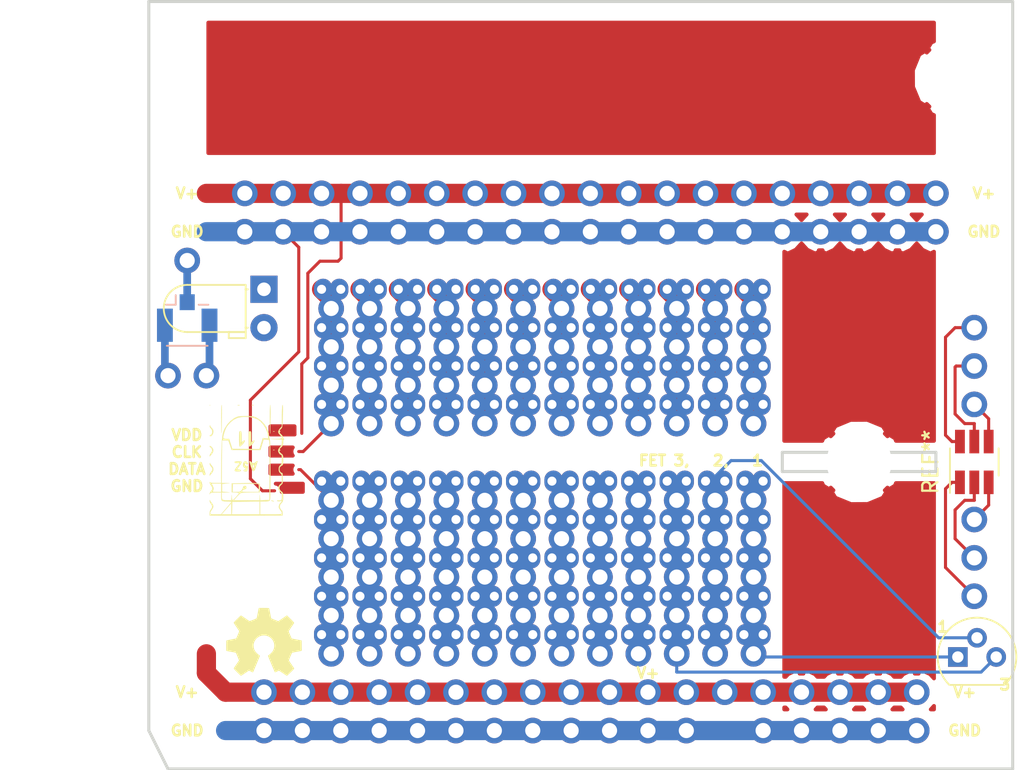
<source format=kicad_pcb>
(kicad_pcb (version 20171130) (host pcbnew 5.0.2+dfsg1-1~bpo9+1)

  (general
    (thickness 1.6002)
    (drawings 28)
    (tracks 244)
    (zones 0)
    (modules 227)
    (nets 1)
  )

  (page User 150.012 200)
  (title_block
    (title High-density-proto-board)
    (date "12 Jun 2014")
    (rev 0.10.a)
    (company "2014 - blog.spitzenpfeil.org")
  )

  (layers
    (0 Front signal)
    (31 Back signal)
    (36 B.SilkS user)
    (37 F.SilkS user)
    (38 B.Mask user)
    (39 F.Mask user)
    (44 Edge.Cuts user)
  )

  (setup
    (last_trace_width 0.2032)
    (user_trace_width 0.2032)
    (user_trace_width 0.3048)
    (user_trace_width 0.4064)
    (user_trace_width 0.508)
    (user_trace_width 0.762)
    (user_trace_width 1.016)
    (user_trace_width 1.27)
    (trace_clearance 0.2032)
    (zone_clearance 0.25)
    (zone_45_only no)
    (trace_min 0.2032)
    (segment_width 0.2)
    (edge_width 0.2)
    (via_size 0.635)
    (via_drill 0.3302)
    (via_min_size 0.635)
    (via_min_drill 0.3302)
    (uvia_size 0.508)
    (uvia_drill 0.127)
    (uvias_allowed no)
    (uvia_min_size 0.508)
    (uvia_min_drill 0.127)
    (pcb_text_width 0.2)
    (pcb_text_size 1 1)
    (mod_edge_width 0.2)
    (mod_text_size 1 1)
    (mod_text_width 0.2)
    (pad_size 1.7 1.7)
    (pad_drill 1)
    (pad_to_mask_clearance 0)
    (solder_mask_min_width 0.25)
    (aux_axis_origin 0 0)
    (visible_elements 7FFFFF7F)
    (pcbplotparams
      (layerselection 0x010f0_ffffffff)
      (usegerberextensions true)
      (usegerberattributes false)
      (usegerberadvancedattributes false)
      (creategerberjobfile false)
      (excludeedgelayer true)
      (linewidth 0.150000)
      (plotframeref false)
      (viasonmask false)
      (mode 1)
      (useauxorigin false)
      (hpglpennumber 1)
      (hpglpenspeed 20)
      (hpglpendiameter 15.000000)
      (psnegative false)
      (psa4output false)
      (plotreference true)
      (plotvalue true)
      (plotinvisibletext false)
      (padsonsilk false)
      (subtractmaskfromsilk true)
      (outputformat 1)
      (mirror false)
      (drillshape 0)
      (scaleselection 1)
      (outputdirectory "gerbers/"))
  )

  (net 0 "")

  (net_class Default "This is the default net class."
    (clearance 0.2032)
    (trace_width 0.4064)
    (via_dia 0.635)
    (via_drill 0.3302)
    (uvia_dia 0.508)
    (uvia_drill 0.127)
  )

  (module footprints:PinHeader_1x01_EDIT (layer Front) (tedit 5E6DA448) (tstamp 5E79E196)
    (at 85.09 93.98)
    (descr "Through hole straight pin header, 1x01, 2.54mm pitch, single row")
    (tags "Through hole pin header THT 1x01 2.54mm single row")
    (fp_text reference REF** (at 0 -2.33) (layer F.SilkS) hide
      (effects (font (size 1 1) (thickness 0.15)))
    )
    (fp_text value PinHeader_1x01_P2.54mm_Vertical (at 0 2.33) (layer F.Fab)
      (effects (font (size 1 1) (thickness 0.15)))
    )
    (fp_line (start -0.635 -1.27) (end 1.27 -1.27) (layer F.Fab) (width 0.1))
    (fp_line (start 1.27 -1.27) (end 1.27 1.27) (layer F.Fab) (width 0.1))
    (fp_line (start -1.27 1.27) (end -1.27 -0.635) (layer F.Fab) (width 0.1))
    (fp_line (start -1.27 -0.635) (end -0.635 -1.27) (layer F.Fab) (width 0.1))
    (fp_line (start -1.8 -1.8) (end -1.8 1.8) (layer F.CrtYd) (width 0.05))
    (fp_line (start -1.8 1.8) (end 1.8 1.8) (layer F.CrtYd) (width 0.05))
    (fp_line (start 1.8 1.8) (end 1.8 -1.8) (layer F.CrtYd) (width 0.05))
    (fp_line (start 1.8 -1.8) (end -1.8 -1.8) (layer F.CrtYd) (width 0.05))
    (fp_text user %R (at 0 0 90) (layer F.Fab)
      (effects (font (size 1 1) (thickness 0.15)))
    )
    (pad 1 thru_hole oval (at 0 0) (size 1.7 1.7) (drill 1) (layers *.Cu *.Mask))
    (model ${KISYS3DMOD}/Connector_PinHeader_2.54mm.3dshapes/PinHeader_1x01_P2.54mm_Vertical.wrl
      (at (xyz 0 0 0))
      (scale (xyz 1 1 1))
      (rotate (xyz 0 0 0))
    )
  )

  (module footprints:PinHeader_1x01_EDIT (layer Front) (tedit 5E6DA448) (tstamp 5E79E189)
    (at 85.09 91.44)
    (descr "Through hole straight pin header, 1x01, 2.54mm pitch, single row")
    (tags "Through hole pin header THT 1x01 2.54mm single row")
    (fp_text reference REF** (at 0 -2.33) (layer F.SilkS) hide
      (effects (font (size 1 1) (thickness 0.15)))
    )
    (fp_text value PinHeader_1x01_P2.54mm_Vertical (at 0 2.33) (layer F.Fab)
      (effects (font (size 1 1) (thickness 0.15)))
    )
    (fp_text user %R (at 0 0 90) (layer F.Fab)
      (effects (font (size 1 1) (thickness 0.15)))
    )
    (fp_line (start 1.8 -1.8) (end -1.8 -1.8) (layer F.CrtYd) (width 0.05))
    (fp_line (start 1.8 1.8) (end 1.8 -1.8) (layer F.CrtYd) (width 0.05))
    (fp_line (start -1.8 1.8) (end 1.8 1.8) (layer F.CrtYd) (width 0.05))
    (fp_line (start -1.8 -1.8) (end -1.8 1.8) (layer F.CrtYd) (width 0.05))
    (fp_line (start -1.27 -0.635) (end -0.635 -1.27) (layer F.Fab) (width 0.1))
    (fp_line (start -1.27 1.27) (end -1.27 -0.635) (layer F.Fab) (width 0.1))
    (fp_line (start 1.27 -1.27) (end 1.27 1.27) (layer F.Fab) (width 0.1))
    (fp_line (start -0.635 -1.27) (end 1.27 -1.27) (layer F.Fab) (width 0.1))
    (pad 1 thru_hole oval (at 0 0) (size 1.7 1.7) (drill 1) (layers *.Cu *.Mask))
    (model ${KISYS3DMOD}/Connector_PinHeader_2.54mm.3dshapes/PinHeader_1x01_P2.54mm_Vertical.wrl
      (at (xyz 0 0 0))
      (scale (xyz 1 1 1))
      (rotate (xyz 0 0 0))
    )
  )

  (module footprints:PinHeader_1x01_EDIT (layer Front) (tedit 5E6DA448) (tstamp 5E79E17C)
    (at 85.09 88.9)
    (descr "Through hole straight pin header, 1x01, 2.54mm pitch, single row")
    (tags "Through hole pin header THT 1x01 2.54mm single row")
    (fp_text reference REF** (at 0 -2.33) (layer F.SilkS) hide
      (effects (font (size 1 1) (thickness 0.15)))
    )
    (fp_text value PinHeader_1x01_P2.54mm_Vertical (at 0 2.33) (layer F.Fab)
      (effects (font (size 1 1) (thickness 0.15)))
    )
    (fp_line (start -0.635 -1.27) (end 1.27 -1.27) (layer F.Fab) (width 0.1))
    (fp_line (start 1.27 -1.27) (end 1.27 1.27) (layer F.Fab) (width 0.1))
    (fp_line (start -1.27 1.27) (end -1.27 -0.635) (layer F.Fab) (width 0.1))
    (fp_line (start -1.27 -0.635) (end -0.635 -1.27) (layer F.Fab) (width 0.1))
    (fp_line (start -1.8 -1.8) (end -1.8 1.8) (layer F.CrtYd) (width 0.05))
    (fp_line (start -1.8 1.8) (end 1.8 1.8) (layer F.CrtYd) (width 0.05))
    (fp_line (start 1.8 1.8) (end 1.8 -1.8) (layer F.CrtYd) (width 0.05))
    (fp_line (start 1.8 -1.8) (end -1.8 -1.8) (layer F.CrtYd) (width 0.05))
    (fp_text user %R (at 0 0 90) (layer F.Fab)
      (effects (font (size 1 1) (thickness 0.15)))
    )
    (pad 1 thru_hole oval (at 0 0) (size 1.7 1.7) (drill 1) (layers *.Cu *.Mask))
    (model ${KISYS3DMOD}/Connector_PinHeader_2.54mm.3dshapes/PinHeader_1x01_P2.54mm_Vertical.wrl
      (at (xyz 0 0 0))
      (scale (xyz 1 1 1))
      (rotate (xyz 0 0 0))
    )
  )

  (module footprints:PinHeader_1x01_EDIT (layer Front) (tedit 5E6DA448) (tstamp 5E79E153)
    (at 85.09 76.2)
    (descr "Through hole straight pin header, 1x01, 2.54mm pitch, single row")
    (tags "Through hole pin header THT 1x01 2.54mm single row")
    (fp_text reference REF** (at 0 -2.33) (layer F.SilkS) hide
      (effects (font (size 1 1) (thickness 0.15)))
    )
    (fp_text value PinHeader_1x01_P2.54mm_Vertical (at 0 2.33) (layer F.Fab)
      (effects (font (size 1 1) (thickness 0.15)))
    )
    (fp_text user %R (at 0 0 90) (layer F.Fab)
      (effects (font (size 1 1) (thickness 0.15)))
    )
    (fp_line (start 1.8 -1.8) (end -1.8 -1.8) (layer F.CrtYd) (width 0.05))
    (fp_line (start 1.8 1.8) (end 1.8 -1.8) (layer F.CrtYd) (width 0.05))
    (fp_line (start -1.8 1.8) (end 1.8 1.8) (layer F.CrtYd) (width 0.05))
    (fp_line (start -1.8 -1.8) (end -1.8 1.8) (layer F.CrtYd) (width 0.05))
    (fp_line (start -1.27 -0.635) (end -0.635 -1.27) (layer F.Fab) (width 0.1))
    (fp_line (start -1.27 1.27) (end -1.27 -0.635) (layer F.Fab) (width 0.1))
    (fp_line (start 1.27 -1.27) (end 1.27 1.27) (layer F.Fab) (width 0.1))
    (fp_line (start -0.635 -1.27) (end 1.27 -1.27) (layer F.Fab) (width 0.1))
    (pad 1 thru_hole oval (at 0 0) (size 1.7 1.7) (drill 1) (layers *.Cu *.Mask))
    (model ${KISYS3DMOD}/Connector_PinHeader_2.54mm.3dshapes/PinHeader_1x01_P2.54mm_Vertical.wrl
      (at (xyz 0 0 0))
      (scale (xyz 1 1 1))
      (rotate (xyz 0 0 0))
    )
  )

  (module footprints:PinHeader_1x01_EDIT (layer Front) (tedit 5E6DA448) (tstamp 5E79E139)
    (at 85.09 78.74)
    (descr "Through hole straight pin header, 1x01, 2.54mm pitch, single row")
    (tags "Through hole pin header THT 1x01 2.54mm single row")
    (fp_text reference REF** (at 0 -2.33) (layer F.SilkS) hide
      (effects (font (size 1 1) (thickness 0.15)))
    )
    (fp_text value PinHeader_1x01_P2.54mm_Vertical (at 0 2.33) (layer F.Fab)
      (effects (font (size 1 1) (thickness 0.15)))
    )
    (fp_line (start -0.635 -1.27) (end 1.27 -1.27) (layer F.Fab) (width 0.1))
    (fp_line (start 1.27 -1.27) (end 1.27 1.27) (layer F.Fab) (width 0.1))
    (fp_line (start -1.27 1.27) (end -1.27 -0.635) (layer F.Fab) (width 0.1))
    (fp_line (start -1.27 -0.635) (end -0.635 -1.27) (layer F.Fab) (width 0.1))
    (fp_line (start -1.8 -1.8) (end -1.8 1.8) (layer F.CrtYd) (width 0.05))
    (fp_line (start -1.8 1.8) (end 1.8 1.8) (layer F.CrtYd) (width 0.05))
    (fp_line (start 1.8 1.8) (end 1.8 -1.8) (layer F.CrtYd) (width 0.05))
    (fp_line (start 1.8 -1.8) (end -1.8 -1.8) (layer F.CrtYd) (width 0.05))
    (fp_text user %R (at 0 0 90) (layer F.Fab)
      (effects (font (size 1 1) (thickness 0.15)))
    )
    (pad 1 thru_hole oval (at 0 0) (size 1.7 1.7) (drill 1) (layers *.Cu *.Mask))
    (model ${KISYS3DMOD}/Connector_PinHeader_2.54mm.3dshapes/PinHeader_1x01_P2.54mm_Vertical.wrl
      (at (xyz 0 0 0))
      (scale (xyz 1 1 1))
      (rotate (xyz 0 0 0))
    )
  )

  (module footprints:PinHeader_1x01_EDIT (layer Front) (tedit 5E6DA448) (tstamp 5E79E0FB)
    (at 85.09 81.28)
    (descr "Through hole straight pin header, 1x01, 2.54mm pitch, single row")
    (tags "Through hole pin header THT 1x01 2.54mm single row")
    (fp_text reference REF** (at 0 -2.33) (layer F.SilkS) hide
      (effects (font (size 1 1) (thickness 0.15)))
    )
    (fp_text value PinHeader_1x01_P2.54mm_Vertical (at 0 2.33) (layer F.Fab)
      (effects (font (size 1 1) (thickness 0.15)))
    )
    (fp_text user %R (at 0 0 90) (layer F.Fab)
      (effects (font (size 1 1) (thickness 0.15)))
    )
    (fp_line (start 1.8 -1.8) (end -1.8 -1.8) (layer F.CrtYd) (width 0.05))
    (fp_line (start 1.8 1.8) (end 1.8 -1.8) (layer F.CrtYd) (width 0.05))
    (fp_line (start -1.8 1.8) (end 1.8 1.8) (layer F.CrtYd) (width 0.05))
    (fp_line (start -1.8 -1.8) (end -1.8 1.8) (layer F.CrtYd) (width 0.05))
    (fp_line (start -1.27 -0.635) (end -0.635 -1.27) (layer F.Fab) (width 0.1))
    (fp_line (start -1.27 1.27) (end -1.27 -0.635) (layer F.Fab) (width 0.1))
    (fp_line (start 1.27 -1.27) (end 1.27 1.27) (layer F.Fab) (width 0.1))
    (fp_line (start -0.635 -1.27) (end 1.27 -1.27) (layer F.Fab) (width 0.1))
    (pad 1 thru_hole oval (at 0 0) (size 1.7 1.7) (drill 1) (layers *.Cu *.Mask))
    (model ${KISYS3DMOD}/Connector_PinHeader_2.54mm.3dshapes/PinHeader_1x01_P2.54mm_Vertical.wrl
      (at (xyz 0 0 0))
      (scale (xyz 1 1 1))
      (rotate (xyz 0 0 0))
    )
  )

  (module MountingHole:MountingHole_4.3mm_M4 (layer Front) (tedit 5E6DC4FF) (tstamp 5E79B29C)
    (at 83.82 59.69)
    (descr "Mounting Hole 4.3mm, no annular, M4")
    (tags "mounting hole 4.3mm no annular m4")
    (attr virtual)
    (fp_text reference REF** (at 0 -5.3) (layer F.SilkS) hide
      (effects (font (size 1 1) (thickness 0.15)))
    )
    (fp_text value MountingHole_4.3mm_M4 (at 0 5.3) (layer F.Fab)
      (effects (font (size 1 1) (thickness 0.15)))
    )
    (fp_circle (center 0 0) (end 4.55 0) (layer F.CrtYd) (width 0.05))
    (fp_circle (center 0 0) (end 4.3 0) (layer Cmts.User) (width 0.15))
    (fp_text user %R (at 0.3 0) (layer F.Fab)
      (effects (font (size 1 1) (thickness 0.15)))
    )
    (pad 1 np_thru_hole circle (at 0 0) (size 4.3 4.3) (drill 4.3) (layers *.Cu *.Mask))
  )

  (module MountingHole:MountingHole_4.3mm_M4 (layer Front) (tedit 5E6DC4FF) (tstamp 5E79B28D)
    (at 34 94)
    (descr "Mounting Hole 4.3mm, no annular, M4")
    (tags "mounting hole 4.3mm no annular m4")
    (attr virtual)
    (fp_text reference REF** (at 0 -5.3) (layer F.SilkS) hide
      (effects (font (size 1 1) (thickness 0.15)))
    )
    (fp_text value MountingHole_4.3mm_M4 (at 0 5.3) (layer F.Fab)
      (effects (font (size 1 1) (thickness 0.15)))
    )
    (fp_text user %R (at 0.3 0) (layer F.Fab)
      (effects (font (size 1 1) (thickness 0.15)))
    )
    (fp_circle (center 0 0) (end 4.3 0) (layer Cmts.User) (width 0.15))
    (fp_circle (center 0 0) (end 4.55 0) (layer F.CrtYd) (width 0.05))
    (pad 1 np_thru_hole circle (at 0 0) (size 4.3 4.3) (drill 4.3) (layers *.Cu *.Mask))
  )

  (module MountingHole:MountingHole_4.3mm_M4 (layer Front) (tedit 5E6DC4FF) (tstamp 5E70BCB4)
    (at 77.47 85.09)
    (descr "Mounting Hole 4.3mm, no annular, M4")
    (tags "mounting hole 4.3mm no annular m4")
    (attr virtual)
    (fp_text reference REF** (at 0 -5.3) (layer F.SilkS) hide
      (effects (font (size 1 1) (thickness 0.15)))
    )
    (fp_text value MountingHole_4.3mm_M4 (at 0 5.3) (layer F.Fab)
      (effects (font (size 1 1) (thickness 0.15)))
    )
    (fp_circle (center 0 0) (end 4.55 0) (layer F.CrtYd) (width 0.05))
    (fp_circle (center 0 0) (end 4.3 0) (layer Cmts.User) (width 0.15))
    (fp_text user %R (at 0.3 0) (layer F.Fab)
      (effects (font (size 1 1) (thickness 0.15)))
    )
    (pad 1 np_thru_hole circle (at 0 0) (size 4.3 4.3) (drill 4.3) (layers *.Cu *.Mask))
  )

  (module footprints:PinHeader_1x01_EDIT (layer Back) (tedit 5E6DA448) (tstamp 5E70B54C)
    (at 33.02 71.755)
    (descr "Through hole straight pin header, 1x01, 2.54mm pitch, single row")
    (tags "Through hole pin header THT 1x01 2.54mm single row")
    (fp_text reference REF** (at 0 2.33) (layer B.SilkS) hide
      (effects (font (size 1 1) (thickness 0.15)) (justify mirror))
    )
    (fp_text value PinHeader_1x01_P2.54mm_Vertical (at 0 -2.33) (layer B.Fab)
      (effects (font (size 1 1) (thickness 0.15)) (justify mirror))
    )
    (fp_line (start -0.635 1.27) (end 1.27 1.27) (layer B.Fab) (width 0.1))
    (fp_line (start 1.27 1.27) (end 1.27 -1.27) (layer B.Fab) (width 0.1))
    (fp_line (start -1.27 -1.27) (end -1.27 0.635) (layer B.Fab) (width 0.1))
    (fp_line (start -1.27 0.635) (end -0.635 1.27) (layer B.Fab) (width 0.1))
    (fp_line (start -1.8 1.8) (end -1.8 -1.8) (layer B.CrtYd) (width 0.05))
    (fp_line (start -1.8 -1.8) (end 1.8 -1.8) (layer B.CrtYd) (width 0.05))
    (fp_line (start 1.8 -1.8) (end 1.8 1.8) (layer B.CrtYd) (width 0.05))
    (fp_line (start 1.8 1.8) (end -1.8 1.8) (layer B.CrtYd) (width 0.05))
    (fp_text user %R (at 0 0 -90) (layer B.Fab)
      (effects (font (size 1 1) (thickness 0.15)) (justify mirror))
    )
    (pad 1 thru_hole oval (at 0 0) (size 1.7 1.7) (drill 1) (layers *.Cu *.Mask))
    (model ${KISYS3DMOD}/Connector_PinHeader_2.54mm.3dshapes/PinHeader_1x01_P2.54mm_Vertical.wrl
      (at (xyz 0 0 0))
      (scale (xyz 1 1 1))
      (rotate (xyz 0 0 0))
    )
  )

  (module footprints:PinHeader_1x01_EDIT (layer Back) (tedit 5E6DA448) (tstamp 5E70B532)
    (at 34.29 79.375)
    (descr "Through hole straight pin header, 1x01, 2.54mm pitch, single row")
    (tags "Through hole pin header THT 1x01 2.54mm single row")
    (fp_text reference REF** (at 0 2.33) (layer B.SilkS) hide
      (effects (font (size 1 1) (thickness 0.15)) (justify mirror))
    )
    (fp_text value PinHeader_1x01_P2.54mm_Vertical (at 0 -2.33) (layer B.Fab)
      (effects (font (size 1 1) (thickness 0.15)) (justify mirror))
    )
    (fp_text user %R (at 0 0 -90) (layer B.Fab)
      (effects (font (size 1 1) (thickness 0.15)) (justify mirror))
    )
    (fp_line (start 1.8 1.8) (end -1.8 1.8) (layer B.CrtYd) (width 0.05))
    (fp_line (start 1.8 -1.8) (end 1.8 1.8) (layer B.CrtYd) (width 0.05))
    (fp_line (start -1.8 -1.8) (end 1.8 -1.8) (layer B.CrtYd) (width 0.05))
    (fp_line (start -1.8 1.8) (end -1.8 -1.8) (layer B.CrtYd) (width 0.05))
    (fp_line (start -1.27 0.635) (end -0.635 1.27) (layer B.Fab) (width 0.1))
    (fp_line (start -1.27 -1.27) (end -1.27 0.635) (layer B.Fab) (width 0.1))
    (fp_line (start 1.27 1.27) (end 1.27 -1.27) (layer B.Fab) (width 0.1))
    (fp_line (start -0.635 1.27) (end 1.27 1.27) (layer B.Fab) (width 0.1))
    (pad 1 thru_hole oval (at 0 0) (size 1.7 1.7) (drill 1) (layers *.Cu *.Mask))
    (model ${KISYS3DMOD}/Connector_PinHeader_2.54mm.3dshapes/PinHeader_1x01_P2.54mm_Vertical.wrl
      (at (xyz 0 0 0))
      (scale (xyz 1 1 1))
      (rotate (xyz 0 0 0))
    )
  )

  (module footprints:PinHeader_1x01_EDIT (layer Back) (tedit 5E6DA448) (tstamp 5E70B518)
    (at 31.75 79.375)
    (descr "Through hole straight pin header, 1x01, 2.54mm pitch, single row")
    (tags "Through hole pin header THT 1x01 2.54mm single row")
    (fp_text reference REF** (at 0 2.33) (layer B.SilkS) hide
      (effects (font (size 1 1) (thickness 0.15)) (justify mirror))
    )
    (fp_text value PinHeader_1x01_P2.54mm_Vertical (at 0 -2.33) (layer B.Fab)
      (effects (font (size 1 1) (thickness 0.15)) (justify mirror))
    )
    (fp_line (start -0.635 1.27) (end 1.27 1.27) (layer B.Fab) (width 0.1))
    (fp_line (start 1.27 1.27) (end 1.27 -1.27) (layer B.Fab) (width 0.1))
    (fp_line (start -1.27 -1.27) (end -1.27 0.635) (layer B.Fab) (width 0.1))
    (fp_line (start -1.27 0.635) (end -0.635 1.27) (layer B.Fab) (width 0.1))
    (fp_line (start -1.8 1.8) (end -1.8 -1.8) (layer B.CrtYd) (width 0.05))
    (fp_line (start -1.8 -1.8) (end 1.8 -1.8) (layer B.CrtYd) (width 0.05))
    (fp_line (start 1.8 -1.8) (end 1.8 1.8) (layer B.CrtYd) (width 0.05))
    (fp_line (start 1.8 1.8) (end -1.8 1.8) (layer B.CrtYd) (width 0.05))
    (fp_text user %R (at 0 0 -90) (layer B.Fab)
      (effects (font (size 1 1) (thickness 0.15)) (justify mirror))
    )
    (pad 1 thru_hole oval (at 0 0) (size 1.7 1.7) (drill 1) (layers *.Cu *.Mask))
    (model ${KISYS3DMOD}/Connector_PinHeader_2.54mm.3dshapes/PinHeader_1x01_P2.54mm_Vertical.wrl
      (at (xyz 0 0 0))
      (scale (xyz 1 1 1))
      (rotate (xyz 0 0 0))
    )
  )

  (module footprints:PinHeader_1x01_EDIT (layer Front) (tedit 5E6DA448) (tstamp 5E6FCA82)
    (at 82.55 69.85)
    (descr "Through hole straight pin header, 1x01, 2.54mm pitch, single row")
    (tags "Through hole pin header THT 1x01 2.54mm single row")
    (fp_text reference REF** (at 0 -2.33) (layer F.SilkS) hide
      (effects (font (size 1 1) (thickness 0.15)))
    )
    (fp_text value PinHeader_1x01_P2.54mm_Vertical (at 0 2.33) (layer F.Fab)
      (effects (font (size 1 1) (thickness 0.15)))
    )
    (fp_line (start -0.635 -1.27) (end 1.27 -1.27) (layer F.Fab) (width 0.1))
    (fp_line (start 1.27 -1.27) (end 1.27 1.27) (layer F.Fab) (width 0.1))
    (fp_line (start -1.27 1.27) (end -1.27 -0.635) (layer F.Fab) (width 0.1))
    (fp_line (start -1.27 -0.635) (end -0.635 -1.27) (layer F.Fab) (width 0.1))
    (fp_line (start -1.8 -1.8) (end -1.8 1.8) (layer F.CrtYd) (width 0.05))
    (fp_line (start -1.8 1.8) (end 1.8 1.8) (layer F.CrtYd) (width 0.05))
    (fp_line (start 1.8 1.8) (end 1.8 -1.8) (layer F.CrtYd) (width 0.05))
    (fp_line (start 1.8 -1.8) (end -1.8 -1.8) (layer F.CrtYd) (width 0.05))
    (fp_text user %R (at 0 0 90) (layer F.Fab)
      (effects (font (size 1 1) (thickness 0.15)))
    )
    (pad 1 thru_hole oval (at 0 0) (size 1.7 1.7) (drill 1) (layers *.Cu *.Mask))
    (model ${KISYS3DMOD}/Connector_PinHeader_2.54mm.3dshapes/PinHeader_1x01_P2.54mm_Vertical.wrl
      (at (xyz 0 0 0))
      (scale (xyz 1 1 1))
      (rotate (xyz 0 0 0))
    )
  )

  (module footprints:PinHeader_1x01_EDIT (layer Front) (tedit 5E6DA448) (tstamp 5E6FCA68)
    (at 69.85 67.31)
    (descr "Through hole straight pin header, 1x01, 2.54mm pitch, single row")
    (tags "Through hole pin header THT 1x01 2.54mm single row")
    (fp_text reference REF** (at 0 -2.33) (layer F.SilkS) hide
      (effects (font (size 1 1) (thickness 0.15)))
    )
    (fp_text value PinHeader_1x01_P2.54mm_Vertical (at 0 2.33) (layer F.Fab)
      (effects (font (size 1 1) (thickness 0.15)))
    )
    (fp_text user %R (at 0 0 90) (layer F.Fab)
      (effects (font (size 1 1) (thickness 0.15)))
    )
    (fp_line (start 1.8 -1.8) (end -1.8 -1.8) (layer F.CrtYd) (width 0.05))
    (fp_line (start 1.8 1.8) (end 1.8 -1.8) (layer F.CrtYd) (width 0.05))
    (fp_line (start -1.8 1.8) (end 1.8 1.8) (layer F.CrtYd) (width 0.05))
    (fp_line (start -1.8 -1.8) (end -1.8 1.8) (layer F.CrtYd) (width 0.05))
    (fp_line (start -1.27 -0.635) (end -0.635 -1.27) (layer F.Fab) (width 0.1))
    (fp_line (start -1.27 1.27) (end -1.27 -0.635) (layer F.Fab) (width 0.1))
    (fp_line (start 1.27 -1.27) (end 1.27 1.27) (layer F.Fab) (width 0.1))
    (fp_line (start -0.635 -1.27) (end 1.27 -1.27) (layer F.Fab) (width 0.1))
    (pad 1 thru_hole oval (at 0 0) (size 1.7 1.7) (drill 1) (layers *.Cu *.Mask))
    (model ${KISYS3DMOD}/Connector_PinHeader_2.54mm.3dshapes/PinHeader_1x01_P2.54mm_Vertical.wrl
      (at (xyz 0 0 0))
      (scale (xyz 1 1 1))
      (rotate (xyz 0 0 0))
    )
  )

  (module footprints:PinHeader_1x01_EDIT (layer Front) (tedit 5E6DA448) (tstamp 5E6FCA34)
    (at 82.55 67.31)
    (descr "Through hole straight pin header, 1x01, 2.54mm pitch, single row")
    (tags "Through hole pin header THT 1x01 2.54mm single row")
    (fp_text reference REF** (at 0 -2.33) (layer F.SilkS) hide
      (effects (font (size 1 1) (thickness 0.15)))
    )
    (fp_text value PinHeader_1x01_P2.54mm_Vertical (at 0 2.33) (layer F.Fab)
      (effects (font (size 1 1) (thickness 0.15)))
    )
    (fp_text user %R (at 0 0 90) (layer F.Fab)
      (effects (font (size 1 1) (thickness 0.15)))
    )
    (fp_line (start 1.8 -1.8) (end -1.8 -1.8) (layer F.CrtYd) (width 0.05))
    (fp_line (start 1.8 1.8) (end 1.8 -1.8) (layer F.CrtYd) (width 0.05))
    (fp_line (start -1.8 1.8) (end 1.8 1.8) (layer F.CrtYd) (width 0.05))
    (fp_line (start -1.8 -1.8) (end -1.8 1.8) (layer F.CrtYd) (width 0.05))
    (fp_line (start -1.27 -0.635) (end -0.635 -1.27) (layer F.Fab) (width 0.1))
    (fp_line (start -1.27 1.27) (end -1.27 -0.635) (layer F.Fab) (width 0.1))
    (fp_line (start 1.27 -1.27) (end 1.27 1.27) (layer F.Fab) (width 0.1))
    (fp_line (start -0.635 -1.27) (end 1.27 -1.27) (layer F.Fab) (width 0.1))
    (pad 1 thru_hole oval (at 0 0) (size 1.7 1.7) (drill 1) (layers *.Cu *.Mask))
    (model ${KISYS3DMOD}/Connector_PinHeader_2.54mm.3dshapes/PinHeader_1x01_P2.54mm_Vertical.wrl
      (at (xyz 0 0 0))
      (scale (xyz 1 1 1))
      (rotate (xyz 0 0 0))
    )
  )

  (module footprints:PinHeader_1x01_EDIT (layer Front) (tedit 5E6DA448) (tstamp 5E6FCA27)
    (at 72.39 69.85)
    (descr "Through hole straight pin header, 1x01, 2.54mm pitch, single row")
    (tags "Through hole pin header THT 1x01 2.54mm single row")
    (fp_text reference REF** (at 0 -2.33) (layer F.SilkS) hide
      (effects (font (size 1 1) (thickness 0.15)))
    )
    (fp_text value PinHeader_1x01_P2.54mm_Vertical (at 0 2.33) (layer F.Fab)
      (effects (font (size 1 1) (thickness 0.15)))
    )
    (fp_text user %R (at 0 0 90) (layer F.Fab)
      (effects (font (size 1 1) (thickness 0.15)))
    )
    (fp_line (start 1.8 -1.8) (end -1.8 -1.8) (layer F.CrtYd) (width 0.05))
    (fp_line (start 1.8 1.8) (end 1.8 -1.8) (layer F.CrtYd) (width 0.05))
    (fp_line (start -1.8 1.8) (end 1.8 1.8) (layer F.CrtYd) (width 0.05))
    (fp_line (start -1.8 -1.8) (end -1.8 1.8) (layer F.CrtYd) (width 0.05))
    (fp_line (start -1.27 -0.635) (end -0.635 -1.27) (layer F.Fab) (width 0.1))
    (fp_line (start -1.27 1.27) (end -1.27 -0.635) (layer F.Fab) (width 0.1))
    (fp_line (start 1.27 -1.27) (end 1.27 1.27) (layer F.Fab) (width 0.1))
    (fp_line (start -0.635 -1.27) (end 1.27 -1.27) (layer F.Fab) (width 0.1))
    (pad 1 thru_hole oval (at 0 0) (size 1.7 1.7) (drill 1) (layers *.Cu *.Mask))
    (model ${KISYS3DMOD}/Connector_PinHeader_2.54mm.3dshapes/PinHeader_1x01_P2.54mm_Vertical.wrl
      (at (xyz 0 0 0))
      (scale (xyz 1 1 1))
      (rotate (xyz 0 0 0))
    )
  )

  (module footprints:PinHeader_1x01_EDIT (layer Front) (tedit 5E6DA448) (tstamp 5E6FC9F2)
    (at 69.85 69.85)
    (descr "Through hole straight pin header, 1x01, 2.54mm pitch, single row")
    (tags "Through hole pin header THT 1x01 2.54mm single row")
    (fp_text reference REF** (at 0 -2.33) (layer F.SilkS) hide
      (effects (font (size 1 1) (thickness 0.15)))
    )
    (fp_text value PinHeader_1x01_P2.54mm_Vertical (at 0 2.33) (layer F.Fab)
      (effects (font (size 1 1) (thickness 0.15)))
    )
    (fp_line (start -0.635 -1.27) (end 1.27 -1.27) (layer F.Fab) (width 0.1))
    (fp_line (start 1.27 -1.27) (end 1.27 1.27) (layer F.Fab) (width 0.1))
    (fp_line (start -1.27 1.27) (end -1.27 -0.635) (layer F.Fab) (width 0.1))
    (fp_line (start -1.27 -0.635) (end -0.635 -1.27) (layer F.Fab) (width 0.1))
    (fp_line (start -1.8 -1.8) (end -1.8 1.8) (layer F.CrtYd) (width 0.05))
    (fp_line (start -1.8 1.8) (end 1.8 1.8) (layer F.CrtYd) (width 0.05))
    (fp_line (start 1.8 1.8) (end 1.8 -1.8) (layer F.CrtYd) (width 0.05))
    (fp_line (start 1.8 -1.8) (end -1.8 -1.8) (layer F.CrtYd) (width 0.05))
    (fp_text user %R (at 0 0 90) (layer F.Fab)
      (effects (font (size 1 1) (thickness 0.15)))
    )
    (pad 1 thru_hole oval (at 0 0) (size 1.7 1.7) (drill 1) (layers *.Cu *.Mask))
    (model ${KISYS3DMOD}/Connector_PinHeader_2.54mm.3dshapes/PinHeader_1x01_P2.54mm_Vertical.wrl
      (at (xyz 0 0 0))
      (scale (xyz 1 1 1))
      (rotate (xyz 0 0 0))
    )
  )

  (module footprints:PinHeader_1x01_EDIT (layer Front) (tedit 5E6DA448) (tstamp 5E6FC9D8)
    (at 74.93 67.31)
    (descr "Through hole straight pin header, 1x01, 2.54mm pitch, single row")
    (tags "Through hole pin header THT 1x01 2.54mm single row")
    (fp_text reference REF** (at 0 -2.33) (layer F.SilkS) hide
      (effects (font (size 1 1) (thickness 0.15)))
    )
    (fp_text value PinHeader_1x01_P2.54mm_Vertical (at 0 2.33) (layer F.Fab)
      (effects (font (size 1 1) (thickness 0.15)))
    )
    (fp_line (start -0.635 -1.27) (end 1.27 -1.27) (layer F.Fab) (width 0.1))
    (fp_line (start 1.27 -1.27) (end 1.27 1.27) (layer F.Fab) (width 0.1))
    (fp_line (start -1.27 1.27) (end -1.27 -0.635) (layer F.Fab) (width 0.1))
    (fp_line (start -1.27 -0.635) (end -0.635 -1.27) (layer F.Fab) (width 0.1))
    (fp_line (start -1.8 -1.8) (end -1.8 1.8) (layer F.CrtYd) (width 0.05))
    (fp_line (start -1.8 1.8) (end 1.8 1.8) (layer F.CrtYd) (width 0.05))
    (fp_line (start 1.8 1.8) (end 1.8 -1.8) (layer F.CrtYd) (width 0.05))
    (fp_line (start 1.8 -1.8) (end -1.8 -1.8) (layer F.CrtYd) (width 0.05))
    (fp_text user %R (at 0 0 90) (layer F.Fab)
      (effects (font (size 1 1) (thickness 0.15)))
    )
    (pad 1 thru_hole oval (at 0 0) (size 1.7 1.7) (drill 1) (layers *.Cu *.Mask))
    (model ${KISYS3DMOD}/Connector_PinHeader_2.54mm.3dshapes/PinHeader_1x01_P2.54mm_Vertical.wrl
      (at (xyz 0 0 0))
      (scale (xyz 1 1 1))
      (rotate (xyz 0 0 0))
    )
  )

  (module footprints:PinHeader_1x01_EDIT (layer Front) (tedit 5E6DA448) (tstamp 5E6FC9BD)
    (at 77.47 69.85)
    (descr "Through hole straight pin header, 1x01, 2.54mm pitch, single row")
    (tags "Through hole pin header THT 1x01 2.54mm single row")
    (fp_text reference REF** (at 0 -2.33) (layer F.SilkS) hide
      (effects (font (size 1 1) (thickness 0.15)))
    )
    (fp_text value PinHeader_1x01_P2.54mm_Vertical (at 0 2.33) (layer F.Fab)
      (effects (font (size 1 1) (thickness 0.15)))
    )
    (fp_line (start -0.635 -1.27) (end 1.27 -1.27) (layer F.Fab) (width 0.1))
    (fp_line (start 1.27 -1.27) (end 1.27 1.27) (layer F.Fab) (width 0.1))
    (fp_line (start -1.27 1.27) (end -1.27 -0.635) (layer F.Fab) (width 0.1))
    (fp_line (start -1.27 -0.635) (end -0.635 -1.27) (layer F.Fab) (width 0.1))
    (fp_line (start -1.8 -1.8) (end -1.8 1.8) (layer F.CrtYd) (width 0.05))
    (fp_line (start -1.8 1.8) (end 1.8 1.8) (layer F.CrtYd) (width 0.05))
    (fp_line (start 1.8 1.8) (end 1.8 -1.8) (layer F.CrtYd) (width 0.05))
    (fp_line (start 1.8 -1.8) (end -1.8 -1.8) (layer F.CrtYd) (width 0.05))
    (fp_text user %R (at 0 0 90) (layer F.Fab)
      (effects (font (size 1 1) (thickness 0.15)))
    )
    (pad 1 thru_hole oval (at 0 0) (size 1.7 1.7) (drill 1) (layers *.Cu *.Mask))
    (model ${KISYS3DMOD}/Connector_PinHeader_2.54mm.3dshapes/PinHeader_1x01_P2.54mm_Vertical.wrl
      (at (xyz 0 0 0))
      (scale (xyz 1 1 1))
      (rotate (xyz 0 0 0))
    )
  )

  (module footprints:PinHeader_1x01_EDIT (layer Front) (tedit 5E6DA448) (tstamp 5E6FC9A3)
    (at 77.47 67.31)
    (descr "Through hole straight pin header, 1x01, 2.54mm pitch, single row")
    (tags "Through hole pin header THT 1x01 2.54mm single row")
    (fp_text reference REF** (at 0 -2.33) (layer F.SilkS) hide
      (effects (font (size 1 1) (thickness 0.15)))
    )
    (fp_text value PinHeader_1x01_P2.54mm_Vertical (at 0 2.33) (layer F.Fab)
      (effects (font (size 1 1) (thickness 0.15)))
    )
    (fp_text user %R (at 0 0 90) (layer F.Fab)
      (effects (font (size 1 1) (thickness 0.15)))
    )
    (fp_line (start 1.8 -1.8) (end -1.8 -1.8) (layer F.CrtYd) (width 0.05))
    (fp_line (start 1.8 1.8) (end 1.8 -1.8) (layer F.CrtYd) (width 0.05))
    (fp_line (start -1.8 1.8) (end 1.8 1.8) (layer F.CrtYd) (width 0.05))
    (fp_line (start -1.8 -1.8) (end -1.8 1.8) (layer F.CrtYd) (width 0.05))
    (fp_line (start -1.27 -0.635) (end -0.635 -1.27) (layer F.Fab) (width 0.1))
    (fp_line (start -1.27 1.27) (end -1.27 -0.635) (layer F.Fab) (width 0.1))
    (fp_line (start 1.27 -1.27) (end 1.27 1.27) (layer F.Fab) (width 0.1))
    (fp_line (start -0.635 -1.27) (end 1.27 -1.27) (layer F.Fab) (width 0.1))
    (pad 1 thru_hole oval (at 0 0) (size 1.7 1.7) (drill 1) (layers *.Cu *.Mask))
    (model ${KISYS3DMOD}/Connector_PinHeader_2.54mm.3dshapes/PinHeader_1x01_P2.54mm_Vertical.wrl
      (at (xyz 0 0 0))
      (scale (xyz 1 1 1))
      (rotate (xyz 0 0 0))
    )
  )

  (module footprints:PinHeader_1x01_EDIT (layer Front) (tedit 5E6DA448) (tstamp 5E6FC996)
    (at 80.01 67.31)
    (descr "Through hole straight pin header, 1x01, 2.54mm pitch, single row")
    (tags "Through hole pin header THT 1x01 2.54mm single row")
    (fp_text reference REF** (at 0 -2.33) (layer F.SilkS) hide
      (effects (font (size 1 1) (thickness 0.15)))
    )
    (fp_text value PinHeader_1x01_P2.54mm_Vertical (at 0 2.33) (layer F.Fab)
      (effects (font (size 1 1) (thickness 0.15)))
    )
    (fp_line (start -0.635 -1.27) (end 1.27 -1.27) (layer F.Fab) (width 0.1))
    (fp_line (start 1.27 -1.27) (end 1.27 1.27) (layer F.Fab) (width 0.1))
    (fp_line (start -1.27 1.27) (end -1.27 -0.635) (layer F.Fab) (width 0.1))
    (fp_line (start -1.27 -0.635) (end -0.635 -1.27) (layer F.Fab) (width 0.1))
    (fp_line (start -1.8 -1.8) (end -1.8 1.8) (layer F.CrtYd) (width 0.05))
    (fp_line (start -1.8 1.8) (end 1.8 1.8) (layer F.CrtYd) (width 0.05))
    (fp_line (start 1.8 1.8) (end 1.8 -1.8) (layer F.CrtYd) (width 0.05))
    (fp_line (start 1.8 -1.8) (end -1.8 -1.8) (layer F.CrtYd) (width 0.05))
    (fp_text user %R (at 0 0 90) (layer F.Fab)
      (effects (font (size 1 1) (thickness 0.15)))
    )
    (pad 1 thru_hole oval (at 0 0) (size 1.7 1.7) (drill 1) (layers *.Cu *.Mask))
    (model ${KISYS3DMOD}/Connector_PinHeader_2.54mm.3dshapes/PinHeader_1x01_P2.54mm_Vertical.wrl
      (at (xyz 0 0 0))
      (scale (xyz 1 1 1))
      (rotate (xyz 0 0 0))
    )
  )

  (module footprints:PinHeader_1x01_EDIT (layer Front) (tedit 5E6DA448) (tstamp 5E6FC97B)
    (at 72.39 67.31)
    (descr "Through hole straight pin header, 1x01, 2.54mm pitch, single row")
    (tags "Through hole pin header THT 1x01 2.54mm single row")
    (fp_text reference REF** (at 0 -2.33) (layer F.SilkS) hide
      (effects (font (size 1 1) (thickness 0.15)))
    )
    (fp_text value PinHeader_1x01_P2.54mm_Vertical (at 0 2.33) (layer F.Fab)
      (effects (font (size 1 1) (thickness 0.15)))
    )
    (fp_line (start -0.635 -1.27) (end 1.27 -1.27) (layer F.Fab) (width 0.1))
    (fp_line (start 1.27 -1.27) (end 1.27 1.27) (layer F.Fab) (width 0.1))
    (fp_line (start -1.27 1.27) (end -1.27 -0.635) (layer F.Fab) (width 0.1))
    (fp_line (start -1.27 -0.635) (end -0.635 -1.27) (layer F.Fab) (width 0.1))
    (fp_line (start -1.8 -1.8) (end -1.8 1.8) (layer F.CrtYd) (width 0.05))
    (fp_line (start -1.8 1.8) (end 1.8 1.8) (layer F.CrtYd) (width 0.05))
    (fp_line (start 1.8 1.8) (end 1.8 -1.8) (layer F.CrtYd) (width 0.05))
    (fp_line (start 1.8 -1.8) (end -1.8 -1.8) (layer F.CrtYd) (width 0.05))
    (fp_text user %R (at 0 0 90) (layer F.Fab)
      (effects (font (size 1 1) (thickness 0.15)))
    )
    (pad 1 thru_hole oval (at 0 0) (size 1.7 1.7) (drill 1) (layers *.Cu *.Mask))
    (model ${KISYS3DMOD}/Connector_PinHeader_2.54mm.3dshapes/PinHeader_1x01_P2.54mm_Vertical.wrl
      (at (xyz 0 0 0))
      (scale (xyz 1 1 1))
      (rotate (xyz 0 0 0))
    )
  )

  (module footprints:PinHeader_1x01_EDIT (layer Front) (tedit 5E6DA448) (tstamp 5E6FC96E)
    (at 74.93 69.85)
    (descr "Through hole straight pin header, 1x01, 2.54mm pitch, single row")
    (tags "Through hole pin header THT 1x01 2.54mm single row")
    (fp_text reference REF** (at 0 -2.33) (layer F.SilkS) hide
      (effects (font (size 1 1) (thickness 0.15)))
    )
    (fp_text value PinHeader_1x01_P2.54mm_Vertical (at 0 2.33) (layer F.Fab)
      (effects (font (size 1 1) (thickness 0.15)))
    )
    (fp_text user %R (at 0 0 90) (layer F.Fab)
      (effects (font (size 1 1) (thickness 0.15)))
    )
    (fp_line (start 1.8 -1.8) (end -1.8 -1.8) (layer F.CrtYd) (width 0.05))
    (fp_line (start 1.8 1.8) (end 1.8 -1.8) (layer F.CrtYd) (width 0.05))
    (fp_line (start -1.8 1.8) (end 1.8 1.8) (layer F.CrtYd) (width 0.05))
    (fp_line (start -1.8 -1.8) (end -1.8 1.8) (layer F.CrtYd) (width 0.05))
    (fp_line (start -1.27 -0.635) (end -0.635 -1.27) (layer F.Fab) (width 0.1))
    (fp_line (start -1.27 1.27) (end -1.27 -0.635) (layer F.Fab) (width 0.1))
    (fp_line (start 1.27 -1.27) (end 1.27 1.27) (layer F.Fab) (width 0.1))
    (fp_line (start -0.635 -1.27) (end 1.27 -1.27) (layer F.Fab) (width 0.1))
    (pad 1 thru_hole oval (at 0 0) (size 1.7 1.7) (drill 1) (layers *.Cu *.Mask))
    (model ${KISYS3DMOD}/Connector_PinHeader_2.54mm.3dshapes/PinHeader_1x01_P2.54mm_Vertical.wrl
      (at (xyz 0 0 0))
      (scale (xyz 1 1 1))
      (rotate (xyz 0 0 0))
    )
  )

  (module footprints:PinHeader_1x01_EDIT (layer Front) (tedit 5E6DA448) (tstamp 5E6FC961)
    (at 80.01 69.85)
    (descr "Through hole straight pin header, 1x01, 2.54mm pitch, single row")
    (tags "Through hole pin header THT 1x01 2.54mm single row")
    (fp_text reference REF** (at 0 -2.33) (layer F.SilkS) hide
      (effects (font (size 1 1) (thickness 0.15)))
    )
    (fp_text value PinHeader_1x01_P2.54mm_Vertical (at 0 2.33) (layer F.Fab)
      (effects (font (size 1 1) (thickness 0.15)))
    )
    (fp_text user %R (at 0 0 90) (layer F.Fab)
      (effects (font (size 1 1) (thickness 0.15)))
    )
    (fp_line (start 1.8 -1.8) (end -1.8 -1.8) (layer F.CrtYd) (width 0.05))
    (fp_line (start 1.8 1.8) (end 1.8 -1.8) (layer F.CrtYd) (width 0.05))
    (fp_line (start -1.8 1.8) (end 1.8 1.8) (layer F.CrtYd) (width 0.05))
    (fp_line (start -1.8 -1.8) (end -1.8 1.8) (layer F.CrtYd) (width 0.05))
    (fp_line (start -1.27 -0.635) (end -0.635 -1.27) (layer F.Fab) (width 0.1))
    (fp_line (start -1.27 1.27) (end -1.27 -0.635) (layer F.Fab) (width 0.1))
    (fp_line (start 1.27 -1.27) (end 1.27 1.27) (layer F.Fab) (width 0.1))
    (fp_line (start -0.635 -1.27) (end 1.27 -1.27) (layer F.Fab) (width 0.1))
    (pad 1 thru_hole oval (at 0 0) (size 1.7 1.7) (drill 1) (layers *.Cu *.Mask))
    (model ${KISYS3DMOD}/Connector_PinHeader_2.54mm.3dshapes/PinHeader_1x01_P2.54mm_Vertical.wrl
      (at (xyz 0 0 0))
      (scale (xyz 1 1 1))
      (rotate (xyz 0 0 0))
    )
  )

  (module footprints:PinHeader_1x01_EDIT (layer Front) (tedit 5E6DA448) (tstamp 5E6FC6C7)
    (at 81.28 102.87)
    (descr "Through hole straight pin header, 1x01, 2.54mm pitch, single row")
    (tags "Through hole pin header THT 1x01 2.54mm single row")
    (fp_text reference REF** (at 0 -2.33) (layer F.SilkS) hide
      (effects (font (size 1 1) (thickness 0.15)))
    )
    (fp_text value PinHeader_1x01_P2.54mm_Vertical (at 0 2.33) (layer F.Fab)
      (effects (font (size 1 1) (thickness 0.15)))
    )
    (fp_line (start -0.635 -1.27) (end 1.27 -1.27) (layer F.Fab) (width 0.1))
    (fp_line (start 1.27 -1.27) (end 1.27 1.27) (layer F.Fab) (width 0.1))
    (fp_line (start -1.27 1.27) (end -1.27 -0.635) (layer F.Fab) (width 0.1))
    (fp_line (start -1.27 -0.635) (end -0.635 -1.27) (layer F.Fab) (width 0.1))
    (fp_line (start -1.8 -1.8) (end -1.8 1.8) (layer F.CrtYd) (width 0.05))
    (fp_line (start -1.8 1.8) (end 1.8 1.8) (layer F.CrtYd) (width 0.05))
    (fp_line (start 1.8 1.8) (end 1.8 -1.8) (layer F.CrtYd) (width 0.05))
    (fp_line (start 1.8 -1.8) (end -1.8 -1.8) (layer F.CrtYd) (width 0.05))
    (fp_text user %R (at 0 0 90) (layer F.Fab)
      (effects (font (size 1 1) (thickness 0.15)))
    )
    (pad 1 thru_hole oval (at 0 0) (size 1.7 1.7) (drill 1) (layers *.Cu *.Mask))
    (model ${KISYS3DMOD}/Connector_PinHeader_2.54mm.3dshapes/PinHeader_1x01_P2.54mm_Vertical.wrl
      (at (xyz 0 0 0))
      (scale (xyz 1 1 1))
      (rotate (xyz 0 0 0))
    )
  )

  (module footprints:PinHeader_1x01_EDIT (layer Front) (tedit 5E6DA448) (tstamp 5E6FC6A0)
    (at 76.2 102.87)
    (descr "Through hole straight pin header, 1x01, 2.54mm pitch, single row")
    (tags "Through hole pin header THT 1x01 2.54mm single row")
    (fp_text reference REF** (at 0 -2.33) (layer F.SilkS) hide
      (effects (font (size 1 1) (thickness 0.15)))
    )
    (fp_text value PinHeader_1x01_P2.54mm_Vertical (at 0 2.33) (layer F.Fab)
      (effects (font (size 1 1) (thickness 0.15)))
    )
    (fp_line (start -0.635 -1.27) (end 1.27 -1.27) (layer F.Fab) (width 0.1))
    (fp_line (start 1.27 -1.27) (end 1.27 1.27) (layer F.Fab) (width 0.1))
    (fp_line (start -1.27 1.27) (end -1.27 -0.635) (layer F.Fab) (width 0.1))
    (fp_line (start -1.27 -0.635) (end -0.635 -1.27) (layer F.Fab) (width 0.1))
    (fp_line (start -1.8 -1.8) (end -1.8 1.8) (layer F.CrtYd) (width 0.05))
    (fp_line (start -1.8 1.8) (end 1.8 1.8) (layer F.CrtYd) (width 0.05))
    (fp_line (start 1.8 1.8) (end 1.8 -1.8) (layer F.CrtYd) (width 0.05))
    (fp_line (start 1.8 -1.8) (end -1.8 -1.8) (layer F.CrtYd) (width 0.05))
    (fp_text user %R (at 0 0 90) (layer F.Fab)
      (effects (font (size 1 1) (thickness 0.15)))
    )
    (pad 1 thru_hole oval (at 0 0) (size 1.7 1.7) (drill 1) (layers *.Cu *.Mask))
    (model ${KISYS3DMOD}/Connector_PinHeader_2.54mm.3dshapes/PinHeader_1x01_P2.54mm_Vertical.wrl
      (at (xyz 0 0 0))
      (scale (xyz 1 1 1))
      (rotate (xyz 0 0 0))
    )
  )

  (module footprints:PinHeader_1x01_EDIT (layer Front) (tedit 5E6DA448) (tstamp 5E6FC685)
    (at 71.12 102.87)
    (descr "Through hole straight pin header, 1x01, 2.54mm pitch, single row")
    (tags "Through hole pin header THT 1x01 2.54mm single row")
    (fp_text reference REF** (at 0 -2.33) (layer F.SilkS) hide
      (effects (font (size 1 1) (thickness 0.15)))
    )
    (fp_text value PinHeader_1x01_P2.54mm_Vertical (at 0 2.33) (layer F.Fab)
      (effects (font (size 1 1) (thickness 0.15)))
    )
    (fp_text user %R (at 0 0 90) (layer F.Fab)
      (effects (font (size 1 1) (thickness 0.15)))
    )
    (fp_line (start 1.8 -1.8) (end -1.8 -1.8) (layer F.CrtYd) (width 0.05))
    (fp_line (start 1.8 1.8) (end 1.8 -1.8) (layer F.CrtYd) (width 0.05))
    (fp_line (start -1.8 1.8) (end 1.8 1.8) (layer F.CrtYd) (width 0.05))
    (fp_line (start -1.8 -1.8) (end -1.8 1.8) (layer F.CrtYd) (width 0.05))
    (fp_line (start -1.27 -0.635) (end -0.635 -1.27) (layer F.Fab) (width 0.1))
    (fp_line (start -1.27 1.27) (end -1.27 -0.635) (layer F.Fab) (width 0.1))
    (fp_line (start 1.27 -1.27) (end 1.27 1.27) (layer F.Fab) (width 0.1))
    (fp_line (start -0.635 -1.27) (end 1.27 -1.27) (layer F.Fab) (width 0.1))
    (pad 1 thru_hole oval (at 0 0) (size 1.7 1.7) (drill 1) (layers *.Cu *.Mask))
    (model ${KISYS3DMOD}/Connector_PinHeader_2.54mm.3dshapes/PinHeader_1x01_P2.54mm_Vertical.wrl
      (at (xyz 0 0 0))
      (scale (xyz 1 1 1))
      (rotate (xyz 0 0 0))
    )
  )

  (module footprints:PinHeader_1x01_EDIT (layer Front) (tedit 5E6DA448) (tstamp 5E6FC644)
    (at 78.74 102.87)
    (descr "Through hole straight pin header, 1x01, 2.54mm pitch, single row")
    (tags "Through hole pin header THT 1x01 2.54mm single row")
    (fp_text reference REF** (at 0 -2.33) (layer F.SilkS) hide
      (effects (font (size 1 1) (thickness 0.15)))
    )
    (fp_text value PinHeader_1x01_P2.54mm_Vertical (at 0 2.33) (layer F.Fab)
      (effects (font (size 1 1) (thickness 0.15)))
    )
    (fp_text user %R (at 0 0 90) (layer F.Fab)
      (effects (font (size 1 1) (thickness 0.15)))
    )
    (fp_line (start 1.8 -1.8) (end -1.8 -1.8) (layer F.CrtYd) (width 0.05))
    (fp_line (start 1.8 1.8) (end 1.8 -1.8) (layer F.CrtYd) (width 0.05))
    (fp_line (start -1.8 1.8) (end 1.8 1.8) (layer F.CrtYd) (width 0.05))
    (fp_line (start -1.8 -1.8) (end -1.8 1.8) (layer F.CrtYd) (width 0.05))
    (fp_line (start -1.27 -0.635) (end -0.635 -1.27) (layer F.Fab) (width 0.1))
    (fp_line (start -1.27 1.27) (end -1.27 -0.635) (layer F.Fab) (width 0.1))
    (fp_line (start 1.27 -1.27) (end 1.27 1.27) (layer F.Fab) (width 0.1))
    (fp_line (start -0.635 -1.27) (end 1.27 -1.27) (layer F.Fab) (width 0.1))
    (pad 1 thru_hole oval (at 0 0) (size 1.7 1.7) (drill 1) (layers *.Cu *.Mask))
    (model ${KISYS3DMOD}/Connector_PinHeader_2.54mm.3dshapes/PinHeader_1x01_P2.54mm_Vertical.wrl
      (at (xyz 0 0 0))
      (scale (xyz 1 1 1))
      (rotate (xyz 0 0 0))
    )
  )

  (module footprints:PinHeader_1x01_EDIT (layer Front) (tedit 5E6DA448) (tstamp 5E6FC61C)
    (at 73.66 102.87)
    (descr "Through hole straight pin header, 1x01, 2.54mm pitch, single row")
    (tags "Through hole pin header THT 1x01 2.54mm single row")
    (fp_text reference REF** (at 0 -2.33) (layer F.SilkS) hide
      (effects (font (size 1 1) (thickness 0.15)))
    )
    (fp_text value PinHeader_1x01_P2.54mm_Vertical (at 0 2.33) (layer F.Fab)
      (effects (font (size 1 1) (thickness 0.15)))
    )
    (fp_line (start -0.635 -1.27) (end 1.27 -1.27) (layer F.Fab) (width 0.1))
    (fp_line (start 1.27 -1.27) (end 1.27 1.27) (layer F.Fab) (width 0.1))
    (fp_line (start -1.27 1.27) (end -1.27 -0.635) (layer F.Fab) (width 0.1))
    (fp_line (start -1.27 -0.635) (end -0.635 -1.27) (layer F.Fab) (width 0.1))
    (fp_line (start -1.8 -1.8) (end -1.8 1.8) (layer F.CrtYd) (width 0.05))
    (fp_line (start -1.8 1.8) (end 1.8 1.8) (layer F.CrtYd) (width 0.05))
    (fp_line (start 1.8 1.8) (end 1.8 -1.8) (layer F.CrtYd) (width 0.05))
    (fp_line (start 1.8 -1.8) (end -1.8 -1.8) (layer F.CrtYd) (width 0.05))
    (fp_text user %R (at 0 0 90) (layer F.Fab)
      (effects (font (size 1 1) (thickness 0.15)))
    )
    (pad 1 thru_hole oval (at 0 0) (size 1.7 1.7) (drill 1) (layers *.Cu *.Mask))
    (model ${KISYS3DMOD}/Connector_PinHeader_2.54mm.3dshapes/PinHeader_1x01_P2.54mm_Vertical.wrl
      (at (xyz 0 0 0))
      (scale (xyz 1 1 1))
      (rotate (xyz 0 0 0))
    )
  )

  (module footprints:PinHeader_1x01_EDIT (layer Front) (tedit 5E6DA448) (tstamp 5E6FC373)
    (at 73.66 100.33)
    (descr "Through hole straight pin header, 1x01, 2.54mm pitch, single row")
    (tags "Through hole pin header THT 1x01 2.54mm single row")
    (fp_text reference REF** (at 0 -2.33) (layer F.SilkS) hide
      (effects (font (size 1 1) (thickness 0.15)))
    )
    (fp_text value PinHeader_1x01_P2.54mm_Vertical (at 0 2.33) (layer F.Fab)
      (effects (font (size 1 1) (thickness 0.15)))
    )
    (fp_text user %R (at 0 0 90) (layer F.Fab)
      (effects (font (size 1 1) (thickness 0.15)))
    )
    (fp_line (start 1.8 -1.8) (end -1.8 -1.8) (layer F.CrtYd) (width 0.05))
    (fp_line (start 1.8 1.8) (end 1.8 -1.8) (layer F.CrtYd) (width 0.05))
    (fp_line (start -1.8 1.8) (end 1.8 1.8) (layer F.CrtYd) (width 0.05))
    (fp_line (start -1.8 -1.8) (end -1.8 1.8) (layer F.CrtYd) (width 0.05))
    (fp_line (start -1.27 -0.635) (end -0.635 -1.27) (layer F.Fab) (width 0.1))
    (fp_line (start -1.27 1.27) (end -1.27 -0.635) (layer F.Fab) (width 0.1))
    (fp_line (start 1.27 -1.27) (end 1.27 1.27) (layer F.Fab) (width 0.1))
    (fp_line (start -0.635 -1.27) (end 1.27 -1.27) (layer F.Fab) (width 0.1))
    (pad 1 thru_hole oval (at 0 0) (size 1.7 1.7) (drill 1) (layers *.Cu *.Mask))
    (model ${KISYS3DMOD}/Connector_PinHeader_2.54mm.3dshapes/PinHeader_1x01_P2.54mm_Vertical.wrl
      (at (xyz 0 0 0))
      (scale (xyz 1 1 1))
      (rotate (xyz 0 0 0))
    )
  )

  (module footprints:PinHeader_1x01_EDIT (layer Front) (tedit 5E6DA448) (tstamp 5E6FC366)
    (at 78.74 100.33)
    (descr "Through hole straight pin header, 1x01, 2.54mm pitch, single row")
    (tags "Through hole pin header THT 1x01 2.54mm single row")
    (fp_text reference REF** (at 0 -2.33) (layer F.SilkS) hide
      (effects (font (size 1 1) (thickness 0.15)))
    )
    (fp_text value PinHeader_1x01_P2.54mm_Vertical (at 0 2.33) (layer F.Fab)
      (effects (font (size 1 1) (thickness 0.15)))
    )
    (fp_line (start -0.635 -1.27) (end 1.27 -1.27) (layer F.Fab) (width 0.1))
    (fp_line (start 1.27 -1.27) (end 1.27 1.27) (layer F.Fab) (width 0.1))
    (fp_line (start -1.27 1.27) (end -1.27 -0.635) (layer F.Fab) (width 0.1))
    (fp_line (start -1.27 -0.635) (end -0.635 -1.27) (layer F.Fab) (width 0.1))
    (fp_line (start -1.8 -1.8) (end -1.8 1.8) (layer F.CrtYd) (width 0.05))
    (fp_line (start -1.8 1.8) (end 1.8 1.8) (layer F.CrtYd) (width 0.05))
    (fp_line (start 1.8 1.8) (end 1.8 -1.8) (layer F.CrtYd) (width 0.05))
    (fp_line (start 1.8 -1.8) (end -1.8 -1.8) (layer F.CrtYd) (width 0.05))
    (fp_text user %R (at 0 0 90) (layer F.Fab)
      (effects (font (size 1 1) (thickness 0.15)))
    )
    (pad 1 thru_hole oval (at 0 0) (size 1.7 1.7) (drill 1) (layers *.Cu *.Mask))
    (model ${KISYS3DMOD}/Connector_PinHeader_2.54mm.3dshapes/PinHeader_1x01_P2.54mm_Vertical.wrl
      (at (xyz 0 0 0))
      (scale (xyz 1 1 1))
      (rotate (xyz 0 0 0))
    )
  )

  (module footprints:PinHeader_1x01_EDIT (layer Front) (tedit 5E6DA448) (tstamp 5E6FC34C)
    (at 81.28 100.33)
    (descr "Through hole straight pin header, 1x01, 2.54mm pitch, single row")
    (tags "Through hole pin header THT 1x01 2.54mm single row")
    (fp_text reference REF** (at 0 -2.33) (layer F.SilkS) hide
      (effects (font (size 1 1) (thickness 0.15)))
    )
    (fp_text value PinHeader_1x01_P2.54mm_Vertical (at 0 2.33) (layer F.Fab)
      (effects (font (size 1 1) (thickness 0.15)))
    )
    (fp_text user %R (at 0 0 90) (layer F.Fab)
      (effects (font (size 1 1) (thickness 0.15)))
    )
    (fp_line (start 1.8 -1.8) (end -1.8 -1.8) (layer F.CrtYd) (width 0.05))
    (fp_line (start 1.8 1.8) (end 1.8 -1.8) (layer F.CrtYd) (width 0.05))
    (fp_line (start -1.8 1.8) (end 1.8 1.8) (layer F.CrtYd) (width 0.05))
    (fp_line (start -1.8 -1.8) (end -1.8 1.8) (layer F.CrtYd) (width 0.05))
    (fp_line (start -1.27 -0.635) (end -0.635 -1.27) (layer F.Fab) (width 0.1))
    (fp_line (start -1.27 1.27) (end -1.27 -0.635) (layer F.Fab) (width 0.1))
    (fp_line (start 1.27 -1.27) (end 1.27 1.27) (layer F.Fab) (width 0.1))
    (fp_line (start -0.635 -1.27) (end 1.27 -1.27) (layer F.Fab) (width 0.1))
    (pad 1 thru_hole oval (at 0 0) (size 1.7 1.7) (drill 1) (layers *.Cu *.Mask))
    (model ${KISYS3DMOD}/Connector_PinHeader_2.54mm.3dshapes/PinHeader_1x01_P2.54mm_Vertical.wrl
      (at (xyz 0 0 0))
      (scale (xyz 1 1 1))
      (rotate (xyz 0 0 0))
    )
  )

  (module footprints:PinHeader_1x01_EDIT (layer Front) (tedit 5E6DA448) (tstamp 5E6FC332)
    (at 76.2 100.33)
    (descr "Through hole straight pin header, 1x01, 2.54mm pitch, single row")
    (tags "Through hole pin header THT 1x01 2.54mm single row")
    (fp_text reference REF** (at 0 -2.33) (layer F.SilkS) hide
      (effects (font (size 1 1) (thickness 0.15)))
    )
    (fp_text value PinHeader_1x01_P2.54mm_Vertical (at 0 2.33) (layer F.Fab)
      (effects (font (size 1 1) (thickness 0.15)))
    )
    (fp_text user %R (at 0 0 90) (layer F.Fab)
      (effects (font (size 1 1) (thickness 0.15)))
    )
    (fp_line (start 1.8 -1.8) (end -1.8 -1.8) (layer F.CrtYd) (width 0.05))
    (fp_line (start 1.8 1.8) (end 1.8 -1.8) (layer F.CrtYd) (width 0.05))
    (fp_line (start -1.8 1.8) (end 1.8 1.8) (layer F.CrtYd) (width 0.05))
    (fp_line (start -1.8 -1.8) (end -1.8 1.8) (layer F.CrtYd) (width 0.05))
    (fp_line (start -1.27 -0.635) (end -0.635 -1.27) (layer F.Fab) (width 0.1))
    (fp_line (start -1.27 1.27) (end -1.27 -0.635) (layer F.Fab) (width 0.1))
    (fp_line (start 1.27 -1.27) (end 1.27 1.27) (layer F.Fab) (width 0.1))
    (fp_line (start -0.635 -1.27) (end 1.27 -1.27) (layer F.Fab) (width 0.1))
    (pad 1 thru_hole oval (at 0 0) (size 1.7 1.7) (drill 1) (layers *.Cu *.Mask))
    (model ${KISYS3DMOD}/Connector_PinHeader_2.54mm.3dshapes/PinHeader_1x01_P2.54mm_Vertical.wrl
      (at (xyz 0 0 0))
      (scale (xyz 1 1 1))
      (rotate (xyz 0 0 0))
    )
  )

  (module footprints:PinHeader_1x01_EDIT (layer Front) (tedit 5E6DA448) (tstamp 5E6FC30B)
    (at 71.12 100.33)
    (descr "Through hole straight pin header, 1x01, 2.54mm pitch, single row")
    (tags "Through hole pin header THT 1x01 2.54mm single row")
    (fp_text reference REF** (at 0 -2.33) (layer F.SilkS) hide
      (effects (font (size 1 1) (thickness 0.15)))
    )
    (fp_text value PinHeader_1x01_P2.54mm_Vertical (at 0 2.33) (layer F.Fab)
      (effects (font (size 1 1) (thickness 0.15)))
    )
    (fp_line (start -0.635 -1.27) (end 1.27 -1.27) (layer F.Fab) (width 0.1))
    (fp_line (start 1.27 -1.27) (end 1.27 1.27) (layer F.Fab) (width 0.1))
    (fp_line (start -1.27 1.27) (end -1.27 -0.635) (layer F.Fab) (width 0.1))
    (fp_line (start -1.27 -0.635) (end -0.635 -1.27) (layer F.Fab) (width 0.1))
    (fp_line (start -1.8 -1.8) (end -1.8 1.8) (layer F.CrtYd) (width 0.05))
    (fp_line (start -1.8 1.8) (end 1.8 1.8) (layer F.CrtYd) (width 0.05))
    (fp_line (start 1.8 1.8) (end 1.8 -1.8) (layer F.CrtYd) (width 0.05))
    (fp_line (start 1.8 -1.8) (end -1.8 -1.8) (layer F.CrtYd) (width 0.05))
    (fp_text user %R (at 0 0 90) (layer F.Fab)
      (effects (font (size 1 1) (thickness 0.15)))
    )
    (pad 1 thru_hole oval (at 0 0) (size 1.7 1.7) (drill 1) (layers *.Cu *.Mask))
    (model ${KISYS3DMOD}/Connector_PinHeader_2.54mm.3dshapes/PinHeader_1x01_P2.54mm_Vertical.wrl
      (at (xyz 0 0 0))
      (scale (xyz 1 1 1))
      (rotate (xyz 0 0 0))
    )
  )

  (module footprints:PinHeader_1x01_EDIT (layer Front) (tedit 5E6DA448) (tstamp 5E6FBD94)
    (at 70.485 92.71)
    (descr "Through hole straight pin header, 1x01, 2.54mm pitch, single row")
    (tags "Through hole pin header THT 1x01 2.54mm single row")
    (fp_text reference REF** (at 0 -2.33) (layer F.SilkS) hide
      (effects (font (size 1 1) (thickness 0.15)))
    )
    (fp_text value PinHeader_1x01_P2.54mm_Vertical (at 0 2.33) (layer F.Fab)
      (effects (font (size 1 1) (thickness 0.15)))
    )
    (fp_line (start -0.635 -1.27) (end 1.27 -1.27) (layer F.Fab) (width 0.1))
    (fp_line (start 1.27 -1.27) (end 1.27 1.27) (layer F.Fab) (width 0.1))
    (fp_line (start -1.27 1.27) (end -1.27 -0.635) (layer F.Fab) (width 0.1))
    (fp_line (start -1.27 -0.635) (end -0.635 -1.27) (layer F.Fab) (width 0.1))
    (fp_line (start -1.8 -1.8) (end -1.8 1.8) (layer F.CrtYd) (width 0.05))
    (fp_line (start -1.8 1.8) (end 1.8 1.8) (layer F.CrtYd) (width 0.05))
    (fp_line (start 1.8 1.8) (end 1.8 -1.8) (layer F.CrtYd) (width 0.05))
    (fp_line (start 1.8 -1.8) (end -1.8 -1.8) (layer F.CrtYd) (width 0.05))
    (fp_text user %R (at 0 0 90) (layer F.Fab)
      (effects (font (size 1 1) (thickness 0.15)))
    )
    (pad 1 thru_hole oval (at 0 0) (size 1.7 1.7) (drill 1) (layers *.Cu *.Mask))
    (model ${KISYS3DMOD}/Connector_PinHeader_2.54mm.3dshapes/PinHeader_1x01_P2.54mm_Vertical.wrl
      (at (xyz 0 0 0))
      (scale (xyz 1 1 1))
      (rotate (xyz 0 0 0))
    )
  )

  (module footprints:PinHeader_1x01_EDIT (layer Front) (tedit 5E6DA448) (tstamp 5E6FBD52)
    (at 70.485 80.01)
    (descr "Through hole straight pin header, 1x01, 2.54mm pitch, single row")
    (tags "Through hole pin header THT 1x01 2.54mm single row")
    (fp_text reference REF** (at 0 -2.33) (layer F.SilkS) hide
      (effects (font (size 1 1) (thickness 0.15)))
    )
    (fp_text value PinHeader_1x01_P2.54mm_Vertical (at 0 2.33) (layer F.Fab)
      (effects (font (size 1 1) (thickness 0.15)))
    )
    (fp_line (start -0.635 -1.27) (end 1.27 -1.27) (layer F.Fab) (width 0.1))
    (fp_line (start 1.27 -1.27) (end 1.27 1.27) (layer F.Fab) (width 0.1))
    (fp_line (start -1.27 1.27) (end -1.27 -0.635) (layer F.Fab) (width 0.1))
    (fp_line (start -1.27 -0.635) (end -0.635 -1.27) (layer F.Fab) (width 0.1))
    (fp_line (start -1.8 -1.8) (end -1.8 1.8) (layer F.CrtYd) (width 0.05))
    (fp_line (start -1.8 1.8) (end 1.8 1.8) (layer F.CrtYd) (width 0.05))
    (fp_line (start 1.8 1.8) (end 1.8 -1.8) (layer F.CrtYd) (width 0.05))
    (fp_line (start 1.8 -1.8) (end -1.8 -1.8) (layer F.CrtYd) (width 0.05))
    (fp_text user %R (at 0 0 90) (layer F.Fab)
      (effects (font (size 1 1) (thickness 0.15)))
    )
    (pad 1 thru_hole oval (at 0 0) (size 1.7 1.7) (drill 1) (layers *.Cu *.Mask))
    (model ${KISYS3DMOD}/Connector_PinHeader_2.54mm.3dshapes/PinHeader_1x01_P2.54mm_Vertical.wrl
      (at (xyz 0 0 0))
      (scale (xyz 1 1 1))
      (rotate (xyz 0 0 0))
    )
  )

  (module footprints:PinHeader_1x01_EDIT (layer Front) (tedit 5E6DA448) (tstamp 5E6FBD27)
    (at 67.945 82.55)
    (descr "Through hole straight pin header, 1x01, 2.54mm pitch, single row")
    (tags "Through hole pin header THT 1x01 2.54mm single row")
    (fp_text reference REF** (at 0 -2.33) (layer F.SilkS) hide
      (effects (font (size 1 1) (thickness 0.15)))
    )
    (fp_text value PinHeader_1x01_P2.54mm_Vertical (at 0 2.33) (layer F.Fab)
      (effects (font (size 1 1) (thickness 0.15)))
    )
    (fp_line (start -0.635 -1.27) (end 1.27 -1.27) (layer F.Fab) (width 0.1))
    (fp_line (start 1.27 -1.27) (end 1.27 1.27) (layer F.Fab) (width 0.1))
    (fp_line (start -1.27 1.27) (end -1.27 -0.635) (layer F.Fab) (width 0.1))
    (fp_line (start -1.27 -0.635) (end -0.635 -1.27) (layer F.Fab) (width 0.1))
    (fp_line (start -1.8 -1.8) (end -1.8 1.8) (layer F.CrtYd) (width 0.05))
    (fp_line (start -1.8 1.8) (end 1.8 1.8) (layer F.CrtYd) (width 0.05))
    (fp_line (start 1.8 1.8) (end 1.8 -1.8) (layer F.CrtYd) (width 0.05))
    (fp_line (start 1.8 -1.8) (end -1.8 -1.8) (layer F.CrtYd) (width 0.05))
    (fp_text user %R (at 0 0 90) (layer F.Fab)
      (effects (font (size 1 1) (thickness 0.15)))
    )
    (pad 1 thru_hole oval (at 0 0) (size 1.7 1.7) (drill 1) (layers *.Cu *.Mask))
    (model ${KISYS3DMOD}/Connector_PinHeader_2.54mm.3dshapes/PinHeader_1x01_P2.54mm_Vertical.wrl
      (at (xyz 0 0 0))
      (scale (xyz 1 1 1))
      (rotate (xyz 0 0 0))
    )
  )

  (module footprints:PinHeader_1x01_EDIT (layer Front) (tedit 5E6DA448) (tstamp 5E6FBD19)
    (at 65.405 82.55)
    (descr "Through hole straight pin header, 1x01, 2.54mm pitch, single row")
    (tags "Through hole pin header THT 1x01 2.54mm single row")
    (fp_text reference REF** (at 0 -2.33) (layer F.SilkS) hide
      (effects (font (size 1 1) (thickness 0.15)))
    )
    (fp_text value PinHeader_1x01_P2.54mm_Vertical (at 0 2.33) (layer F.Fab)
      (effects (font (size 1 1) (thickness 0.15)))
    )
    (fp_text user %R (at 0 0 90) (layer F.Fab)
      (effects (font (size 1 1) (thickness 0.15)))
    )
    (fp_line (start 1.8 -1.8) (end -1.8 -1.8) (layer F.CrtYd) (width 0.05))
    (fp_line (start 1.8 1.8) (end 1.8 -1.8) (layer F.CrtYd) (width 0.05))
    (fp_line (start -1.8 1.8) (end 1.8 1.8) (layer F.CrtYd) (width 0.05))
    (fp_line (start -1.8 -1.8) (end -1.8 1.8) (layer F.CrtYd) (width 0.05))
    (fp_line (start -1.27 -0.635) (end -0.635 -1.27) (layer F.Fab) (width 0.1))
    (fp_line (start -1.27 1.27) (end -1.27 -0.635) (layer F.Fab) (width 0.1))
    (fp_line (start 1.27 -1.27) (end 1.27 1.27) (layer F.Fab) (width 0.1))
    (fp_line (start -0.635 -1.27) (end 1.27 -1.27) (layer F.Fab) (width 0.1))
    (pad 1 thru_hole oval (at 0 0) (size 1.7 1.7) (drill 1) (layers *.Cu *.Mask))
    (model ${KISYS3DMOD}/Connector_PinHeader_2.54mm.3dshapes/PinHeader_1x01_P2.54mm_Vertical.wrl
      (at (xyz 0 0 0))
      (scale (xyz 1 1 1))
      (rotate (xyz 0 0 0))
    )
  )

  (module footprints:PinHeader_1x01_EDIT (layer Front) (tedit 5E6DA448) (tstamp 5E6FBCFF)
    (at 67.945 80.01)
    (descr "Through hole straight pin header, 1x01, 2.54mm pitch, single row")
    (tags "Through hole pin header THT 1x01 2.54mm single row")
    (fp_text reference REF** (at 0 -2.33) (layer F.SilkS) hide
      (effects (font (size 1 1) (thickness 0.15)))
    )
    (fp_text value PinHeader_1x01_P2.54mm_Vertical (at 0 2.33) (layer F.Fab)
      (effects (font (size 1 1) (thickness 0.15)))
    )
    (fp_text user %R (at 0 0 90) (layer F.Fab)
      (effects (font (size 1 1) (thickness 0.15)))
    )
    (fp_line (start 1.8 -1.8) (end -1.8 -1.8) (layer F.CrtYd) (width 0.05))
    (fp_line (start 1.8 1.8) (end 1.8 -1.8) (layer F.CrtYd) (width 0.05))
    (fp_line (start -1.8 1.8) (end 1.8 1.8) (layer F.CrtYd) (width 0.05))
    (fp_line (start -1.8 -1.8) (end -1.8 1.8) (layer F.CrtYd) (width 0.05))
    (fp_line (start -1.27 -0.635) (end -0.635 -1.27) (layer F.Fab) (width 0.1))
    (fp_line (start -1.27 1.27) (end -1.27 -0.635) (layer F.Fab) (width 0.1))
    (fp_line (start 1.27 -1.27) (end 1.27 1.27) (layer F.Fab) (width 0.1))
    (fp_line (start -0.635 -1.27) (end 1.27 -1.27) (layer F.Fab) (width 0.1))
    (pad 1 thru_hole oval (at 0 0) (size 1.7 1.7) (drill 1) (layers *.Cu *.Mask))
    (model ${KISYS3DMOD}/Connector_PinHeader_2.54mm.3dshapes/PinHeader_1x01_P2.54mm_Vertical.wrl
      (at (xyz 0 0 0))
      (scale (xyz 1 1 1))
      (rotate (xyz 0 0 0))
    )
  )

  (module footprints:PinHeader_1x01_EDIT (layer Front) (tedit 5E6DA448) (tstamp 5E6FBCF2)
    (at 67.945 77.47)
    (descr "Through hole straight pin header, 1x01, 2.54mm pitch, single row")
    (tags "Through hole pin header THT 1x01 2.54mm single row")
    (fp_text reference REF** (at 0 -2.33) (layer F.SilkS) hide
      (effects (font (size 1 1) (thickness 0.15)))
    )
    (fp_text value PinHeader_1x01_P2.54mm_Vertical (at 0 2.33) (layer F.Fab)
      (effects (font (size 1 1) (thickness 0.15)))
    )
    (fp_line (start -0.635 -1.27) (end 1.27 -1.27) (layer F.Fab) (width 0.1))
    (fp_line (start 1.27 -1.27) (end 1.27 1.27) (layer F.Fab) (width 0.1))
    (fp_line (start -1.27 1.27) (end -1.27 -0.635) (layer F.Fab) (width 0.1))
    (fp_line (start -1.27 -0.635) (end -0.635 -1.27) (layer F.Fab) (width 0.1))
    (fp_line (start -1.8 -1.8) (end -1.8 1.8) (layer F.CrtYd) (width 0.05))
    (fp_line (start -1.8 1.8) (end 1.8 1.8) (layer F.CrtYd) (width 0.05))
    (fp_line (start 1.8 1.8) (end 1.8 -1.8) (layer F.CrtYd) (width 0.05))
    (fp_line (start 1.8 -1.8) (end -1.8 -1.8) (layer F.CrtYd) (width 0.05))
    (fp_text user %R (at 0 0 90) (layer F.Fab)
      (effects (font (size 1 1) (thickness 0.15)))
    )
    (pad 1 thru_hole oval (at 0 0) (size 1.7 1.7) (drill 1) (layers *.Cu *.Mask))
    (model ${KISYS3DMOD}/Connector_PinHeader_2.54mm.3dshapes/PinHeader_1x01_P2.54mm_Vertical.wrl
      (at (xyz 0 0 0))
      (scale (xyz 1 1 1))
      (rotate (xyz 0 0 0))
    )
  )

  (module footprints:PinHeader_1x01_EDIT (layer Front) (tedit 5E6DA448) (tstamp 5E6FBCE5)
    (at 65.405 77.47)
    (descr "Through hole straight pin header, 1x01, 2.54mm pitch, single row")
    (tags "Through hole pin header THT 1x01 2.54mm single row")
    (fp_text reference REF** (at 0 -2.33) (layer F.SilkS) hide
      (effects (font (size 1 1) (thickness 0.15)))
    )
    (fp_text value PinHeader_1x01_P2.54mm_Vertical (at 0 2.33) (layer F.Fab)
      (effects (font (size 1 1) (thickness 0.15)))
    )
    (fp_text user %R (at 0 0 90) (layer F.Fab)
      (effects (font (size 1 1) (thickness 0.15)))
    )
    (fp_line (start 1.8 -1.8) (end -1.8 -1.8) (layer F.CrtYd) (width 0.05))
    (fp_line (start 1.8 1.8) (end 1.8 -1.8) (layer F.CrtYd) (width 0.05))
    (fp_line (start -1.8 1.8) (end 1.8 1.8) (layer F.CrtYd) (width 0.05))
    (fp_line (start -1.8 -1.8) (end -1.8 1.8) (layer F.CrtYd) (width 0.05))
    (fp_line (start -1.27 -0.635) (end -0.635 -1.27) (layer F.Fab) (width 0.1))
    (fp_line (start -1.27 1.27) (end -1.27 -0.635) (layer F.Fab) (width 0.1))
    (fp_line (start 1.27 -1.27) (end 1.27 1.27) (layer F.Fab) (width 0.1))
    (fp_line (start -0.635 -1.27) (end 1.27 -1.27) (layer F.Fab) (width 0.1))
    (pad 1 thru_hole oval (at 0 0) (size 1.7 1.7) (drill 1) (layers *.Cu *.Mask))
    (model ${KISYS3DMOD}/Connector_PinHeader_2.54mm.3dshapes/PinHeader_1x01_P2.54mm_Vertical.wrl
      (at (xyz 0 0 0))
      (scale (xyz 1 1 1))
      (rotate (xyz 0 0 0))
    )
  )

  (module footprints:PinHeader_1x01_EDIT (layer Front) (tedit 5E6DA448) (tstamp 5E6FBCA5)
    (at 62.865 80.01)
    (descr "Through hole straight pin header, 1x01, 2.54mm pitch, single row")
    (tags "Through hole pin header THT 1x01 2.54mm single row")
    (fp_text reference REF** (at 0 -2.33) (layer F.SilkS) hide
      (effects (font (size 1 1) (thickness 0.15)))
    )
    (fp_text value PinHeader_1x01_P2.54mm_Vertical (at 0 2.33) (layer F.Fab)
      (effects (font (size 1 1) (thickness 0.15)))
    )
    (fp_text user %R (at 0 0 90) (layer F.Fab)
      (effects (font (size 1 1) (thickness 0.15)))
    )
    (fp_line (start 1.8 -1.8) (end -1.8 -1.8) (layer F.CrtYd) (width 0.05))
    (fp_line (start 1.8 1.8) (end 1.8 -1.8) (layer F.CrtYd) (width 0.05))
    (fp_line (start -1.8 1.8) (end 1.8 1.8) (layer F.CrtYd) (width 0.05))
    (fp_line (start -1.8 -1.8) (end -1.8 1.8) (layer F.CrtYd) (width 0.05))
    (fp_line (start -1.27 -0.635) (end -0.635 -1.27) (layer F.Fab) (width 0.1))
    (fp_line (start -1.27 1.27) (end -1.27 -0.635) (layer F.Fab) (width 0.1))
    (fp_line (start 1.27 -1.27) (end 1.27 1.27) (layer F.Fab) (width 0.1))
    (fp_line (start -0.635 -1.27) (end 1.27 -1.27) (layer F.Fab) (width 0.1))
    (pad 1 thru_hole oval (at 0 0) (size 1.7 1.7) (drill 1) (layers *.Cu *.Mask))
    (model ${KISYS3DMOD}/Connector_PinHeader_2.54mm.3dshapes/PinHeader_1x01_P2.54mm_Vertical.wrl
      (at (xyz 0 0 0))
      (scale (xyz 1 1 1))
      (rotate (xyz 0 0 0))
    )
  )

  (module footprints:PinHeader_1x01_EDIT (layer Front) (tedit 5E6DA448) (tstamp 5E6FBC51)
    (at 62.865 82.55)
    (descr "Through hole straight pin header, 1x01, 2.54mm pitch, single row")
    (tags "Through hole pin header THT 1x01 2.54mm single row")
    (fp_text reference REF** (at 0 -2.33) (layer F.SilkS) hide
      (effects (font (size 1 1) (thickness 0.15)))
    )
    (fp_text value PinHeader_1x01_P2.54mm_Vertical (at 0 2.33) (layer F.Fab)
      (effects (font (size 1 1) (thickness 0.15)))
    )
    (fp_line (start -0.635 -1.27) (end 1.27 -1.27) (layer F.Fab) (width 0.1))
    (fp_line (start 1.27 -1.27) (end 1.27 1.27) (layer F.Fab) (width 0.1))
    (fp_line (start -1.27 1.27) (end -1.27 -0.635) (layer F.Fab) (width 0.1))
    (fp_line (start -1.27 -0.635) (end -0.635 -1.27) (layer F.Fab) (width 0.1))
    (fp_line (start -1.8 -1.8) (end -1.8 1.8) (layer F.CrtYd) (width 0.05))
    (fp_line (start -1.8 1.8) (end 1.8 1.8) (layer F.CrtYd) (width 0.05))
    (fp_line (start 1.8 1.8) (end 1.8 -1.8) (layer F.CrtYd) (width 0.05))
    (fp_line (start 1.8 -1.8) (end -1.8 -1.8) (layer F.CrtYd) (width 0.05))
    (fp_text user %R (at 0 0 90) (layer F.Fab)
      (effects (font (size 1 1) (thickness 0.15)))
    )
    (pad 1 thru_hole oval (at 0 0) (size 1.7 1.7) (drill 1) (layers *.Cu *.Mask))
    (model ${KISYS3DMOD}/Connector_PinHeader_2.54mm.3dshapes/PinHeader_1x01_P2.54mm_Vertical.wrl
      (at (xyz 0 0 0))
      (scale (xyz 1 1 1))
      (rotate (xyz 0 0 0))
    )
  )

  (module footprints:PinHeader_1x01_EDIT (layer Front) (tedit 5E6DA448) (tstamp 5E6FBC44)
    (at 62.865 74.93)
    (descr "Through hole straight pin header, 1x01, 2.54mm pitch, single row")
    (tags "Through hole pin header THT 1x01 2.54mm single row")
    (fp_text reference REF** (at 0 -2.33) (layer F.SilkS) hide
      (effects (font (size 1 1) (thickness 0.15)))
    )
    (fp_text value PinHeader_1x01_P2.54mm_Vertical (at 0 2.33) (layer F.Fab)
      (effects (font (size 1 1) (thickness 0.15)))
    )
    (fp_text user %R (at 0 0 90) (layer F.Fab)
      (effects (font (size 1 1) (thickness 0.15)))
    )
    (fp_line (start 1.8 -1.8) (end -1.8 -1.8) (layer F.CrtYd) (width 0.05))
    (fp_line (start 1.8 1.8) (end 1.8 -1.8) (layer F.CrtYd) (width 0.05))
    (fp_line (start -1.8 1.8) (end 1.8 1.8) (layer F.CrtYd) (width 0.05))
    (fp_line (start -1.8 -1.8) (end -1.8 1.8) (layer F.CrtYd) (width 0.05))
    (fp_line (start -1.27 -0.635) (end -0.635 -1.27) (layer F.Fab) (width 0.1))
    (fp_line (start -1.27 1.27) (end -1.27 -0.635) (layer F.Fab) (width 0.1))
    (fp_line (start 1.27 -1.27) (end 1.27 1.27) (layer F.Fab) (width 0.1))
    (fp_line (start -0.635 -1.27) (end 1.27 -1.27) (layer F.Fab) (width 0.1))
    (pad 1 thru_hole oval (at 0 0) (size 1.7 1.7) (drill 1) (layers *.Cu *.Mask))
    (model ${KISYS3DMOD}/Connector_PinHeader_2.54mm.3dshapes/PinHeader_1x01_P2.54mm_Vertical.wrl
      (at (xyz 0 0 0))
      (scale (xyz 1 1 1))
      (rotate (xyz 0 0 0))
    )
  )

  (module footprints:PinHeader_1x01_EDIT (layer Front) (tedit 5E6DA448) (tstamp 5E6FBC2A)
    (at 65.405 90.17)
    (descr "Through hole straight pin header, 1x01, 2.54mm pitch, single row")
    (tags "Through hole pin header THT 1x01 2.54mm single row")
    (fp_text reference REF** (at 0 -2.33) (layer F.SilkS) hide
      (effects (font (size 1 1) (thickness 0.15)))
    )
    (fp_text value PinHeader_1x01_P2.54mm_Vertical (at 0 2.33) (layer F.Fab)
      (effects (font (size 1 1) (thickness 0.15)))
    )
    (fp_text user %R (at 0 0 90) (layer F.Fab)
      (effects (font (size 1 1) (thickness 0.15)))
    )
    (fp_line (start 1.8 -1.8) (end -1.8 -1.8) (layer F.CrtYd) (width 0.05))
    (fp_line (start 1.8 1.8) (end 1.8 -1.8) (layer F.CrtYd) (width 0.05))
    (fp_line (start -1.8 1.8) (end 1.8 1.8) (layer F.CrtYd) (width 0.05))
    (fp_line (start -1.8 -1.8) (end -1.8 1.8) (layer F.CrtYd) (width 0.05))
    (fp_line (start -1.27 -0.635) (end -0.635 -1.27) (layer F.Fab) (width 0.1))
    (fp_line (start -1.27 1.27) (end -1.27 -0.635) (layer F.Fab) (width 0.1))
    (fp_line (start 1.27 -1.27) (end 1.27 1.27) (layer F.Fab) (width 0.1))
    (fp_line (start -0.635 -1.27) (end 1.27 -1.27) (layer F.Fab) (width 0.1))
    (pad 1 thru_hole oval (at 0 0) (size 1.7 1.7) (drill 1) (layers *.Cu *.Mask))
    (model ${KISYS3DMOD}/Connector_PinHeader_2.54mm.3dshapes/PinHeader_1x01_P2.54mm_Vertical.wrl
      (at (xyz 0 0 0))
      (scale (xyz 1 1 1))
      (rotate (xyz 0 0 0))
    )
  )

  (module footprints:PinHeader_1x01_EDIT (layer Front) (tedit 5E6DA448) (tstamp 5E6FBC1C)
    (at 67.945 74.93)
    (descr "Through hole straight pin header, 1x01, 2.54mm pitch, single row")
    (tags "Through hole pin header THT 1x01 2.54mm single row")
    (fp_text reference REF** (at 0 -2.33) (layer F.SilkS) hide
      (effects (font (size 1 1) (thickness 0.15)))
    )
    (fp_text value PinHeader_1x01_P2.54mm_Vertical (at 0 2.33) (layer F.Fab)
      (effects (font (size 1 1) (thickness 0.15)))
    )
    (fp_text user %R (at 0 0 90) (layer F.Fab)
      (effects (font (size 1 1) (thickness 0.15)))
    )
    (fp_line (start 1.8 -1.8) (end -1.8 -1.8) (layer F.CrtYd) (width 0.05))
    (fp_line (start 1.8 1.8) (end 1.8 -1.8) (layer F.CrtYd) (width 0.05))
    (fp_line (start -1.8 1.8) (end 1.8 1.8) (layer F.CrtYd) (width 0.05))
    (fp_line (start -1.8 -1.8) (end -1.8 1.8) (layer F.CrtYd) (width 0.05))
    (fp_line (start -1.27 -0.635) (end -0.635 -1.27) (layer F.Fab) (width 0.1))
    (fp_line (start -1.27 1.27) (end -1.27 -0.635) (layer F.Fab) (width 0.1))
    (fp_line (start 1.27 -1.27) (end 1.27 1.27) (layer F.Fab) (width 0.1))
    (fp_line (start -0.635 -1.27) (end 1.27 -1.27) (layer F.Fab) (width 0.1))
    (pad 1 thru_hole oval (at 0 0) (size 1.7 1.7) (drill 1) (layers *.Cu *.Mask))
    (model ${KISYS3DMOD}/Connector_PinHeader_2.54mm.3dshapes/PinHeader_1x01_P2.54mm_Vertical.wrl
      (at (xyz 0 0 0))
      (scale (xyz 1 1 1))
      (rotate (xyz 0 0 0))
    )
  )

  (module footprints:PinHeader_1x01_EDIT (layer Front) (tedit 5E6DA448) (tstamp 5E6FBBDA)
    (at 65.405 97.79)
    (descr "Through hole straight pin header, 1x01, 2.54mm pitch, single row")
    (tags "Through hole pin header THT 1x01 2.54mm single row")
    (fp_text reference REF** (at 0 -2.33) (layer F.SilkS) hide
      (effects (font (size 1 1) (thickness 0.15)))
    )
    (fp_text value PinHeader_1x01_P2.54mm_Vertical (at 0 2.33) (layer F.Fab)
      (effects (font (size 1 1) (thickness 0.15)))
    )
    (fp_line (start -0.635 -1.27) (end 1.27 -1.27) (layer F.Fab) (width 0.1))
    (fp_line (start 1.27 -1.27) (end 1.27 1.27) (layer F.Fab) (width 0.1))
    (fp_line (start -1.27 1.27) (end -1.27 -0.635) (layer F.Fab) (width 0.1))
    (fp_line (start -1.27 -0.635) (end -0.635 -1.27) (layer F.Fab) (width 0.1))
    (fp_line (start -1.8 -1.8) (end -1.8 1.8) (layer F.CrtYd) (width 0.05))
    (fp_line (start -1.8 1.8) (end 1.8 1.8) (layer F.CrtYd) (width 0.05))
    (fp_line (start 1.8 1.8) (end 1.8 -1.8) (layer F.CrtYd) (width 0.05))
    (fp_line (start 1.8 -1.8) (end -1.8 -1.8) (layer F.CrtYd) (width 0.05))
    (fp_text user %R (at 0 0 90) (layer F.Fab)
      (effects (font (size 1 1) (thickness 0.15)))
    )
    (pad 1 thru_hole oval (at 0 0) (size 1.7 1.7) (drill 1) (layers *.Cu *.Mask))
    (model ${KISYS3DMOD}/Connector_PinHeader_2.54mm.3dshapes/PinHeader_1x01_P2.54mm_Vertical.wrl
      (at (xyz 0 0 0))
      (scale (xyz 1 1 1))
      (rotate (xyz 0 0 0))
    )
  )

  (module footprints:PinHeader_1x01_EDIT (layer Front) (tedit 5E6DA448) (tstamp 5E6FBBCD)
    (at 62.865 87.63)
    (descr "Through hole straight pin header, 1x01, 2.54mm pitch, single row")
    (tags "Through hole pin header THT 1x01 2.54mm single row")
    (fp_text reference REF** (at 0 -2.33) (layer F.SilkS) hide
      (effects (font (size 1 1) (thickness 0.15)))
    )
    (fp_text value PinHeader_1x01_P2.54mm_Vertical (at 0 2.33) (layer F.Fab)
      (effects (font (size 1 1) (thickness 0.15)))
    )
    (fp_text user %R (at 0 0 90) (layer F.Fab)
      (effects (font (size 1 1) (thickness 0.15)))
    )
    (fp_line (start 1.8 -1.8) (end -1.8 -1.8) (layer F.CrtYd) (width 0.05))
    (fp_line (start 1.8 1.8) (end 1.8 -1.8) (layer F.CrtYd) (width 0.05))
    (fp_line (start -1.8 1.8) (end 1.8 1.8) (layer F.CrtYd) (width 0.05))
    (fp_line (start -1.8 -1.8) (end -1.8 1.8) (layer F.CrtYd) (width 0.05))
    (fp_line (start -1.27 -0.635) (end -0.635 -1.27) (layer F.Fab) (width 0.1))
    (fp_line (start -1.27 1.27) (end -1.27 -0.635) (layer F.Fab) (width 0.1))
    (fp_line (start 1.27 -1.27) (end 1.27 1.27) (layer F.Fab) (width 0.1))
    (fp_line (start -0.635 -1.27) (end 1.27 -1.27) (layer F.Fab) (width 0.1))
    (pad 1 thru_hole oval (at 0 0) (size 1.7 1.7) (drill 1) (layers *.Cu *.Mask))
    (model ${KISYS3DMOD}/Connector_PinHeader_2.54mm.3dshapes/PinHeader_1x01_P2.54mm_Vertical.wrl
      (at (xyz 0 0 0))
      (scale (xyz 1 1 1))
      (rotate (xyz 0 0 0))
    )
  )

  (module footprints:PinHeader_1x01_EDIT (layer Front) (tedit 5E6DA448) (tstamp 5E6FBBC0)
    (at 62.865 90.17)
    (descr "Through hole straight pin header, 1x01, 2.54mm pitch, single row")
    (tags "Through hole pin header THT 1x01 2.54mm single row")
    (fp_text reference REF** (at 0 -2.33) (layer F.SilkS) hide
      (effects (font (size 1 1) (thickness 0.15)))
    )
    (fp_text value PinHeader_1x01_P2.54mm_Vertical (at 0 2.33) (layer F.Fab)
      (effects (font (size 1 1) (thickness 0.15)))
    )
    (fp_line (start -0.635 -1.27) (end 1.27 -1.27) (layer F.Fab) (width 0.1))
    (fp_line (start 1.27 -1.27) (end 1.27 1.27) (layer F.Fab) (width 0.1))
    (fp_line (start -1.27 1.27) (end -1.27 -0.635) (layer F.Fab) (width 0.1))
    (fp_line (start -1.27 -0.635) (end -0.635 -1.27) (layer F.Fab) (width 0.1))
    (fp_line (start -1.8 -1.8) (end -1.8 1.8) (layer F.CrtYd) (width 0.05))
    (fp_line (start -1.8 1.8) (end 1.8 1.8) (layer F.CrtYd) (width 0.05))
    (fp_line (start 1.8 1.8) (end 1.8 -1.8) (layer F.CrtYd) (width 0.05))
    (fp_line (start 1.8 -1.8) (end -1.8 -1.8) (layer F.CrtYd) (width 0.05))
    (fp_text user %R (at 0 0 90) (layer F.Fab)
      (effects (font (size 1 1) (thickness 0.15)))
    )
    (pad 1 thru_hole oval (at 0 0) (size 1.7 1.7) (drill 1) (layers *.Cu *.Mask))
    (model ${KISYS3DMOD}/Connector_PinHeader_2.54mm.3dshapes/PinHeader_1x01_P2.54mm_Vertical.wrl
      (at (xyz 0 0 0))
      (scale (xyz 1 1 1))
      (rotate (xyz 0 0 0))
    )
  )

  (module footprints:PinHeader_1x01_EDIT (layer Front) (tedit 5E6DA448) (tstamp 5E6FBBA4)
    (at 67.945 95.25)
    (descr "Through hole straight pin header, 1x01, 2.54mm pitch, single row")
    (tags "Through hole pin header THT 1x01 2.54mm single row")
    (fp_text reference REF** (at 0 -2.33) (layer F.SilkS) hide
      (effects (font (size 1 1) (thickness 0.15)))
    )
    (fp_text value PinHeader_1x01_P2.54mm_Vertical (at 0 2.33) (layer F.Fab)
      (effects (font (size 1 1) (thickness 0.15)))
    )
    (fp_line (start -0.635 -1.27) (end 1.27 -1.27) (layer F.Fab) (width 0.1))
    (fp_line (start 1.27 -1.27) (end 1.27 1.27) (layer F.Fab) (width 0.1))
    (fp_line (start -1.27 1.27) (end -1.27 -0.635) (layer F.Fab) (width 0.1))
    (fp_line (start -1.27 -0.635) (end -0.635 -1.27) (layer F.Fab) (width 0.1))
    (fp_line (start -1.8 -1.8) (end -1.8 1.8) (layer F.CrtYd) (width 0.05))
    (fp_line (start -1.8 1.8) (end 1.8 1.8) (layer F.CrtYd) (width 0.05))
    (fp_line (start 1.8 1.8) (end 1.8 -1.8) (layer F.CrtYd) (width 0.05))
    (fp_line (start 1.8 -1.8) (end -1.8 -1.8) (layer F.CrtYd) (width 0.05))
    (fp_text user %R (at 0 0 90) (layer F.Fab)
      (effects (font (size 1 1) (thickness 0.15)))
    )
    (pad 1 thru_hole oval (at 0 0) (size 1.7 1.7) (drill 1) (layers *.Cu *.Mask))
    (model ${KISYS3DMOD}/Connector_PinHeader_2.54mm.3dshapes/PinHeader_1x01_P2.54mm_Vertical.wrl
      (at (xyz 0 0 0))
      (scale (xyz 1 1 1))
      (rotate (xyz 0 0 0))
    )
  )

  (module footprints:PinHeader_1x01_EDIT (layer Front) (tedit 5E6DA448) (tstamp 5E6FBB97)
    (at 67.945 92.71)
    (descr "Through hole straight pin header, 1x01, 2.54mm pitch, single row")
    (tags "Through hole pin header THT 1x01 2.54mm single row")
    (fp_text reference REF** (at 0 -2.33) (layer F.SilkS) hide
      (effects (font (size 1 1) (thickness 0.15)))
    )
    (fp_text value PinHeader_1x01_P2.54mm_Vertical (at 0 2.33) (layer F.Fab)
      (effects (font (size 1 1) (thickness 0.15)))
    )
    (fp_text user %R (at 0 0 90) (layer F.Fab)
      (effects (font (size 1 1) (thickness 0.15)))
    )
    (fp_line (start 1.8 -1.8) (end -1.8 -1.8) (layer F.CrtYd) (width 0.05))
    (fp_line (start 1.8 1.8) (end 1.8 -1.8) (layer F.CrtYd) (width 0.05))
    (fp_line (start -1.8 1.8) (end 1.8 1.8) (layer F.CrtYd) (width 0.05))
    (fp_line (start -1.8 -1.8) (end -1.8 1.8) (layer F.CrtYd) (width 0.05))
    (fp_line (start -1.27 -0.635) (end -0.635 -1.27) (layer F.Fab) (width 0.1))
    (fp_line (start -1.27 1.27) (end -1.27 -0.635) (layer F.Fab) (width 0.1))
    (fp_line (start 1.27 -1.27) (end 1.27 1.27) (layer F.Fab) (width 0.1))
    (fp_line (start -0.635 -1.27) (end 1.27 -1.27) (layer F.Fab) (width 0.1))
    (pad 1 thru_hole oval (at 0 0) (size 1.7 1.7) (drill 1) (layers *.Cu *.Mask))
    (model ${KISYS3DMOD}/Connector_PinHeader_2.54mm.3dshapes/PinHeader_1x01_P2.54mm_Vertical.wrl
      (at (xyz 0 0 0))
      (scale (xyz 1 1 1))
      (rotate (xyz 0 0 0))
    )
  )

  (module footprints:PinHeader_1x01_EDIT (layer Front) (tedit 5E6DA448) (tstamp 5E6FBB8A)
    (at 70.485 97.79)
    (descr "Through hole straight pin header, 1x01, 2.54mm pitch, single row")
    (tags "Through hole pin header THT 1x01 2.54mm single row")
    (fp_text reference REF** (at 0 -2.33) (layer F.SilkS) hide
      (effects (font (size 1 1) (thickness 0.15)))
    )
    (fp_text value PinHeader_1x01_P2.54mm_Vertical (at 0 2.33) (layer F.Fab)
      (effects (font (size 1 1) (thickness 0.15)))
    )
    (fp_line (start -0.635 -1.27) (end 1.27 -1.27) (layer F.Fab) (width 0.1))
    (fp_line (start 1.27 -1.27) (end 1.27 1.27) (layer F.Fab) (width 0.1))
    (fp_line (start -1.27 1.27) (end -1.27 -0.635) (layer F.Fab) (width 0.1))
    (fp_line (start -1.27 -0.635) (end -0.635 -1.27) (layer F.Fab) (width 0.1))
    (fp_line (start -1.8 -1.8) (end -1.8 1.8) (layer F.CrtYd) (width 0.05))
    (fp_line (start -1.8 1.8) (end 1.8 1.8) (layer F.CrtYd) (width 0.05))
    (fp_line (start 1.8 1.8) (end 1.8 -1.8) (layer F.CrtYd) (width 0.05))
    (fp_line (start 1.8 -1.8) (end -1.8 -1.8) (layer F.CrtYd) (width 0.05))
    (fp_text user %R (at 0 0 90) (layer F.Fab)
      (effects (font (size 1 1) (thickness 0.15)))
    )
    (pad 1 thru_hole oval (at 0 0) (size 1.7 1.7) (drill 1) (layers *.Cu *.Mask))
    (model ${KISYS3DMOD}/Connector_PinHeader_2.54mm.3dshapes/PinHeader_1x01_P2.54mm_Vertical.wrl
      (at (xyz 0 0 0))
      (scale (xyz 1 1 1))
      (rotate (xyz 0 0 0))
    )
  )

  (module footprints:PinHeader_1x01_EDIT (layer Front) (tedit 5E6DA448) (tstamp 5E6FBB7D)
    (at 70.485 90.17)
    (descr "Through hole straight pin header, 1x01, 2.54mm pitch, single row")
    (tags "Through hole pin header THT 1x01 2.54mm single row")
    (fp_text reference REF** (at 0 -2.33) (layer F.SilkS) hide
      (effects (font (size 1 1) (thickness 0.15)))
    )
    (fp_text value PinHeader_1x01_P2.54mm_Vertical (at 0 2.33) (layer F.Fab)
      (effects (font (size 1 1) (thickness 0.15)))
    )
    (fp_text user %R (at 0 0 90) (layer F.Fab)
      (effects (font (size 1 1) (thickness 0.15)))
    )
    (fp_line (start 1.8 -1.8) (end -1.8 -1.8) (layer F.CrtYd) (width 0.05))
    (fp_line (start 1.8 1.8) (end 1.8 -1.8) (layer F.CrtYd) (width 0.05))
    (fp_line (start -1.8 1.8) (end 1.8 1.8) (layer F.CrtYd) (width 0.05))
    (fp_line (start -1.8 -1.8) (end -1.8 1.8) (layer F.CrtYd) (width 0.05))
    (fp_line (start -1.27 -0.635) (end -0.635 -1.27) (layer F.Fab) (width 0.1))
    (fp_line (start -1.27 1.27) (end -1.27 -0.635) (layer F.Fab) (width 0.1))
    (fp_line (start 1.27 -1.27) (end 1.27 1.27) (layer F.Fab) (width 0.1))
    (fp_line (start -0.635 -1.27) (end 1.27 -1.27) (layer F.Fab) (width 0.1))
    (pad 1 thru_hole oval (at 0 0) (size 1.7 1.7) (drill 1) (layers *.Cu *.Mask))
    (model ${KISYS3DMOD}/Connector_PinHeader_2.54mm.3dshapes/PinHeader_1x01_P2.54mm_Vertical.wrl
      (at (xyz 0 0 0))
      (scale (xyz 1 1 1))
      (rotate (xyz 0 0 0))
    )
  )

  (module footprints:PinHeader_1x01_EDIT (layer Front) (tedit 5E6DA448) (tstamp 5E6FBB63)
    (at 70.485 74.93)
    (descr "Through hole straight pin header, 1x01, 2.54mm pitch, single row")
    (tags "Through hole pin header THT 1x01 2.54mm single row")
    (fp_text reference REF** (at 0 -2.33) (layer F.SilkS) hide
      (effects (font (size 1 1) (thickness 0.15)))
    )
    (fp_text value PinHeader_1x01_P2.54mm_Vertical (at 0 2.33) (layer F.Fab)
      (effects (font (size 1 1) (thickness 0.15)))
    )
    (fp_line (start -0.635 -1.27) (end 1.27 -1.27) (layer F.Fab) (width 0.1))
    (fp_line (start 1.27 -1.27) (end 1.27 1.27) (layer F.Fab) (width 0.1))
    (fp_line (start -1.27 1.27) (end -1.27 -0.635) (layer F.Fab) (width 0.1))
    (fp_line (start -1.27 -0.635) (end -0.635 -1.27) (layer F.Fab) (width 0.1))
    (fp_line (start -1.8 -1.8) (end -1.8 1.8) (layer F.CrtYd) (width 0.05))
    (fp_line (start -1.8 1.8) (end 1.8 1.8) (layer F.CrtYd) (width 0.05))
    (fp_line (start 1.8 1.8) (end 1.8 -1.8) (layer F.CrtYd) (width 0.05))
    (fp_line (start 1.8 -1.8) (end -1.8 -1.8) (layer F.CrtYd) (width 0.05))
    (fp_text user %R (at 0 0 90) (layer F.Fab)
      (effects (font (size 1 1) (thickness 0.15)))
    )
    (pad 1 thru_hole oval (at 0 0) (size 1.7 1.7) (drill 1) (layers *.Cu *.Mask))
    (model ${KISYS3DMOD}/Connector_PinHeader_2.54mm.3dshapes/PinHeader_1x01_P2.54mm_Vertical.wrl
      (at (xyz 0 0 0))
      (scale (xyz 1 1 1))
      (rotate (xyz 0 0 0))
    )
  )

  (module my_parts:MADW__SIL-8-1.27mm (layer Front) (tedit 539BBDAD) (tstamp 5E6FBB4B)
    (at 66.675 73.66)
    (fp_text reference P? (at 0 -2.286) (layer F.SilkS) hide
      (effects (font (size 1 1) (thickness 0.2)))
    )
    (fp_text value VAL** (at 0 2.286) (layer F.SilkS) hide
      (effects (font (size 1 1) (thickness 0.2)))
    )
    (pad 1 thru_hole oval (at -4.445 0) (size 1.2 1.4) (drill 0.6 (offset 0.1 0)) (layers *.Cu *.Mask))
    (pad 2 thru_hole oval (at -3.175 0) (size 1.2 1.4) (drill 0.6 (offset -0.1 0)) (layers *.Cu *.Mask))
    (pad 3 thru_hole oval (at -1.905 0) (size 1.2 1.4) (drill 0.6 (offset 0.1 0)) (layers *.Cu *.Mask))
    (pad 4 thru_hole oval (at -0.635 0) (size 1.2 1.4) (drill 0.6 (offset -0.1 0)) (layers *.Cu *.Mask))
    (pad 5 thru_hole oval (at 0.635 0) (size 1.2 1.4) (drill 0.6 (offset 0.1 0)) (layers *.Cu *.Mask))
    (pad 6 thru_hole oval (at 1.905 0) (size 1.2 1.4) (drill 0.6 (offset -0.1 0)) (layers *.Cu *.Mask))
    (pad 7 thru_hole oval (at 3.175 0) (size 1.2 1.4) (drill 0.6 (offset 0.1 0)) (layers *.Cu *.Mask))
    (pad 8 thru_hole oval (at 4.445 0) (size 1.2 1.4) (drill 0.6 (offset -0.1 0)) (layers *.Cu *.Mask))
  )

  (module my_parts:MADW__SIL-8-1.27mm (layer Front) (tedit 539892D9) (tstamp 5E6FBB40)
    (at 66.675 81.28)
    (fp_text reference P? (at 0 -2.286) (layer F.SilkS) hide
      (effects (font (size 1 1) (thickness 0.2)))
    )
    (fp_text value VAL** (at 0 2.286) (layer F.SilkS) hide
      (effects (font (size 1 1) (thickness 0.2)))
    )
    (pad 1 thru_hole oval (at -4.445 0) (size 1.2 1.4) (drill 0.6 (offset 0.1 0)) (layers *.Cu *.Mask))
    (pad 2 thru_hole oval (at -3.175 0) (size 1.2 1.4) (drill 0.6 (offset -0.1 0)) (layers *.Cu *.Mask))
    (pad 3 thru_hole oval (at -1.905 0) (size 1.2 1.4) (drill 0.6 (offset 0.1 0)) (layers *.Cu *.Mask))
    (pad 4 thru_hole oval (at -0.635 0) (size 1.2 1.4) (drill 0.6 (offset -0.1 0)) (layers *.Cu *.Mask))
    (pad 5 thru_hole oval (at 0.635 0) (size 1.2 1.4) (drill 0.6 (offset 0.1 0)) (layers *.Cu *.Mask))
    (pad 6 thru_hole oval (at 1.905 0) (size 1.2 1.4) (drill 0.6 (offset -0.1 0)) (layers *.Cu *.Mask))
    (pad 7 thru_hole oval (at 3.175 0) (size 1.2 1.4) (drill 0.6 (offset 0.1 0)) (layers *.Cu *.Mask))
    (pad 8 thru_hole oval (at 4.445 0) (size 1.2 1.4) (drill 0.6 (offset -0.1 0)) (layers *.Cu *.Mask))
  )

  (module footprints:PinHeader_1x01_EDIT (layer Front) (tedit 5E6DA448) (tstamp 5E6FBB18)
    (at 70.485 77.47)
    (descr "Through hole straight pin header, 1x01, 2.54mm pitch, single row")
    (tags "Through hole pin header THT 1x01 2.54mm single row")
    (fp_text reference REF** (at 0 -2.33) (layer F.SilkS) hide
      (effects (font (size 1 1) (thickness 0.15)))
    )
    (fp_text value PinHeader_1x01_P2.54mm_Vertical (at 0 2.33) (layer F.Fab)
      (effects (font (size 1 1) (thickness 0.15)))
    )
    (fp_text user %R (at 0 0 90) (layer F.Fab)
      (effects (font (size 1 1) (thickness 0.15)))
    )
    (fp_line (start 1.8 -1.8) (end -1.8 -1.8) (layer F.CrtYd) (width 0.05))
    (fp_line (start 1.8 1.8) (end 1.8 -1.8) (layer F.CrtYd) (width 0.05))
    (fp_line (start -1.8 1.8) (end 1.8 1.8) (layer F.CrtYd) (width 0.05))
    (fp_line (start -1.8 -1.8) (end -1.8 1.8) (layer F.CrtYd) (width 0.05))
    (fp_line (start -1.27 -0.635) (end -0.635 -1.27) (layer F.Fab) (width 0.1))
    (fp_line (start -1.27 1.27) (end -1.27 -0.635) (layer F.Fab) (width 0.1))
    (fp_line (start 1.27 -1.27) (end 1.27 1.27) (layer F.Fab) (width 0.1))
    (fp_line (start -0.635 -1.27) (end 1.27 -1.27) (layer F.Fab) (width 0.1))
    (pad 1 thru_hole oval (at 0 0) (size 1.7 1.7) (drill 1) (layers *.Cu *.Mask))
    (model ${KISYS3DMOD}/Connector_PinHeader_2.54mm.3dshapes/PinHeader_1x01_P2.54mm_Vertical.wrl
      (at (xyz 0 0 0))
      (scale (xyz 1 1 1))
      (rotate (xyz 0 0 0))
    )
  )

  (module footprints:PinHeader_1x01_EDIT (layer Front) (tedit 5E6DA448) (tstamp 5E6FBAFE)
    (at 70.485 95.25)
    (descr "Through hole straight pin header, 1x01, 2.54mm pitch, single row")
    (tags "Through hole pin header THT 1x01 2.54mm single row")
    (fp_text reference REF** (at 0 -2.33) (layer F.SilkS) hide
      (effects (font (size 1 1) (thickness 0.15)))
    )
    (fp_text value PinHeader_1x01_P2.54mm_Vertical (at 0 2.33) (layer F.Fab)
      (effects (font (size 1 1) (thickness 0.15)))
    )
    (fp_text user %R (at 0 0 90) (layer F.Fab)
      (effects (font (size 1 1) (thickness 0.15)))
    )
    (fp_line (start 1.8 -1.8) (end -1.8 -1.8) (layer F.CrtYd) (width 0.05))
    (fp_line (start 1.8 1.8) (end 1.8 -1.8) (layer F.CrtYd) (width 0.05))
    (fp_line (start -1.8 1.8) (end 1.8 1.8) (layer F.CrtYd) (width 0.05))
    (fp_line (start -1.8 -1.8) (end -1.8 1.8) (layer F.CrtYd) (width 0.05))
    (fp_line (start -1.27 -0.635) (end -0.635 -1.27) (layer F.Fab) (width 0.1))
    (fp_line (start -1.27 1.27) (end -1.27 -0.635) (layer F.Fab) (width 0.1))
    (fp_line (start 1.27 -1.27) (end 1.27 1.27) (layer F.Fab) (width 0.1))
    (fp_line (start -0.635 -1.27) (end 1.27 -1.27) (layer F.Fab) (width 0.1))
    (pad 1 thru_hole oval (at 0 0) (size 1.7 1.7) (drill 1) (layers *.Cu *.Mask))
    (model ${KISYS3DMOD}/Connector_PinHeader_2.54mm.3dshapes/PinHeader_1x01_P2.54mm_Vertical.wrl
      (at (xyz 0 0 0))
      (scale (xyz 1 1 1))
      (rotate (xyz 0 0 0))
    )
  )

  (module footprints:PinHeader_1x01_EDIT (layer Front) (tedit 5E6DA448) (tstamp 5E6FBAD7)
    (at 62.865 95.25)
    (descr "Through hole straight pin header, 1x01, 2.54mm pitch, single row")
    (tags "Through hole pin header THT 1x01 2.54mm single row")
    (fp_text reference REF** (at 0 -2.33) (layer F.SilkS) hide
      (effects (font (size 1 1) (thickness 0.15)))
    )
    (fp_text value PinHeader_1x01_P2.54mm_Vertical (at 0 2.33) (layer F.Fab)
      (effects (font (size 1 1) (thickness 0.15)))
    )
    (fp_line (start -0.635 -1.27) (end 1.27 -1.27) (layer F.Fab) (width 0.1))
    (fp_line (start 1.27 -1.27) (end 1.27 1.27) (layer F.Fab) (width 0.1))
    (fp_line (start -1.27 1.27) (end -1.27 -0.635) (layer F.Fab) (width 0.1))
    (fp_line (start -1.27 -0.635) (end -0.635 -1.27) (layer F.Fab) (width 0.1))
    (fp_line (start -1.8 -1.8) (end -1.8 1.8) (layer F.CrtYd) (width 0.05))
    (fp_line (start -1.8 1.8) (end 1.8 1.8) (layer F.CrtYd) (width 0.05))
    (fp_line (start 1.8 1.8) (end 1.8 -1.8) (layer F.CrtYd) (width 0.05))
    (fp_line (start 1.8 -1.8) (end -1.8 -1.8) (layer F.CrtYd) (width 0.05))
    (fp_text user %R (at 0 0 90) (layer F.Fab)
      (effects (font (size 1 1) (thickness 0.15)))
    )
    (pad 1 thru_hole oval (at 0 0) (size 1.7 1.7) (drill 1) (layers *.Cu *.Mask))
    (model ${KISYS3DMOD}/Connector_PinHeader_2.54mm.3dshapes/PinHeader_1x01_P2.54mm_Vertical.wrl
      (at (xyz 0 0 0))
      (scale (xyz 1 1 1))
      (rotate (xyz 0 0 0))
    )
  )

  (module my_parts:MADW__SIL-8-1.27mm (layer Front) (tedit 539892D9) (tstamp 5E6FBACC)
    (at 66.675 76.2)
    (fp_text reference P? (at 0 -2.286) (layer F.SilkS) hide
      (effects (font (size 1 1) (thickness 0.2)))
    )
    (fp_text value VAL** (at 0 2.286) (layer F.SilkS) hide
      (effects (font (size 1 1) (thickness 0.2)))
    )
    (pad 1 thru_hole oval (at -4.445 0) (size 1.2 1.4) (drill 0.6 (offset 0.1 0)) (layers *.Cu *.Mask))
    (pad 2 thru_hole oval (at -3.175 0) (size 1.2 1.4) (drill 0.6 (offset -0.1 0)) (layers *.Cu *.Mask))
    (pad 3 thru_hole oval (at -1.905 0) (size 1.2 1.4) (drill 0.6 (offset 0.1 0)) (layers *.Cu *.Mask))
    (pad 4 thru_hole oval (at -0.635 0) (size 1.2 1.4) (drill 0.6 (offset -0.1 0)) (layers *.Cu *.Mask))
    (pad 5 thru_hole oval (at 0.635 0) (size 1.2 1.4) (drill 0.6 (offset 0.1 0)) (layers *.Cu *.Mask))
    (pad 6 thru_hole oval (at 1.905 0) (size 1.2 1.4) (drill 0.6 (offset -0.1 0)) (layers *.Cu *.Mask))
    (pad 7 thru_hole oval (at 3.175 0) (size 1.2 1.4) (drill 0.6 (offset 0.1 0)) (layers *.Cu *.Mask))
    (pad 8 thru_hole oval (at 4.445 0) (size 1.2 1.4) (drill 0.6 (offset -0.1 0)) (layers *.Cu *.Mask))
  )

  (module footprints:PinHeader_1x01_EDIT (layer Front) (tedit 5E6DA448) (tstamp 5E6FBAA4)
    (at 62.865 92.71)
    (descr "Through hole straight pin header, 1x01, 2.54mm pitch, single row")
    (tags "Through hole pin header THT 1x01 2.54mm single row")
    (fp_text reference REF** (at 0 -2.33) (layer F.SilkS) hide
      (effects (font (size 1 1) (thickness 0.15)))
    )
    (fp_text value PinHeader_1x01_P2.54mm_Vertical (at 0 2.33) (layer F.Fab)
      (effects (font (size 1 1) (thickness 0.15)))
    )
    (fp_text user %R (at 0 0 90) (layer F.Fab)
      (effects (font (size 1 1) (thickness 0.15)))
    )
    (fp_line (start 1.8 -1.8) (end -1.8 -1.8) (layer F.CrtYd) (width 0.05))
    (fp_line (start 1.8 1.8) (end 1.8 -1.8) (layer F.CrtYd) (width 0.05))
    (fp_line (start -1.8 1.8) (end 1.8 1.8) (layer F.CrtYd) (width 0.05))
    (fp_line (start -1.8 -1.8) (end -1.8 1.8) (layer F.CrtYd) (width 0.05))
    (fp_line (start -1.27 -0.635) (end -0.635 -1.27) (layer F.Fab) (width 0.1))
    (fp_line (start -1.27 1.27) (end -1.27 -0.635) (layer F.Fab) (width 0.1))
    (fp_line (start 1.27 -1.27) (end 1.27 1.27) (layer F.Fab) (width 0.1))
    (fp_line (start -0.635 -1.27) (end 1.27 -1.27) (layer F.Fab) (width 0.1))
    (pad 1 thru_hole oval (at 0 0) (size 1.7 1.7) (drill 1) (layers *.Cu *.Mask))
    (model ${KISYS3DMOD}/Connector_PinHeader_2.54mm.3dshapes/PinHeader_1x01_P2.54mm_Vertical.wrl
      (at (xyz 0 0 0))
      (scale (xyz 1 1 1))
      (rotate (xyz 0 0 0))
    )
  )

  (module my_parts:MADW__SIL-8-1.27mm (layer Front) (tedit 539892D9) (tstamp 5E6FBA4F)
    (at 66.675 78.74)
    (fp_text reference P? (at 0 -2.286) (layer F.SilkS) hide
      (effects (font (size 1 1) (thickness 0.2)))
    )
    (fp_text value VAL** (at 0 2.286) (layer F.SilkS) hide
      (effects (font (size 1 1) (thickness 0.2)))
    )
    (pad 1 thru_hole oval (at -4.445 0) (size 1.2 1.4) (drill 0.6 (offset 0.1 0)) (layers *.Cu *.Mask))
    (pad 2 thru_hole oval (at -3.175 0) (size 1.2 1.4) (drill 0.6 (offset -0.1 0)) (layers *.Cu *.Mask))
    (pad 3 thru_hole oval (at -1.905 0) (size 1.2 1.4) (drill 0.6 (offset 0.1 0)) (layers *.Cu *.Mask))
    (pad 4 thru_hole oval (at -0.635 0) (size 1.2 1.4) (drill 0.6 (offset -0.1 0)) (layers *.Cu *.Mask))
    (pad 5 thru_hole oval (at 0.635 0) (size 1.2 1.4) (drill 0.6 (offset 0.1 0)) (layers *.Cu *.Mask))
    (pad 6 thru_hole oval (at 1.905 0) (size 1.2 1.4) (drill 0.6 (offset -0.1 0)) (layers *.Cu *.Mask))
    (pad 7 thru_hole oval (at 3.175 0) (size 1.2 1.4) (drill 0.6 (offset 0.1 0)) (layers *.Cu *.Mask))
    (pad 8 thru_hole oval (at 4.445 0) (size 1.2 1.4) (drill 0.6 (offset -0.1 0)) (layers *.Cu *.Mask))
  )

  (module footprints:PinHeader_1x01_EDIT (layer Front) (tedit 5E6DA448) (tstamp 5E6FBA0F)
    (at 62.865 77.47)
    (descr "Through hole straight pin header, 1x01, 2.54mm pitch, single row")
    (tags "Through hole pin header THT 1x01 2.54mm single row")
    (fp_text reference REF** (at 0 -2.33) (layer F.SilkS) hide
      (effects (font (size 1 1) (thickness 0.15)))
    )
    (fp_text value PinHeader_1x01_P2.54mm_Vertical (at 0 2.33) (layer F.Fab)
      (effects (font (size 1 1) (thickness 0.15)))
    )
    (fp_line (start -0.635 -1.27) (end 1.27 -1.27) (layer F.Fab) (width 0.1))
    (fp_line (start 1.27 -1.27) (end 1.27 1.27) (layer F.Fab) (width 0.1))
    (fp_line (start -1.27 1.27) (end -1.27 -0.635) (layer F.Fab) (width 0.1))
    (fp_line (start -1.27 -0.635) (end -0.635 -1.27) (layer F.Fab) (width 0.1))
    (fp_line (start -1.8 -1.8) (end -1.8 1.8) (layer F.CrtYd) (width 0.05))
    (fp_line (start -1.8 1.8) (end 1.8 1.8) (layer F.CrtYd) (width 0.05))
    (fp_line (start 1.8 1.8) (end 1.8 -1.8) (layer F.CrtYd) (width 0.05))
    (fp_line (start 1.8 -1.8) (end -1.8 -1.8) (layer F.CrtYd) (width 0.05))
    (fp_text user %R (at 0 0 90) (layer F.Fab)
      (effects (font (size 1 1) (thickness 0.15)))
    )
    (pad 1 thru_hole oval (at 0 0) (size 1.7 1.7) (drill 1) (layers *.Cu *.Mask))
    (model ${KISYS3DMOD}/Connector_PinHeader_2.54mm.3dshapes/PinHeader_1x01_P2.54mm_Vertical.wrl
      (at (xyz 0 0 0))
      (scale (xyz 1 1 1))
      (rotate (xyz 0 0 0))
    )
  )

  (module footprints:PinHeader_1x01_EDIT (layer Front) (tedit 5E6DA448) (tstamp 5E6FB9AF)
    (at 65.405 95.25)
    (descr "Through hole straight pin header, 1x01, 2.54mm pitch, single row")
    (tags "Through hole pin header THT 1x01 2.54mm single row")
    (fp_text reference REF** (at 0 -2.33) (layer F.SilkS) hide
      (effects (font (size 1 1) (thickness 0.15)))
    )
    (fp_text value PinHeader_1x01_P2.54mm_Vertical (at 0 2.33) (layer F.Fab)
      (effects (font (size 1 1) (thickness 0.15)))
    )
    (fp_text user %R (at 0 0 90) (layer F.Fab)
      (effects (font (size 1 1) (thickness 0.15)))
    )
    (fp_line (start 1.8 -1.8) (end -1.8 -1.8) (layer F.CrtYd) (width 0.05))
    (fp_line (start 1.8 1.8) (end 1.8 -1.8) (layer F.CrtYd) (width 0.05))
    (fp_line (start -1.8 1.8) (end 1.8 1.8) (layer F.CrtYd) (width 0.05))
    (fp_line (start -1.8 -1.8) (end -1.8 1.8) (layer F.CrtYd) (width 0.05))
    (fp_line (start -1.27 -0.635) (end -0.635 -1.27) (layer F.Fab) (width 0.1))
    (fp_line (start -1.27 1.27) (end -1.27 -0.635) (layer F.Fab) (width 0.1))
    (fp_line (start 1.27 -1.27) (end 1.27 1.27) (layer F.Fab) (width 0.1))
    (fp_line (start -0.635 -1.27) (end 1.27 -1.27) (layer F.Fab) (width 0.1))
    (pad 1 thru_hole oval (at 0 0) (size 1.7 1.7) (drill 1) (layers *.Cu *.Mask))
    (model ${KISYS3DMOD}/Connector_PinHeader_2.54mm.3dshapes/PinHeader_1x01_P2.54mm_Vertical.wrl
      (at (xyz 0 0 0))
      (scale (xyz 1 1 1))
      (rotate (xyz 0 0 0))
    )
  )

  (module footprints:PinHeader_1x01_EDIT (layer Front) (tedit 5E6DA448) (tstamp 5E6FB9A2)
    (at 65.405 92.71)
    (descr "Through hole straight pin header, 1x01, 2.54mm pitch, single row")
    (tags "Through hole pin header THT 1x01 2.54mm single row")
    (fp_text reference REF** (at 0 -2.33) (layer F.SilkS) hide
      (effects (font (size 1 1) (thickness 0.15)))
    )
    (fp_text value PinHeader_1x01_P2.54mm_Vertical (at 0 2.33) (layer F.Fab)
      (effects (font (size 1 1) (thickness 0.15)))
    )
    (fp_line (start -0.635 -1.27) (end 1.27 -1.27) (layer F.Fab) (width 0.1))
    (fp_line (start 1.27 -1.27) (end 1.27 1.27) (layer F.Fab) (width 0.1))
    (fp_line (start -1.27 1.27) (end -1.27 -0.635) (layer F.Fab) (width 0.1))
    (fp_line (start -1.27 -0.635) (end -0.635 -1.27) (layer F.Fab) (width 0.1))
    (fp_line (start -1.8 -1.8) (end -1.8 1.8) (layer F.CrtYd) (width 0.05))
    (fp_line (start -1.8 1.8) (end 1.8 1.8) (layer F.CrtYd) (width 0.05))
    (fp_line (start 1.8 1.8) (end 1.8 -1.8) (layer F.CrtYd) (width 0.05))
    (fp_line (start 1.8 -1.8) (end -1.8 -1.8) (layer F.CrtYd) (width 0.05))
    (fp_text user %R (at 0 0 90) (layer F.Fab)
      (effects (font (size 1 1) (thickness 0.15)))
    )
    (pad 1 thru_hole oval (at 0 0) (size 1.7 1.7) (drill 1) (layers *.Cu *.Mask))
    (model ${KISYS3DMOD}/Connector_PinHeader_2.54mm.3dshapes/PinHeader_1x01_P2.54mm_Vertical.wrl
      (at (xyz 0 0 0))
      (scale (xyz 1 1 1))
      (rotate (xyz 0 0 0))
    )
  )

  (module footprints:PinHeader_1x01_EDIT (layer Front) (tedit 5E6DA448) (tstamp 5E6FB96A)
    (at 67.945 97.79)
    (descr "Through hole straight pin header, 1x01, 2.54mm pitch, single row")
    (tags "Through hole pin header THT 1x01 2.54mm single row")
    (fp_text reference REF** (at 0 -2.33) (layer F.SilkS) hide
      (effects (font (size 1 1) (thickness 0.15)))
    )
    (fp_text value PinHeader_1x01_P2.54mm_Vertical (at 0 2.33) (layer F.Fab)
      (effects (font (size 1 1) (thickness 0.15)))
    )
    (fp_text user %R (at 0 0 90) (layer F.Fab)
      (effects (font (size 1 1) (thickness 0.15)))
    )
    (fp_line (start 1.8 -1.8) (end -1.8 -1.8) (layer F.CrtYd) (width 0.05))
    (fp_line (start 1.8 1.8) (end 1.8 -1.8) (layer F.CrtYd) (width 0.05))
    (fp_line (start -1.8 1.8) (end 1.8 1.8) (layer F.CrtYd) (width 0.05))
    (fp_line (start -1.8 -1.8) (end -1.8 1.8) (layer F.CrtYd) (width 0.05))
    (fp_line (start -1.27 -0.635) (end -0.635 -1.27) (layer F.Fab) (width 0.1))
    (fp_line (start -1.27 1.27) (end -1.27 -0.635) (layer F.Fab) (width 0.1))
    (fp_line (start 1.27 -1.27) (end 1.27 1.27) (layer F.Fab) (width 0.1))
    (fp_line (start -0.635 -1.27) (end 1.27 -1.27) (layer F.Fab) (width 0.1))
    (pad 1 thru_hole oval (at 0 0) (size 1.7 1.7) (drill 1) (layers *.Cu *.Mask))
    (model ${KISYS3DMOD}/Connector_PinHeader_2.54mm.3dshapes/PinHeader_1x01_P2.54mm_Vertical.wrl
      (at (xyz 0 0 0))
      (scale (xyz 1 1 1))
      (rotate (xyz 0 0 0))
    )
  )

  (module footprints:PinHeader_1x01_EDIT (layer Front) (tedit 5E6DA448) (tstamp 5E6FB950)
    (at 65.405 74.93)
    (descr "Through hole straight pin header, 1x01, 2.54mm pitch, single row")
    (tags "Through hole pin header THT 1x01 2.54mm single row")
    (fp_text reference REF** (at 0 -2.33) (layer F.SilkS) hide
      (effects (font (size 1 1) (thickness 0.15)))
    )
    (fp_text value PinHeader_1x01_P2.54mm_Vertical (at 0 2.33) (layer F.Fab)
      (effects (font (size 1 1) (thickness 0.15)))
    )
    (fp_line (start -0.635 -1.27) (end 1.27 -1.27) (layer F.Fab) (width 0.1))
    (fp_line (start 1.27 -1.27) (end 1.27 1.27) (layer F.Fab) (width 0.1))
    (fp_line (start -1.27 1.27) (end -1.27 -0.635) (layer F.Fab) (width 0.1))
    (fp_line (start -1.27 -0.635) (end -0.635 -1.27) (layer F.Fab) (width 0.1))
    (fp_line (start -1.8 -1.8) (end -1.8 1.8) (layer F.CrtYd) (width 0.05))
    (fp_line (start -1.8 1.8) (end 1.8 1.8) (layer F.CrtYd) (width 0.05))
    (fp_line (start 1.8 1.8) (end 1.8 -1.8) (layer F.CrtYd) (width 0.05))
    (fp_line (start 1.8 -1.8) (end -1.8 -1.8) (layer F.CrtYd) (width 0.05))
    (fp_text user %R (at 0 0 90) (layer F.Fab)
      (effects (font (size 1 1) (thickness 0.15)))
    )
    (pad 1 thru_hole oval (at 0 0) (size 1.7 1.7) (drill 1) (layers *.Cu *.Mask))
    (model ${KISYS3DMOD}/Connector_PinHeader_2.54mm.3dshapes/PinHeader_1x01_P2.54mm_Vertical.wrl
      (at (xyz 0 0 0))
      (scale (xyz 1 1 1))
      (rotate (xyz 0 0 0))
    )
  )

  (module footprints:PinHeader_1x01_EDIT (layer Front) (tedit 5E6DA448) (tstamp 5E6FB941)
    (at 62.865 97.79)
    (descr "Through hole straight pin header, 1x01, 2.54mm pitch, single row")
    (tags "Through hole pin header THT 1x01 2.54mm single row")
    (fp_text reference REF** (at 0 -2.33) (layer F.SilkS) hide
      (effects (font (size 1 1) (thickness 0.15)))
    )
    (fp_text value PinHeader_1x01_P2.54mm_Vertical (at 0 2.33) (layer F.Fab)
      (effects (font (size 1 1) (thickness 0.15)))
    )
    (fp_text user %R (at 0 0 90) (layer F.Fab)
      (effects (font (size 1 1) (thickness 0.15)))
    )
    (fp_line (start 1.8 -1.8) (end -1.8 -1.8) (layer F.CrtYd) (width 0.05))
    (fp_line (start 1.8 1.8) (end 1.8 -1.8) (layer F.CrtYd) (width 0.05))
    (fp_line (start -1.8 1.8) (end 1.8 1.8) (layer F.CrtYd) (width 0.05))
    (fp_line (start -1.8 -1.8) (end -1.8 1.8) (layer F.CrtYd) (width 0.05))
    (fp_line (start -1.27 -0.635) (end -0.635 -1.27) (layer F.Fab) (width 0.1))
    (fp_line (start -1.27 1.27) (end -1.27 -0.635) (layer F.Fab) (width 0.1))
    (fp_line (start 1.27 -1.27) (end 1.27 1.27) (layer F.Fab) (width 0.1))
    (fp_line (start -0.635 -1.27) (end 1.27 -1.27) (layer F.Fab) (width 0.1))
    (pad 1 thru_hole oval (at 0 0) (size 1.7 1.7) (drill 1) (layers *.Cu *.Mask))
    (model ${KISYS3DMOD}/Connector_PinHeader_2.54mm.3dshapes/PinHeader_1x01_P2.54mm_Vertical.wrl
      (at (xyz 0 0 0))
      (scale (xyz 1 1 1))
      (rotate (xyz 0 0 0))
    )
  )

  (module footprints:PinHeader_1x01_EDIT (layer Front) (tedit 5E6DA448) (tstamp 5E6FB933)
    (at 65.405 80.01)
    (descr "Through hole straight pin header, 1x01, 2.54mm pitch, single row")
    (tags "Through hole pin header THT 1x01 2.54mm single row")
    (fp_text reference REF** (at 0 -2.33) (layer F.SilkS) hide
      (effects (font (size 1 1) (thickness 0.15)))
    )
    (fp_text value PinHeader_1x01_P2.54mm_Vertical (at 0 2.33) (layer F.Fab)
      (effects (font (size 1 1) (thickness 0.15)))
    )
    (fp_line (start -0.635 -1.27) (end 1.27 -1.27) (layer F.Fab) (width 0.1))
    (fp_line (start 1.27 -1.27) (end 1.27 1.27) (layer F.Fab) (width 0.1))
    (fp_line (start -1.27 1.27) (end -1.27 -0.635) (layer F.Fab) (width 0.1))
    (fp_line (start -1.27 -0.635) (end -0.635 -1.27) (layer F.Fab) (width 0.1))
    (fp_line (start -1.8 -1.8) (end -1.8 1.8) (layer F.CrtYd) (width 0.05))
    (fp_line (start -1.8 1.8) (end 1.8 1.8) (layer F.CrtYd) (width 0.05))
    (fp_line (start 1.8 1.8) (end 1.8 -1.8) (layer F.CrtYd) (width 0.05))
    (fp_line (start 1.8 -1.8) (end -1.8 -1.8) (layer F.CrtYd) (width 0.05))
    (fp_text user %R (at 0 0 90) (layer F.Fab)
      (effects (font (size 1 1) (thickness 0.15)))
    )
    (pad 1 thru_hole oval (at 0 0) (size 1.7 1.7) (drill 1) (layers *.Cu *.Mask))
    (model ${KISYS3DMOD}/Connector_PinHeader_2.54mm.3dshapes/PinHeader_1x01_P2.54mm_Vertical.wrl
      (at (xyz 0 0 0))
      (scale (xyz 1 1 1))
      (rotate (xyz 0 0 0))
    )
  )

  (module footprints:PinHeader_1x01_EDIT (layer Front) (tedit 5E6DA448) (tstamp 5E6FB926)
    (at 67.945 90.17)
    (descr "Through hole straight pin header, 1x01, 2.54mm pitch, single row")
    (tags "Through hole pin header THT 1x01 2.54mm single row")
    (fp_text reference REF** (at 0 -2.33) (layer F.SilkS) hide
      (effects (font (size 1 1) (thickness 0.15)))
    )
    (fp_text value PinHeader_1x01_P2.54mm_Vertical (at 0 2.33) (layer F.Fab)
      (effects (font (size 1 1) (thickness 0.15)))
    )
    (fp_line (start -0.635 -1.27) (end 1.27 -1.27) (layer F.Fab) (width 0.1))
    (fp_line (start 1.27 -1.27) (end 1.27 1.27) (layer F.Fab) (width 0.1))
    (fp_line (start -1.27 1.27) (end -1.27 -0.635) (layer F.Fab) (width 0.1))
    (fp_line (start -1.27 -0.635) (end -0.635 -1.27) (layer F.Fab) (width 0.1))
    (fp_line (start -1.8 -1.8) (end -1.8 1.8) (layer F.CrtYd) (width 0.05))
    (fp_line (start -1.8 1.8) (end 1.8 1.8) (layer F.CrtYd) (width 0.05))
    (fp_line (start 1.8 1.8) (end 1.8 -1.8) (layer F.CrtYd) (width 0.05))
    (fp_line (start 1.8 -1.8) (end -1.8 -1.8) (layer F.CrtYd) (width 0.05))
    (fp_text user %R (at 0 0 90) (layer F.Fab)
      (effects (font (size 1 1) (thickness 0.15)))
    )
    (pad 1 thru_hole oval (at 0 0) (size 1.7 1.7) (drill 1) (layers *.Cu *.Mask))
    (model ${KISYS3DMOD}/Connector_PinHeader_2.54mm.3dshapes/PinHeader_1x01_P2.54mm_Vertical.wrl
      (at (xyz 0 0 0))
      (scale (xyz 1 1 1))
      (rotate (xyz 0 0 0))
    )
  )

  (module footprints:PinHeader_1x01_EDIT (layer Front) (tedit 5E6DA448) (tstamp 5E6FB90B)
    (at 67.945 87.63)
    (descr "Through hole straight pin header, 1x01, 2.54mm pitch, single row")
    (tags "Through hole pin header THT 1x01 2.54mm single row")
    (fp_text reference REF** (at 0 -2.33) (layer F.SilkS) hide
      (effects (font (size 1 1) (thickness 0.15)))
    )
    (fp_text value PinHeader_1x01_P2.54mm_Vertical (at 0 2.33) (layer F.Fab)
      (effects (font (size 1 1) (thickness 0.15)))
    )
    (fp_text user %R (at 0 0 90) (layer F.Fab)
      (effects (font (size 1 1) (thickness 0.15)))
    )
    (fp_line (start 1.8 -1.8) (end -1.8 -1.8) (layer F.CrtYd) (width 0.05))
    (fp_line (start 1.8 1.8) (end 1.8 -1.8) (layer F.CrtYd) (width 0.05))
    (fp_line (start -1.8 1.8) (end 1.8 1.8) (layer F.CrtYd) (width 0.05))
    (fp_line (start -1.8 -1.8) (end -1.8 1.8) (layer F.CrtYd) (width 0.05))
    (fp_line (start -1.27 -0.635) (end -0.635 -1.27) (layer F.Fab) (width 0.1))
    (fp_line (start -1.27 1.27) (end -1.27 -0.635) (layer F.Fab) (width 0.1))
    (fp_line (start 1.27 -1.27) (end 1.27 1.27) (layer F.Fab) (width 0.1))
    (fp_line (start -0.635 -1.27) (end 1.27 -1.27) (layer F.Fab) (width 0.1))
    (pad 1 thru_hole oval (at 0 0) (size 1.7 1.7) (drill 1) (layers *.Cu *.Mask))
    (model ${KISYS3DMOD}/Connector_PinHeader_2.54mm.3dshapes/PinHeader_1x01_P2.54mm_Vertical.wrl
      (at (xyz 0 0 0))
      (scale (xyz 1 1 1))
      (rotate (xyz 0 0 0))
    )
  )

  (module my_parts:MADW__SIL-8-1.27mm (layer Front) (tedit 539BBDAD) (tstamp 5E6FB8C9)
    (at 66.675 88.9)
    (fp_text reference P? (at 0 -2.286) (layer F.SilkS) hide
      (effects (font (size 1 1) (thickness 0.2)))
    )
    (fp_text value VAL** (at 0 2.286) (layer F.SilkS) hide
      (effects (font (size 1 1) (thickness 0.2)))
    )
    (pad 8 thru_hole oval (at 4.445 0) (size 1.2 1.4) (drill 0.6 (offset -0.1 0)) (layers *.Cu *.Mask))
    (pad 7 thru_hole oval (at 3.175 0) (size 1.2 1.4) (drill 0.6 (offset 0.1 0)) (layers *.Cu *.Mask))
    (pad 6 thru_hole oval (at 1.905 0) (size 1.2 1.4) (drill 0.6 (offset -0.1 0)) (layers *.Cu *.Mask))
    (pad 5 thru_hole oval (at 0.635 0) (size 1.2 1.4) (drill 0.6 (offset 0.1 0)) (layers *.Cu *.Mask))
    (pad 4 thru_hole oval (at -0.635 0) (size 1.2 1.4) (drill 0.6 (offset -0.1 0)) (layers *.Cu *.Mask))
    (pad 3 thru_hole oval (at -1.905 0) (size 1.2 1.4) (drill 0.6 (offset 0.1 0)) (layers *.Cu *.Mask))
    (pad 2 thru_hole oval (at -3.175 0) (size 1.2 1.4) (drill 0.6 (offset -0.1 0)) (layers *.Cu *.Mask))
    (pad 1 thru_hole oval (at -4.445 0) (size 1.2 1.4) (drill 0.6 (offset 0.1 0)) (layers *.Cu *.Mask))
  )

  (module my_parts:MADW__SIL-8-1.27mm (layer Front) (tedit 539892D9) (tstamp 5E6FB8BE)
    (at 66.675 96.52)
    (fp_text reference P? (at 0 -2.286) (layer F.SilkS) hide
      (effects (font (size 1 1) (thickness 0.2)))
    )
    (fp_text value VAL** (at 0 2.286) (layer F.SilkS) hide
      (effects (font (size 1 1) (thickness 0.2)))
    )
    (pad 8 thru_hole oval (at 4.445 0) (size 1.2 1.4) (drill 0.6 (offset -0.1 0)) (layers *.Cu *.Mask))
    (pad 7 thru_hole oval (at 3.175 0) (size 1.2 1.4) (drill 0.6 (offset 0.1 0)) (layers *.Cu *.Mask))
    (pad 6 thru_hole oval (at 1.905 0) (size 1.2 1.4) (drill 0.6 (offset -0.1 0)) (layers *.Cu *.Mask))
    (pad 5 thru_hole oval (at 0.635 0) (size 1.2 1.4) (drill 0.6 (offset 0.1 0)) (layers *.Cu *.Mask))
    (pad 4 thru_hole oval (at -0.635 0) (size 1.2 1.4) (drill 0.6 (offset -0.1 0)) (layers *.Cu *.Mask))
    (pad 3 thru_hole oval (at -1.905 0) (size 1.2 1.4) (drill 0.6 (offset 0.1 0)) (layers *.Cu *.Mask))
    (pad 2 thru_hole oval (at -3.175 0) (size 1.2 1.4) (drill 0.6 (offset -0.1 0)) (layers *.Cu *.Mask))
    (pad 1 thru_hole oval (at -4.445 0) (size 1.2 1.4) (drill 0.6 (offset 0.1 0)) (layers *.Cu *.Mask))
  )

  (module my_parts:MADW__SIL-8-1.27mm (layer Front) (tedit 53998995) (tstamp 5E6FB8B3)
    (at 66.675 86.36)
    (fp_text reference P? (at 0 -2.286) (layer F.SilkS) hide
      (effects (font (size 1 1) (thickness 0.2)))
    )
    (fp_text value VAL** (at 0 2.286) (layer F.SilkS) hide
      (effects (font (size 1 1) (thickness 0.2)))
    )
    (pad 8 thru_hole oval (at 4.445 0) (size 1.2 1.4) (drill 0.6 (offset -0.1 0)) (layers *.Cu *.Mask))
    (pad 7 thru_hole oval (at 3.175 0) (size 1.2 1.4) (drill 0.6 (offset 0.1 0)) (layers *.Cu *.Mask))
    (pad 6 thru_hole oval (at 1.905 0) (size 1.2 1.4) (drill 0.6 (offset -0.1 0)) (layers *.Cu *.Mask))
    (pad 5 thru_hole oval (at 0.635 0) (size 1.2 1.4) (drill 0.6 (offset 0.1 0)) (layers *.Cu *.Mask))
    (pad 4 thru_hole oval (at -0.635 0) (size 1.2 1.4) (drill 0.6 (offset -0.1 0)) (layers *.Cu *.Mask))
    (pad 3 thru_hole oval (at -1.905 0) (size 1.2 1.4) (drill 0.6 (offset 0.1 0)) (layers *.Cu *.Mask))
    (pad 2 thru_hole oval (at -3.175 0) (size 1.2 1.4) (drill 0.6 (offset -0.1 0)) (layers *.Cu *.Mask))
    (pad 1 thru_hole oval (at -4.445 0) (size 1.2 1.4) (drill 0.6 (offset 0.1 0)) (layers *.Cu *.Mask))
  )

  (module my_parts:MADW__SIL-8-1.27mm (layer Front) (tedit 539892D9) (tstamp 5E6FB89F)
    (at 66.675 93.98)
    (fp_text reference P? (at 0 -2.286) (layer F.SilkS) hide
      (effects (font (size 1 1) (thickness 0.2)))
    )
    (fp_text value VAL** (at 0 2.286) (layer F.SilkS) hide
      (effects (font (size 1 1) (thickness 0.2)))
    )
    (pad 8 thru_hole oval (at 4.445 0) (size 1.2 1.4) (drill 0.6 (offset -0.1 0)) (layers *.Cu *.Mask))
    (pad 7 thru_hole oval (at 3.175 0) (size 1.2 1.4) (drill 0.6 (offset 0.1 0)) (layers *.Cu *.Mask))
    (pad 6 thru_hole oval (at 1.905 0) (size 1.2 1.4) (drill 0.6 (offset -0.1 0)) (layers *.Cu *.Mask))
    (pad 5 thru_hole oval (at 0.635 0) (size 1.2 1.4) (drill 0.6 (offset 0.1 0)) (layers *.Cu *.Mask))
    (pad 4 thru_hole oval (at -0.635 0) (size 1.2 1.4) (drill 0.6 (offset -0.1 0)) (layers *.Cu *.Mask))
    (pad 3 thru_hole oval (at -1.905 0) (size 1.2 1.4) (drill 0.6 (offset 0.1 0)) (layers *.Cu *.Mask))
    (pad 2 thru_hole oval (at -3.175 0) (size 1.2 1.4) (drill 0.6 (offset -0.1 0)) (layers *.Cu *.Mask))
    (pad 1 thru_hole oval (at -4.445 0) (size 1.2 1.4) (drill 0.6 (offset 0.1 0)) (layers *.Cu *.Mask))
  )

  (module footprints:PinHeader_1x01_EDIT (layer Front) (tedit 5E6DA448) (tstamp 5E6FB88B)
    (at 70.485 82.55)
    (descr "Through hole straight pin header, 1x01, 2.54mm pitch, single row")
    (tags "Through hole pin header THT 1x01 2.54mm single row")
    (fp_text reference REF** (at 0 -2.33) (layer F.SilkS) hide
      (effects (font (size 1 1) (thickness 0.15)))
    )
    (fp_text value PinHeader_1x01_P2.54mm_Vertical (at 0 2.33) (layer F.Fab)
      (effects (font (size 1 1) (thickness 0.15)))
    )
    (fp_text user %R (at 0 0 90) (layer F.Fab)
      (effects (font (size 1 1) (thickness 0.15)))
    )
    (fp_line (start 1.8 -1.8) (end -1.8 -1.8) (layer F.CrtYd) (width 0.05))
    (fp_line (start 1.8 1.8) (end 1.8 -1.8) (layer F.CrtYd) (width 0.05))
    (fp_line (start -1.8 1.8) (end 1.8 1.8) (layer F.CrtYd) (width 0.05))
    (fp_line (start -1.8 -1.8) (end -1.8 1.8) (layer F.CrtYd) (width 0.05))
    (fp_line (start -1.27 -0.635) (end -0.635 -1.27) (layer F.Fab) (width 0.1))
    (fp_line (start -1.27 1.27) (end -1.27 -0.635) (layer F.Fab) (width 0.1))
    (fp_line (start 1.27 -1.27) (end 1.27 1.27) (layer F.Fab) (width 0.1))
    (fp_line (start -0.635 -1.27) (end 1.27 -1.27) (layer F.Fab) (width 0.1))
    (pad 1 thru_hole oval (at 0 0) (size 1.7 1.7) (drill 1) (layers *.Cu *.Mask))
    (model ${KISYS3DMOD}/Connector_PinHeader_2.54mm.3dshapes/PinHeader_1x01_P2.54mm_Vertical.wrl
      (at (xyz 0 0 0))
      (scale (xyz 1 1 1))
      (rotate (xyz 0 0 0))
    )
  )

  (module my_parts:MADW__SIL-8-1.27mm (layer Front) (tedit 539892D9) (tstamp 5E6FB863)
    (at 66.675 91.44)
    (fp_text reference P? (at 0 -2.286) (layer F.SilkS) hide
      (effects (font (size 1 1) (thickness 0.2)))
    )
    (fp_text value VAL** (at 0 2.286) (layer F.SilkS) hide
      (effects (font (size 1 1) (thickness 0.2)))
    )
    (pad 8 thru_hole oval (at 4.445 0) (size 1.2 1.4) (drill 0.6 (offset -0.1 0)) (layers *.Cu *.Mask))
    (pad 7 thru_hole oval (at 3.175 0) (size 1.2 1.4) (drill 0.6 (offset 0.1 0)) (layers *.Cu *.Mask))
    (pad 6 thru_hole oval (at 1.905 0) (size 1.2 1.4) (drill 0.6 (offset -0.1 0)) (layers *.Cu *.Mask))
    (pad 5 thru_hole oval (at 0.635 0) (size 1.2 1.4) (drill 0.6 (offset 0.1 0)) (layers *.Cu *.Mask))
    (pad 4 thru_hole oval (at -0.635 0) (size 1.2 1.4) (drill 0.6 (offset -0.1 0)) (layers *.Cu *.Mask))
    (pad 3 thru_hole oval (at -1.905 0) (size 1.2 1.4) (drill 0.6 (offset 0.1 0)) (layers *.Cu *.Mask))
    (pad 2 thru_hole oval (at -3.175 0) (size 1.2 1.4) (drill 0.6 (offset -0.1 0)) (layers *.Cu *.Mask))
    (pad 1 thru_hole oval (at -4.445 0) (size 1.2 1.4) (drill 0.6 (offset 0.1 0)) (layers *.Cu *.Mask))
  )

  (module footprints:PinHeader_1x01_EDIT (layer Front) (tedit 5E6DA448) (tstamp 5E6FB847)
    (at 65.405 87.63)
    (descr "Through hole straight pin header, 1x01, 2.54mm pitch, single row")
    (tags "Through hole pin header THT 1x01 2.54mm single row")
    (fp_text reference REF** (at 0 -2.33) (layer F.SilkS) hide
      (effects (font (size 1 1) (thickness 0.15)))
    )
    (fp_text value PinHeader_1x01_P2.54mm_Vertical (at 0 2.33) (layer F.Fab)
      (effects (font (size 1 1) (thickness 0.15)))
    )
    (fp_line (start -0.635 -1.27) (end 1.27 -1.27) (layer F.Fab) (width 0.1))
    (fp_line (start 1.27 -1.27) (end 1.27 1.27) (layer F.Fab) (width 0.1))
    (fp_line (start -1.27 1.27) (end -1.27 -0.635) (layer F.Fab) (width 0.1))
    (fp_line (start -1.27 -0.635) (end -0.635 -1.27) (layer F.Fab) (width 0.1))
    (fp_line (start -1.8 -1.8) (end -1.8 1.8) (layer F.CrtYd) (width 0.05))
    (fp_line (start -1.8 1.8) (end 1.8 1.8) (layer F.CrtYd) (width 0.05))
    (fp_line (start 1.8 1.8) (end 1.8 -1.8) (layer F.CrtYd) (width 0.05))
    (fp_line (start 1.8 -1.8) (end -1.8 -1.8) (layer F.CrtYd) (width 0.05))
    (fp_text user %R (at 0 0 90) (layer F.Fab)
      (effects (font (size 1 1) (thickness 0.15)))
    )
    (pad 1 thru_hole oval (at 0 0) (size 1.7 1.7) (drill 1) (layers *.Cu *.Mask))
    (model ${KISYS3DMOD}/Connector_PinHeader_2.54mm.3dshapes/PinHeader_1x01_P2.54mm_Vertical.wrl
      (at (xyz 0 0 0))
      (scale (xyz 1 1 1))
      (rotate (xyz 0 0 0))
    )
  )

  (module footprints:PinHeader_1x01_EDIT (layer Front) (tedit 5E6DA448) (tstamp 5E6FB83A)
    (at 70.485 87.63)
    (descr "Through hole straight pin header, 1x01, 2.54mm pitch, single row")
    (tags "Through hole pin header THT 1x01 2.54mm single row")
    (fp_text reference REF** (at 0 -2.33) (layer F.SilkS) hide
      (effects (font (size 1 1) (thickness 0.15)))
    )
    (fp_text value PinHeader_1x01_P2.54mm_Vertical (at 0 2.33) (layer F.Fab)
      (effects (font (size 1 1) (thickness 0.15)))
    )
    (fp_line (start -0.635 -1.27) (end 1.27 -1.27) (layer F.Fab) (width 0.1))
    (fp_line (start 1.27 -1.27) (end 1.27 1.27) (layer F.Fab) (width 0.1))
    (fp_line (start -1.27 1.27) (end -1.27 -0.635) (layer F.Fab) (width 0.1))
    (fp_line (start -1.27 -0.635) (end -0.635 -1.27) (layer F.Fab) (width 0.1))
    (fp_line (start -1.8 -1.8) (end -1.8 1.8) (layer F.CrtYd) (width 0.05))
    (fp_line (start -1.8 1.8) (end 1.8 1.8) (layer F.CrtYd) (width 0.05))
    (fp_line (start 1.8 1.8) (end 1.8 -1.8) (layer F.CrtYd) (width 0.05))
    (fp_line (start 1.8 -1.8) (end -1.8 -1.8) (layer F.CrtYd) (width 0.05))
    (fp_text user %R (at 0 0 90) (layer F.Fab)
      (effects (font (size 1 1) (thickness 0.15)))
    )
    (pad 1 thru_hole oval (at 0 0) (size 1.7 1.7) (drill 1) (layers *.Cu *.Mask))
    (model ${KISYS3DMOD}/Connector_PinHeader_2.54mm.3dshapes/PinHeader_1x01_P2.54mm_Vertical.wrl
      (at (xyz 0 0 0))
      (scale (xyz 1 1 1))
      (rotate (xyz 0 0 0))
    )
  )

  (module footprints:PinHeader_1x01_EDIT (layer Front) (tedit 5E6DA448) (tstamp 5E6FA7DB)
    (at 50.165 77.47)
    (descr "Through hole straight pin header, 1x01, 2.54mm pitch, single row")
    (tags "Through hole pin header THT 1x01 2.54mm single row")
    (fp_text reference REF** (at 0 -2.33) (layer F.SilkS) hide
      (effects (font (size 1 1) (thickness 0.15)))
    )
    (fp_text value PinHeader_1x01_P2.54mm_Vertical (at 0 2.33) (layer F.Fab)
      (effects (font (size 1 1) (thickness 0.15)))
    )
    (fp_line (start -0.635 -1.27) (end 1.27 -1.27) (layer F.Fab) (width 0.1))
    (fp_line (start 1.27 -1.27) (end 1.27 1.27) (layer F.Fab) (width 0.1))
    (fp_line (start -1.27 1.27) (end -1.27 -0.635) (layer F.Fab) (width 0.1))
    (fp_line (start -1.27 -0.635) (end -0.635 -1.27) (layer F.Fab) (width 0.1))
    (fp_line (start -1.8 -1.8) (end -1.8 1.8) (layer F.CrtYd) (width 0.05))
    (fp_line (start -1.8 1.8) (end 1.8 1.8) (layer F.CrtYd) (width 0.05))
    (fp_line (start 1.8 1.8) (end 1.8 -1.8) (layer F.CrtYd) (width 0.05))
    (fp_line (start 1.8 -1.8) (end -1.8 -1.8) (layer F.CrtYd) (width 0.05))
    (fp_text user %R (at 0 0 90) (layer F.Fab)
      (effects (font (size 1 1) (thickness 0.15)))
    )
    (pad 1 thru_hole oval (at 0 0) (size 1.7 1.7) (drill 1) (layers *.Cu *.Mask))
    (model ${KISYS3DMOD}/Connector_PinHeader_2.54mm.3dshapes/PinHeader_1x01_P2.54mm_Vertical.wrl
      (at (xyz 0 0 0))
      (scale (xyz 1 1 1))
      (rotate (xyz 0 0 0))
    )
  )

  (module footprints:PinHeader_1x01_EDIT (layer Front) (tedit 5E6DA448) (tstamp 5E6FA7CE)
    (at 52.705 82.55)
    (descr "Through hole straight pin header, 1x01, 2.54mm pitch, single row")
    (tags "Through hole pin header THT 1x01 2.54mm single row")
    (fp_text reference REF** (at 0 -2.33) (layer F.SilkS) hide
      (effects (font (size 1 1) (thickness 0.15)))
    )
    (fp_text value PinHeader_1x01_P2.54mm_Vertical (at 0 2.33) (layer F.Fab)
      (effects (font (size 1 1) (thickness 0.15)))
    )
    (fp_line (start -0.635 -1.27) (end 1.27 -1.27) (layer F.Fab) (width 0.1))
    (fp_line (start 1.27 -1.27) (end 1.27 1.27) (layer F.Fab) (width 0.1))
    (fp_line (start -1.27 1.27) (end -1.27 -0.635) (layer F.Fab) (width 0.1))
    (fp_line (start -1.27 -0.635) (end -0.635 -1.27) (layer F.Fab) (width 0.1))
    (fp_line (start -1.8 -1.8) (end -1.8 1.8) (layer F.CrtYd) (width 0.05))
    (fp_line (start -1.8 1.8) (end 1.8 1.8) (layer F.CrtYd) (width 0.05))
    (fp_line (start 1.8 1.8) (end 1.8 -1.8) (layer F.CrtYd) (width 0.05))
    (fp_line (start 1.8 -1.8) (end -1.8 -1.8) (layer F.CrtYd) (width 0.05))
    (fp_text user %R (at 0 0 90) (layer F.Fab)
      (effects (font (size 1 1) (thickness 0.15)))
    )
    (pad 1 thru_hole oval (at 0 0) (size 1.7 1.7) (drill 1) (layers *.Cu *.Mask))
    (model ${KISYS3DMOD}/Connector_PinHeader_2.54mm.3dshapes/PinHeader_1x01_P2.54mm_Vertical.wrl
      (at (xyz 0 0 0))
      (scale (xyz 1 1 1))
      (rotate (xyz 0 0 0))
    )
  )

  (module footprints:PinHeader_1x01_EDIT (layer Front) (tedit 5E6DA448) (tstamp 5E6FA7C1)
    (at 52.705 80.01)
    (descr "Through hole straight pin header, 1x01, 2.54mm pitch, single row")
    (tags "Through hole pin header THT 1x01 2.54mm single row")
    (fp_text reference REF** (at 0 -2.33) (layer F.SilkS) hide
      (effects (font (size 1 1) (thickness 0.15)))
    )
    (fp_text value PinHeader_1x01_P2.54mm_Vertical (at 0 2.33) (layer F.Fab)
      (effects (font (size 1 1) (thickness 0.15)))
    )
    (fp_text user %R (at 0 0 90) (layer F.Fab)
      (effects (font (size 1 1) (thickness 0.15)))
    )
    (fp_line (start 1.8 -1.8) (end -1.8 -1.8) (layer F.CrtYd) (width 0.05))
    (fp_line (start 1.8 1.8) (end 1.8 -1.8) (layer F.CrtYd) (width 0.05))
    (fp_line (start -1.8 1.8) (end 1.8 1.8) (layer F.CrtYd) (width 0.05))
    (fp_line (start -1.8 -1.8) (end -1.8 1.8) (layer F.CrtYd) (width 0.05))
    (fp_line (start -1.27 -0.635) (end -0.635 -1.27) (layer F.Fab) (width 0.1))
    (fp_line (start -1.27 1.27) (end -1.27 -0.635) (layer F.Fab) (width 0.1))
    (fp_line (start 1.27 -1.27) (end 1.27 1.27) (layer F.Fab) (width 0.1))
    (fp_line (start -0.635 -1.27) (end 1.27 -1.27) (layer F.Fab) (width 0.1))
    (pad 1 thru_hole oval (at 0 0) (size 1.7 1.7) (drill 1) (layers *.Cu *.Mask))
    (model ${KISYS3DMOD}/Connector_PinHeader_2.54mm.3dshapes/PinHeader_1x01_P2.54mm_Vertical.wrl
      (at (xyz 0 0 0))
      (scale (xyz 1 1 1))
      (rotate (xyz 0 0 0))
    )
  )

  (module footprints:PinHeader_1x01_EDIT (layer Front) (tedit 5E6DA448) (tstamp 5E6FA7B4)
    (at 57.785 82.55)
    (descr "Through hole straight pin header, 1x01, 2.54mm pitch, single row")
    (tags "Through hole pin header THT 1x01 2.54mm single row")
    (fp_text reference REF** (at 0 -2.33) (layer F.SilkS) hide
      (effects (font (size 1 1) (thickness 0.15)))
    )
    (fp_text value PinHeader_1x01_P2.54mm_Vertical (at 0 2.33) (layer F.Fab)
      (effects (font (size 1 1) (thickness 0.15)))
    )
    (fp_line (start -0.635 -1.27) (end 1.27 -1.27) (layer F.Fab) (width 0.1))
    (fp_line (start 1.27 -1.27) (end 1.27 1.27) (layer F.Fab) (width 0.1))
    (fp_line (start -1.27 1.27) (end -1.27 -0.635) (layer F.Fab) (width 0.1))
    (fp_line (start -1.27 -0.635) (end -0.635 -1.27) (layer F.Fab) (width 0.1))
    (fp_line (start -1.8 -1.8) (end -1.8 1.8) (layer F.CrtYd) (width 0.05))
    (fp_line (start -1.8 1.8) (end 1.8 1.8) (layer F.CrtYd) (width 0.05))
    (fp_line (start 1.8 1.8) (end 1.8 -1.8) (layer F.CrtYd) (width 0.05))
    (fp_line (start 1.8 -1.8) (end -1.8 -1.8) (layer F.CrtYd) (width 0.05))
    (fp_text user %R (at 0 0 90) (layer F.Fab)
      (effects (font (size 1 1) (thickness 0.15)))
    )
    (pad 1 thru_hole oval (at 0 0) (size 1.7 1.7) (drill 1) (layers *.Cu *.Mask))
    (model ${KISYS3DMOD}/Connector_PinHeader_2.54mm.3dshapes/PinHeader_1x01_P2.54mm_Vertical.wrl
      (at (xyz 0 0 0))
      (scale (xyz 1 1 1))
      (rotate (xyz 0 0 0))
    )
  )

  (module footprints:PinHeader_1x01_EDIT (layer Front) (tedit 5E6DA448) (tstamp 5E6FA7A7)
    (at 45.085 74.93)
    (descr "Through hole straight pin header, 1x01, 2.54mm pitch, single row")
    (tags "Through hole pin header THT 1x01 2.54mm single row")
    (fp_text reference REF** (at 0 -2.33) (layer F.SilkS) hide
      (effects (font (size 1 1) (thickness 0.15)))
    )
    (fp_text value PinHeader_1x01_P2.54mm_Vertical (at 0 2.33) (layer F.Fab)
      (effects (font (size 1 1) (thickness 0.15)))
    )
    (fp_text user %R (at 0 0 90) (layer F.Fab)
      (effects (font (size 1 1) (thickness 0.15)))
    )
    (fp_line (start 1.8 -1.8) (end -1.8 -1.8) (layer F.CrtYd) (width 0.05))
    (fp_line (start 1.8 1.8) (end 1.8 -1.8) (layer F.CrtYd) (width 0.05))
    (fp_line (start -1.8 1.8) (end 1.8 1.8) (layer F.CrtYd) (width 0.05))
    (fp_line (start -1.8 -1.8) (end -1.8 1.8) (layer F.CrtYd) (width 0.05))
    (fp_line (start -1.27 -0.635) (end -0.635 -1.27) (layer F.Fab) (width 0.1))
    (fp_line (start -1.27 1.27) (end -1.27 -0.635) (layer F.Fab) (width 0.1))
    (fp_line (start 1.27 -1.27) (end 1.27 1.27) (layer F.Fab) (width 0.1))
    (fp_line (start -0.635 -1.27) (end 1.27 -1.27) (layer F.Fab) (width 0.1))
    (pad 1 thru_hole oval (at 0 0) (size 1.7 1.7) (drill 1) (layers *.Cu *.Mask))
    (model ${KISYS3DMOD}/Connector_PinHeader_2.54mm.3dshapes/PinHeader_1x01_P2.54mm_Vertical.wrl
      (at (xyz 0 0 0))
      (scale (xyz 1 1 1))
      (rotate (xyz 0 0 0))
    )
  )

  (module footprints:PinHeader_1x01_EDIT (layer Front) (tedit 5E6DA448) (tstamp 5E6FA799)
    (at 57.785 74.93)
    (descr "Through hole straight pin header, 1x01, 2.54mm pitch, single row")
    (tags "Through hole pin header THT 1x01 2.54mm single row")
    (fp_text reference REF** (at 0 -2.33) (layer F.SilkS) hide
      (effects (font (size 1 1) (thickness 0.15)))
    )
    (fp_text value PinHeader_1x01_P2.54mm_Vertical (at 0 2.33) (layer F.Fab)
      (effects (font (size 1 1) (thickness 0.15)))
    )
    (fp_text user %R (at 0 0 90) (layer F.Fab)
      (effects (font (size 1 1) (thickness 0.15)))
    )
    (fp_line (start 1.8 -1.8) (end -1.8 -1.8) (layer F.CrtYd) (width 0.05))
    (fp_line (start 1.8 1.8) (end 1.8 -1.8) (layer F.CrtYd) (width 0.05))
    (fp_line (start -1.8 1.8) (end 1.8 1.8) (layer F.CrtYd) (width 0.05))
    (fp_line (start -1.8 -1.8) (end -1.8 1.8) (layer F.CrtYd) (width 0.05))
    (fp_line (start -1.27 -0.635) (end -0.635 -1.27) (layer F.Fab) (width 0.1))
    (fp_line (start -1.27 1.27) (end -1.27 -0.635) (layer F.Fab) (width 0.1))
    (fp_line (start 1.27 -1.27) (end 1.27 1.27) (layer F.Fab) (width 0.1))
    (fp_line (start -0.635 -1.27) (end 1.27 -1.27) (layer F.Fab) (width 0.1))
    (pad 1 thru_hole oval (at 0 0) (size 1.7 1.7) (drill 1) (layers *.Cu *.Mask))
    (model ${KISYS3DMOD}/Connector_PinHeader_2.54mm.3dshapes/PinHeader_1x01_P2.54mm_Vertical.wrl
      (at (xyz 0 0 0))
      (scale (xyz 1 1 1))
      (rotate (xyz 0 0 0))
    )
  )

  (module footprints:PinHeader_1x01_EDIT (layer Front) (tedit 5E6DA448) (tstamp 5E6FA78C)
    (at 45.085 82.55)
    (descr "Through hole straight pin header, 1x01, 2.54mm pitch, single row")
    (tags "Through hole pin header THT 1x01 2.54mm single row")
    (fp_text reference REF** (at 0 -2.33) (layer F.SilkS) hide
      (effects (font (size 1 1) (thickness 0.15)))
    )
    (fp_text value PinHeader_1x01_P2.54mm_Vertical (at 0 2.33) (layer F.Fab)
      (effects (font (size 1 1) (thickness 0.15)))
    )
    (fp_line (start -0.635 -1.27) (end 1.27 -1.27) (layer F.Fab) (width 0.1))
    (fp_line (start 1.27 -1.27) (end 1.27 1.27) (layer F.Fab) (width 0.1))
    (fp_line (start -1.27 1.27) (end -1.27 -0.635) (layer F.Fab) (width 0.1))
    (fp_line (start -1.27 -0.635) (end -0.635 -1.27) (layer F.Fab) (width 0.1))
    (fp_line (start -1.8 -1.8) (end -1.8 1.8) (layer F.CrtYd) (width 0.05))
    (fp_line (start -1.8 1.8) (end 1.8 1.8) (layer F.CrtYd) (width 0.05))
    (fp_line (start 1.8 1.8) (end 1.8 -1.8) (layer F.CrtYd) (width 0.05))
    (fp_line (start 1.8 -1.8) (end -1.8 -1.8) (layer F.CrtYd) (width 0.05))
    (fp_text user %R (at 0 0 90) (layer F.Fab)
      (effects (font (size 1 1) (thickness 0.15)))
    )
    (pad 1 thru_hole oval (at 0 0) (size 1.7 1.7) (drill 1) (layers *.Cu *.Mask))
    (model ${KISYS3DMOD}/Connector_PinHeader_2.54mm.3dshapes/PinHeader_1x01_P2.54mm_Vertical.wrl
      (at (xyz 0 0 0))
      (scale (xyz 1 1 1))
      (rotate (xyz 0 0 0))
    )
  )

  (module footprints:PinHeader_1x01_EDIT (layer Front) (tedit 5E6DA448) (tstamp 5E6FA772)
    (at 42.545 74.93)
    (descr "Through hole straight pin header, 1x01, 2.54mm pitch, single row")
    (tags "Through hole pin header THT 1x01 2.54mm single row")
    (fp_text reference REF** (at 0 -2.33) (layer F.SilkS) hide
      (effects (font (size 1 1) (thickness 0.15)))
    )
    (fp_text value PinHeader_1x01_P2.54mm_Vertical (at 0 2.33) (layer F.Fab)
      (effects (font (size 1 1) (thickness 0.15)))
    )
    (fp_line (start -0.635 -1.27) (end 1.27 -1.27) (layer F.Fab) (width 0.1))
    (fp_line (start 1.27 -1.27) (end 1.27 1.27) (layer F.Fab) (width 0.1))
    (fp_line (start -1.27 1.27) (end -1.27 -0.635) (layer F.Fab) (width 0.1))
    (fp_line (start -1.27 -0.635) (end -0.635 -1.27) (layer F.Fab) (width 0.1))
    (fp_line (start -1.8 -1.8) (end -1.8 1.8) (layer F.CrtYd) (width 0.05))
    (fp_line (start -1.8 1.8) (end 1.8 1.8) (layer F.CrtYd) (width 0.05))
    (fp_line (start 1.8 1.8) (end 1.8 -1.8) (layer F.CrtYd) (width 0.05))
    (fp_line (start 1.8 -1.8) (end -1.8 -1.8) (layer F.CrtYd) (width 0.05))
    (fp_text user %R (at 0 0 90) (layer F.Fab)
      (effects (font (size 1 1) (thickness 0.15)))
    )
    (pad 1 thru_hole oval (at 0 0) (size 1.7 1.7) (drill 1) (layers *.Cu *.Mask))
    (model ${KISYS3DMOD}/Connector_PinHeader_2.54mm.3dshapes/PinHeader_1x01_P2.54mm_Vertical.wrl
      (at (xyz 0 0 0))
      (scale (xyz 1 1 1))
      (rotate (xyz 0 0 0))
    )
  )

  (module footprints:PinHeader_1x01_EDIT (layer Front) (tedit 5E6DA448) (tstamp 5E6FA765)
    (at 47.625 80.01)
    (descr "Through hole straight pin header, 1x01, 2.54mm pitch, single row")
    (tags "Through hole pin header THT 1x01 2.54mm single row")
    (fp_text reference REF** (at 0 -2.33) (layer F.SilkS) hide
      (effects (font (size 1 1) (thickness 0.15)))
    )
    (fp_text value PinHeader_1x01_P2.54mm_Vertical (at 0 2.33) (layer F.Fab)
      (effects (font (size 1 1) (thickness 0.15)))
    )
    (fp_line (start -0.635 -1.27) (end 1.27 -1.27) (layer F.Fab) (width 0.1))
    (fp_line (start 1.27 -1.27) (end 1.27 1.27) (layer F.Fab) (width 0.1))
    (fp_line (start -1.27 1.27) (end -1.27 -0.635) (layer F.Fab) (width 0.1))
    (fp_line (start -1.27 -0.635) (end -0.635 -1.27) (layer F.Fab) (width 0.1))
    (fp_line (start -1.8 -1.8) (end -1.8 1.8) (layer F.CrtYd) (width 0.05))
    (fp_line (start -1.8 1.8) (end 1.8 1.8) (layer F.CrtYd) (width 0.05))
    (fp_line (start 1.8 1.8) (end 1.8 -1.8) (layer F.CrtYd) (width 0.05))
    (fp_line (start 1.8 -1.8) (end -1.8 -1.8) (layer F.CrtYd) (width 0.05))
    (fp_text user %R (at 0 0 90) (layer F.Fab)
      (effects (font (size 1 1) (thickness 0.15)))
    )
    (pad 1 thru_hole oval (at 0 0) (size 1.7 1.7) (drill 1) (layers *.Cu *.Mask))
    (model ${KISYS3DMOD}/Connector_PinHeader_2.54mm.3dshapes/PinHeader_1x01_P2.54mm_Vertical.wrl
      (at (xyz 0 0 0))
      (scale (xyz 1 1 1))
      (rotate (xyz 0 0 0))
    )
  )

  (module footprints:PinHeader_1x01_EDIT (layer Front) (tedit 5E6DA448) (tstamp 5E6FA758)
    (at 47.625 77.47)
    (descr "Through hole straight pin header, 1x01, 2.54mm pitch, single row")
    (tags "Through hole pin header THT 1x01 2.54mm single row")
    (fp_text reference REF** (at 0 -2.33) (layer F.SilkS) hide
      (effects (font (size 1 1) (thickness 0.15)))
    )
    (fp_text value PinHeader_1x01_P2.54mm_Vertical (at 0 2.33) (layer F.Fab)
      (effects (font (size 1 1) (thickness 0.15)))
    )
    (fp_text user %R (at 0 0 90) (layer F.Fab)
      (effects (font (size 1 1) (thickness 0.15)))
    )
    (fp_line (start 1.8 -1.8) (end -1.8 -1.8) (layer F.CrtYd) (width 0.05))
    (fp_line (start 1.8 1.8) (end 1.8 -1.8) (layer F.CrtYd) (width 0.05))
    (fp_line (start -1.8 1.8) (end 1.8 1.8) (layer F.CrtYd) (width 0.05))
    (fp_line (start -1.8 -1.8) (end -1.8 1.8) (layer F.CrtYd) (width 0.05))
    (fp_line (start -1.27 -0.635) (end -0.635 -1.27) (layer F.Fab) (width 0.1))
    (fp_line (start -1.27 1.27) (end -1.27 -0.635) (layer F.Fab) (width 0.1))
    (fp_line (start 1.27 -1.27) (end 1.27 1.27) (layer F.Fab) (width 0.1))
    (fp_line (start -0.635 -1.27) (end 1.27 -1.27) (layer F.Fab) (width 0.1))
    (pad 1 thru_hole oval (at 0 0) (size 1.7 1.7) (drill 1) (layers *.Cu *.Mask))
    (model ${KISYS3DMOD}/Connector_PinHeader_2.54mm.3dshapes/PinHeader_1x01_P2.54mm_Vertical.wrl
      (at (xyz 0 0 0))
      (scale (xyz 1 1 1))
      (rotate (xyz 0 0 0))
    )
  )

  (module footprints:PinHeader_1x01_EDIT (layer Front) (tedit 5E6DA448) (tstamp 5E6FA74B)
    (at 50.165 82.55)
    (descr "Through hole straight pin header, 1x01, 2.54mm pitch, single row")
    (tags "Through hole pin header THT 1x01 2.54mm single row")
    (fp_text reference REF** (at 0 -2.33) (layer F.SilkS) hide
      (effects (font (size 1 1) (thickness 0.15)))
    )
    (fp_text value PinHeader_1x01_P2.54mm_Vertical (at 0 2.33) (layer F.Fab)
      (effects (font (size 1 1) (thickness 0.15)))
    )
    (fp_line (start -0.635 -1.27) (end 1.27 -1.27) (layer F.Fab) (width 0.1))
    (fp_line (start 1.27 -1.27) (end 1.27 1.27) (layer F.Fab) (width 0.1))
    (fp_line (start -1.27 1.27) (end -1.27 -0.635) (layer F.Fab) (width 0.1))
    (fp_line (start -1.27 -0.635) (end -0.635 -1.27) (layer F.Fab) (width 0.1))
    (fp_line (start -1.8 -1.8) (end -1.8 1.8) (layer F.CrtYd) (width 0.05))
    (fp_line (start -1.8 1.8) (end 1.8 1.8) (layer F.CrtYd) (width 0.05))
    (fp_line (start 1.8 1.8) (end 1.8 -1.8) (layer F.CrtYd) (width 0.05))
    (fp_line (start 1.8 -1.8) (end -1.8 -1.8) (layer F.CrtYd) (width 0.05))
    (fp_text user %R (at 0 0 90) (layer F.Fab)
      (effects (font (size 1 1) (thickness 0.15)))
    )
    (pad 1 thru_hole oval (at 0 0) (size 1.7 1.7) (drill 1) (layers *.Cu *.Mask))
    (model ${KISYS3DMOD}/Connector_PinHeader_2.54mm.3dshapes/PinHeader_1x01_P2.54mm_Vertical.wrl
      (at (xyz 0 0 0))
      (scale (xyz 1 1 1))
      (rotate (xyz 0 0 0))
    )
  )

  (module footprints:PinHeader_1x01_EDIT (layer Front) (tedit 5E6DA448) (tstamp 5E6FA73E)
    (at 50.165 74.93)
    (descr "Through hole straight pin header, 1x01, 2.54mm pitch, single row")
    (tags "Through hole pin header THT 1x01 2.54mm single row")
    (fp_text reference REF** (at 0 -2.33) (layer F.SilkS) hide
      (effects (font (size 1 1) (thickness 0.15)))
    )
    (fp_text value PinHeader_1x01_P2.54mm_Vertical (at 0 2.33) (layer F.Fab)
      (effects (font (size 1 1) (thickness 0.15)))
    )
    (fp_text user %R (at 0 0 90) (layer F.Fab)
      (effects (font (size 1 1) (thickness 0.15)))
    )
    (fp_line (start 1.8 -1.8) (end -1.8 -1.8) (layer F.CrtYd) (width 0.05))
    (fp_line (start 1.8 1.8) (end 1.8 -1.8) (layer F.CrtYd) (width 0.05))
    (fp_line (start -1.8 1.8) (end 1.8 1.8) (layer F.CrtYd) (width 0.05))
    (fp_line (start -1.8 -1.8) (end -1.8 1.8) (layer F.CrtYd) (width 0.05))
    (fp_line (start -1.27 -0.635) (end -0.635 -1.27) (layer F.Fab) (width 0.1))
    (fp_line (start -1.27 1.27) (end -1.27 -0.635) (layer F.Fab) (width 0.1))
    (fp_line (start 1.27 -1.27) (end 1.27 1.27) (layer F.Fab) (width 0.1))
    (fp_line (start -0.635 -1.27) (end 1.27 -1.27) (layer F.Fab) (width 0.1))
    (pad 1 thru_hole oval (at 0 0) (size 1.7 1.7) (drill 1) (layers *.Cu *.Mask))
    (model ${KISYS3DMOD}/Connector_PinHeader_2.54mm.3dshapes/PinHeader_1x01_P2.54mm_Vertical.wrl
      (at (xyz 0 0 0))
      (scale (xyz 1 1 1))
      (rotate (xyz 0 0 0))
    )
  )

  (module footprints:PinHeader_1x01_EDIT (layer Front) (tedit 5E6DA448) (tstamp 5E6FA731)
    (at 57.785 77.47)
    (descr "Through hole straight pin header, 1x01, 2.54mm pitch, single row")
    (tags "Through hole pin header THT 1x01 2.54mm single row")
    (fp_text reference REF** (at 0 -2.33) (layer F.SilkS) hide
      (effects (font (size 1 1) (thickness 0.15)))
    )
    (fp_text value PinHeader_1x01_P2.54mm_Vertical (at 0 2.33) (layer F.Fab)
      (effects (font (size 1 1) (thickness 0.15)))
    )
    (fp_line (start -0.635 -1.27) (end 1.27 -1.27) (layer F.Fab) (width 0.1))
    (fp_line (start 1.27 -1.27) (end 1.27 1.27) (layer F.Fab) (width 0.1))
    (fp_line (start -1.27 1.27) (end -1.27 -0.635) (layer F.Fab) (width 0.1))
    (fp_line (start -1.27 -0.635) (end -0.635 -1.27) (layer F.Fab) (width 0.1))
    (fp_line (start -1.8 -1.8) (end -1.8 1.8) (layer F.CrtYd) (width 0.05))
    (fp_line (start -1.8 1.8) (end 1.8 1.8) (layer F.CrtYd) (width 0.05))
    (fp_line (start 1.8 1.8) (end 1.8 -1.8) (layer F.CrtYd) (width 0.05))
    (fp_line (start 1.8 -1.8) (end -1.8 -1.8) (layer F.CrtYd) (width 0.05))
    (fp_text user %R (at 0 0 90) (layer F.Fab)
      (effects (font (size 1 1) (thickness 0.15)))
    )
    (pad 1 thru_hole oval (at 0 0) (size 1.7 1.7) (drill 1) (layers *.Cu *.Mask))
    (model ${KISYS3DMOD}/Connector_PinHeader_2.54mm.3dshapes/PinHeader_1x01_P2.54mm_Vertical.wrl
      (at (xyz 0 0 0))
      (scale (xyz 1 1 1))
      (rotate (xyz 0 0 0))
    )
  )

  (module footprints:PinHeader_1x01_EDIT (layer Front) (tedit 5E6DA448) (tstamp 5E6FA724)
    (at 55.245 77.47)
    (descr "Through hole straight pin header, 1x01, 2.54mm pitch, single row")
    (tags "Through hole pin header THT 1x01 2.54mm single row")
    (fp_text reference REF** (at 0 -2.33) (layer F.SilkS) hide
      (effects (font (size 1 1) (thickness 0.15)))
    )
    (fp_text value PinHeader_1x01_P2.54mm_Vertical (at 0 2.33) (layer F.Fab)
      (effects (font (size 1 1) (thickness 0.15)))
    )
    (fp_text user %R (at 0 0 90) (layer F.Fab)
      (effects (font (size 1 1) (thickness 0.15)))
    )
    (fp_line (start 1.8 -1.8) (end -1.8 -1.8) (layer F.CrtYd) (width 0.05))
    (fp_line (start 1.8 1.8) (end 1.8 -1.8) (layer F.CrtYd) (width 0.05))
    (fp_line (start -1.8 1.8) (end 1.8 1.8) (layer F.CrtYd) (width 0.05))
    (fp_line (start -1.8 -1.8) (end -1.8 1.8) (layer F.CrtYd) (width 0.05))
    (fp_line (start -1.27 -0.635) (end -0.635 -1.27) (layer F.Fab) (width 0.1))
    (fp_line (start -1.27 1.27) (end -1.27 -0.635) (layer F.Fab) (width 0.1))
    (fp_line (start 1.27 -1.27) (end 1.27 1.27) (layer F.Fab) (width 0.1))
    (fp_line (start -0.635 -1.27) (end 1.27 -1.27) (layer F.Fab) (width 0.1))
    (pad 1 thru_hole oval (at 0 0) (size 1.7 1.7) (drill 1) (layers *.Cu *.Mask))
    (model ${KISYS3DMOD}/Connector_PinHeader_2.54mm.3dshapes/PinHeader_1x01_P2.54mm_Vertical.wrl
      (at (xyz 0 0 0))
      (scale (xyz 1 1 1))
      (rotate (xyz 0 0 0))
    )
  )

  (module footprints:PinHeader_1x01_EDIT (layer Front) (tedit 5E6DA448) (tstamp 5E6FA717)
    (at 55.245 74.93)
    (descr "Through hole straight pin header, 1x01, 2.54mm pitch, single row")
    (tags "Through hole pin header THT 1x01 2.54mm single row")
    (fp_text reference REF** (at 0 -2.33) (layer F.SilkS) hide
      (effects (font (size 1 1) (thickness 0.15)))
    )
    (fp_text value PinHeader_1x01_P2.54mm_Vertical (at 0 2.33) (layer F.Fab)
      (effects (font (size 1 1) (thickness 0.15)))
    )
    (fp_line (start -0.635 -1.27) (end 1.27 -1.27) (layer F.Fab) (width 0.1))
    (fp_line (start 1.27 -1.27) (end 1.27 1.27) (layer F.Fab) (width 0.1))
    (fp_line (start -1.27 1.27) (end -1.27 -0.635) (layer F.Fab) (width 0.1))
    (fp_line (start -1.27 -0.635) (end -0.635 -1.27) (layer F.Fab) (width 0.1))
    (fp_line (start -1.8 -1.8) (end -1.8 1.8) (layer F.CrtYd) (width 0.05))
    (fp_line (start -1.8 1.8) (end 1.8 1.8) (layer F.CrtYd) (width 0.05))
    (fp_line (start 1.8 1.8) (end 1.8 -1.8) (layer F.CrtYd) (width 0.05))
    (fp_line (start 1.8 -1.8) (end -1.8 -1.8) (layer F.CrtYd) (width 0.05))
    (fp_text user %R (at 0 0 90) (layer F.Fab)
      (effects (font (size 1 1) (thickness 0.15)))
    )
    (pad 1 thru_hole oval (at 0 0) (size 1.7 1.7) (drill 1) (layers *.Cu *.Mask))
    (model ${KISYS3DMOD}/Connector_PinHeader_2.54mm.3dshapes/PinHeader_1x01_P2.54mm_Vertical.wrl
      (at (xyz 0 0 0))
      (scale (xyz 1 1 1))
      (rotate (xyz 0 0 0))
    )
  )

  (module footprints:PinHeader_1x01_EDIT (layer Front) (tedit 5E6DA448) (tstamp 5E6FA709)
    (at 50.165 80.01)
    (descr "Through hole straight pin header, 1x01, 2.54mm pitch, single row")
    (tags "Through hole pin header THT 1x01 2.54mm single row")
    (fp_text reference REF** (at 0 -2.33) (layer F.SilkS) hide
      (effects (font (size 1 1) (thickness 0.15)))
    )
    (fp_text value PinHeader_1x01_P2.54mm_Vertical (at 0 2.33) (layer F.Fab)
      (effects (font (size 1 1) (thickness 0.15)))
    )
    (fp_text user %R (at 0 0 90) (layer F.Fab)
      (effects (font (size 1 1) (thickness 0.15)))
    )
    (fp_line (start 1.8 -1.8) (end -1.8 -1.8) (layer F.CrtYd) (width 0.05))
    (fp_line (start 1.8 1.8) (end 1.8 -1.8) (layer F.CrtYd) (width 0.05))
    (fp_line (start -1.8 1.8) (end 1.8 1.8) (layer F.CrtYd) (width 0.05))
    (fp_line (start -1.8 -1.8) (end -1.8 1.8) (layer F.CrtYd) (width 0.05))
    (fp_line (start -1.27 -0.635) (end -0.635 -1.27) (layer F.Fab) (width 0.1))
    (fp_line (start -1.27 1.27) (end -1.27 -0.635) (layer F.Fab) (width 0.1))
    (fp_line (start 1.27 -1.27) (end 1.27 1.27) (layer F.Fab) (width 0.1))
    (fp_line (start -0.635 -1.27) (end 1.27 -1.27) (layer F.Fab) (width 0.1))
    (pad 1 thru_hole oval (at 0 0) (size 1.7 1.7) (drill 1) (layers *.Cu *.Mask))
    (model ${KISYS3DMOD}/Connector_PinHeader_2.54mm.3dshapes/PinHeader_1x01_P2.54mm_Vertical.wrl
      (at (xyz 0 0 0))
      (scale (xyz 1 1 1))
      (rotate (xyz 0 0 0))
    )
  )

  (module footprints:PinHeader_1x01_EDIT (layer Front) (tedit 5E6DA448) (tstamp 5E6FA6FC)
    (at 42.545 80.01)
    (descr "Through hole straight pin header, 1x01, 2.54mm pitch, single row")
    (tags "Through hole pin header THT 1x01 2.54mm single row")
    (fp_text reference REF** (at 0 -2.33) (layer F.SilkS) hide
      (effects (font (size 1 1) (thickness 0.15)))
    )
    (fp_text value PinHeader_1x01_P2.54mm_Vertical (at 0 2.33) (layer F.Fab)
      (effects (font (size 1 1) (thickness 0.15)))
    )
    (fp_line (start -0.635 -1.27) (end 1.27 -1.27) (layer F.Fab) (width 0.1))
    (fp_line (start 1.27 -1.27) (end 1.27 1.27) (layer F.Fab) (width 0.1))
    (fp_line (start -1.27 1.27) (end -1.27 -0.635) (layer F.Fab) (width 0.1))
    (fp_line (start -1.27 -0.635) (end -0.635 -1.27) (layer F.Fab) (width 0.1))
    (fp_line (start -1.8 -1.8) (end -1.8 1.8) (layer F.CrtYd) (width 0.05))
    (fp_line (start -1.8 1.8) (end 1.8 1.8) (layer F.CrtYd) (width 0.05))
    (fp_line (start 1.8 1.8) (end 1.8 -1.8) (layer F.CrtYd) (width 0.05))
    (fp_line (start 1.8 -1.8) (end -1.8 -1.8) (layer F.CrtYd) (width 0.05))
    (fp_text user %R (at 0 0 90) (layer F.Fab)
      (effects (font (size 1 1) (thickness 0.15)))
    )
    (pad 1 thru_hole oval (at 0 0) (size 1.7 1.7) (drill 1) (layers *.Cu *.Mask))
    (model ${KISYS3DMOD}/Connector_PinHeader_2.54mm.3dshapes/PinHeader_1x01_P2.54mm_Vertical.wrl
      (at (xyz 0 0 0))
      (scale (xyz 1 1 1))
      (rotate (xyz 0 0 0))
    )
  )

  (module footprints:PinHeader_1x01_EDIT (layer Front) (tedit 5E6DA448) (tstamp 5E6FA6EF)
    (at 42.545 77.47)
    (descr "Through hole straight pin header, 1x01, 2.54mm pitch, single row")
    (tags "Through hole pin header THT 1x01 2.54mm single row")
    (fp_text reference REF** (at 0 -2.33) (layer F.SilkS) hide
      (effects (font (size 1 1) (thickness 0.15)))
    )
    (fp_text value PinHeader_1x01_P2.54mm_Vertical (at 0 2.33) (layer F.Fab)
      (effects (font (size 1 1) (thickness 0.15)))
    )
    (fp_text user %R (at 0 0 90) (layer F.Fab)
      (effects (font (size 1 1) (thickness 0.15)))
    )
    (fp_line (start 1.8 -1.8) (end -1.8 -1.8) (layer F.CrtYd) (width 0.05))
    (fp_line (start 1.8 1.8) (end 1.8 -1.8) (layer F.CrtYd) (width 0.05))
    (fp_line (start -1.8 1.8) (end 1.8 1.8) (layer F.CrtYd) (width 0.05))
    (fp_line (start -1.8 -1.8) (end -1.8 1.8) (layer F.CrtYd) (width 0.05))
    (fp_line (start -1.27 -0.635) (end -0.635 -1.27) (layer F.Fab) (width 0.1))
    (fp_line (start -1.27 1.27) (end -1.27 -0.635) (layer F.Fab) (width 0.1))
    (fp_line (start 1.27 -1.27) (end 1.27 1.27) (layer F.Fab) (width 0.1))
    (fp_line (start -0.635 -1.27) (end 1.27 -1.27) (layer F.Fab) (width 0.1))
    (pad 1 thru_hole oval (at 0 0) (size 1.7 1.7) (drill 1) (layers *.Cu *.Mask))
    (model ${KISYS3DMOD}/Connector_PinHeader_2.54mm.3dshapes/PinHeader_1x01_P2.54mm_Vertical.wrl
      (at (xyz 0 0 0))
      (scale (xyz 1 1 1))
      (rotate (xyz 0 0 0))
    )
  )

  (module footprints:PinHeader_1x01_EDIT (layer Front) (tedit 5E6DA448) (tstamp 5E6FA6CC)
    (at 55.245 80.01)
    (descr "Through hole straight pin header, 1x01, 2.54mm pitch, single row")
    (tags "Through hole pin header THT 1x01 2.54mm single row")
    (fp_text reference REF** (at 0 -2.33) (layer F.SilkS) hide
      (effects (font (size 1 1) (thickness 0.15)))
    )
    (fp_text value PinHeader_1x01_P2.54mm_Vertical (at 0 2.33) (layer F.Fab)
      (effects (font (size 1 1) (thickness 0.15)))
    )
    (fp_line (start -0.635 -1.27) (end 1.27 -1.27) (layer F.Fab) (width 0.1))
    (fp_line (start 1.27 -1.27) (end 1.27 1.27) (layer F.Fab) (width 0.1))
    (fp_line (start -1.27 1.27) (end -1.27 -0.635) (layer F.Fab) (width 0.1))
    (fp_line (start -1.27 -0.635) (end -0.635 -1.27) (layer F.Fab) (width 0.1))
    (fp_line (start -1.8 -1.8) (end -1.8 1.8) (layer F.CrtYd) (width 0.05))
    (fp_line (start -1.8 1.8) (end 1.8 1.8) (layer F.CrtYd) (width 0.05))
    (fp_line (start 1.8 1.8) (end 1.8 -1.8) (layer F.CrtYd) (width 0.05))
    (fp_line (start 1.8 -1.8) (end -1.8 -1.8) (layer F.CrtYd) (width 0.05))
    (fp_text user %R (at 0 0 90) (layer F.Fab)
      (effects (font (size 1 1) (thickness 0.15)))
    )
    (pad 1 thru_hole oval (at 0 0) (size 1.7 1.7) (drill 1) (layers *.Cu *.Mask))
    (model ${KISYS3DMOD}/Connector_PinHeader_2.54mm.3dshapes/PinHeader_1x01_P2.54mm_Vertical.wrl
      (at (xyz 0 0 0))
      (scale (xyz 1 1 1))
      (rotate (xyz 0 0 0))
    )
  )

  (module footprints:PinHeader_1x01_EDIT (layer Front) (tedit 5E6DA448) (tstamp 5E6FA6BF)
    (at 60.325 82.55)
    (descr "Through hole straight pin header, 1x01, 2.54mm pitch, single row")
    (tags "Through hole pin header THT 1x01 2.54mm single row")
    (fp_text reference REF** (at 0 -2.33) (layer F.SilkS) hide
      (effects (font (size 1 1) (thickness 0.15)))
    )
    (fp_text value PinHeader_1x01_P2.54mm_Vertical (at 0 2.33) (layer F.Fab)
      (effects (font (size 1 1) (thickness 0.15)))
    )
    (fp_text user %R (at 0 0 90) (layer F.Fab)
      (effects (font (size 1 1) (thickness 0.15)))
    )
    (fp_line (start 1.8 -1.8) (end -1.8 -1.8) (layer F.CrtYd) (width 0.05))
    (fp_line (start 1.8 1.8) (end 1.8 -1.8) (layer F.CrtYd) (width 0.05))
    (fp_line (start -1.8 1.8) (end 1.8 1.8) (layer F.CrtYd) (width 0.05))
    (fp_line (start -1.8 -1.8) (end -1.8 1.8) (layer F.CrtYd) (width 0.05))
    (fp_line (start -1.27 -0.635) (end -0.635 -1.27) (layer F.Fab) (width 0.1))
    (fp_line (start -1.27 1.27) (end -1.27 -0.635) (layer F.Fab) (width 0.1))
    (fp_line (start 1.27 -1.27) (end 1.27 1.27) (layer F.Fab) (width 0.1))
    (fp_line (start -0.635 -1.27) (end 1.27 -1.27) (layer F.Fab) (width 0.1))
    (pad 1 thru_hole oval (at 0 0) (size 1.7 1.7) (drill 1) (layers *.Cu *.Mask))
    (model ${KISYS3DMOD}/Connector_PinHeader_2.54mm.3dshapes/PinHeader_1x01_P2.54mm_Vertical.wrl
      (at (xyz 0 0 0))
      (scale (xyz 1 1 1))
      (rotate (xyz 0 0 0))
    )
  )

  (module footprints:PinHeader_1x01_EDIT (layer Front) (tedit 5E6DA448) (tstamp 5E6FA6B2)
    (at 60.325 74.93)
    (descr "Through hole straight pin header, 1x01, 2.54mm pitch, single row")
    (tags "Through hole pin header THT 1x01 2.54mm single row")
    (fp_text reference REF** (at 0 -2.33) (layer F.SilkS) hide
      (effects (font (size 1 1) (thickness 0.15)))
    )
    (fp_text value PinHeader_1x01_P2.54mm_Vertical (at 0 2.33) (layer F.Fab)
      (effects (font (size 1 1) (thickness 0.15)))
    )
    (fp_line (start -0.635 -1.27) (end 1.27 -1.27) (layer F.Fab) (width 0.1))
    (fp_line (start 1.27 -1.27) (end 1.27 1.27) (layer F.Fab) (width 0.1))
    (fp_line (start -1.27 1.27) (end -1.27 -0.635) (layer F.Fab) (width 0.1))
    (fp_line (start -1.27 -0.635) (end -0.635 -1.27) (layer F.Fab) (width 0.1))
    (fp_line (start -1.8 -1.8) (end -1.8 1.8) (layer F.CrtYd) (width 0.05))
    (fp_line (start -1.8 1.8) (end 1.8 1.8) (layer F.CrtYd) (width 0.05))
    (fp_line (start 1.8 1.8) (end 1.8 -1.8) (layer F.CrtYd) (width 0.05))
    (fp_line (start 1.8 -1.8) (end -1.8 -1.8) (layer F.CrtYd) (width 0.05))
    (fp_text user %R (at 0 0 90) (layer F.Fab)
      (effects (font (size 1 1) (thickness 0.15)))
    )
    (pad 1 thru_hole oval (at 0 0) (size 1.7 1.7) (drill 1) (layers *.Cu *.Mask))
    (model ${KISYS3DMOD}/Connector_PinHeader_2.54mm.3dshapes/PinHeader_1x01_P2.54mm_Vertical.wrl
      (at (xyz 0 0 0))
      (scale (xyz 1 1 1))
      (rotate (xyz 0 0 0))
    )
  )

  (module footprints:PinHeader_1x01_EDIT (layer Front) (tedit 5E6DA448) (tstamp 5E6FA6A5)
    (at 60.325 80.01)
    (descr "Through hole straight pin header, 1x01, 2.54mm pitch, single row")
    (tags "Through hole pin header THT 1x01 2.54mm single row")
    (fp_text reference REF** (at 0 -2.33) (layer F.SilkS) hide
      (effects (font (size 1 1) (thickness 0.15)))
    )
    (fp_text value PinHeader_1x01_P2.54mm_Vertical (at 0 2.33) (layer F.Fab)
      (effects (font (size 1 1) (thickness 0.15)))
    )
    (fp_line (start -0.635 -1.27) (end 1.27 -1.27) (layer F.Fab) (width 0.1))
    (fp_line (start 1.27 -1.27) (end 1.27 1.27) (layer F.Fab) (width 0.1))
    (fp_line (start -1.27 1.27) (end -1.27 -0.635) (layer F.Fab) (width 0.1))
    (fp_line (start -1.27 -0.635) (end -0.635 -1.27) (layer F.Fab) (width 0.1))
    (fp_line (start -1.8 -1.8) (end -1.8 1.8) (layer F.CrtYd) (width 0.05))
    (fp_line (start -1.8 1.8) (end 1.8 1.8) (layer F.CrtYd) (width 0.05))
    (fp_line (start 1.8 1.8) (end 1.8 -1.8) (layer F.CrtYd) (width 0.05))
    (fp_line (start 1.8 -1.8) (end -1.8 -1.8) (layer F.CrtYd) (width 0.05))
    (fp_text user %R (at 0 0 90) (layer F.Fab)
      (effects (font (size 1 1) (thickness 0.15)))
    )
    (pad 1 thru_hole oval (at 0 0) (size 1.7 1.7) (drill 1) (layers *.Cu *.Mask))
    (model ${KISYS3DMOD}/Connector_PinHeader_2.54mm.3dshapes/PinHeader_1x01_P2.54mm_Vertical.wrl
      (at (xyz 0 0 0))
      (scale (xyz 1 1 1))
      (rotate (xyz 0 0 0))
    )
  )

  (module footprints:PinHeader_1x01_EDIT (layer Front) (tedit 5E6DA448) (tstamp 5E6FA696)
    (at 52.705 77.47)
    (descr "Through hole straight pin header, 1x01, 2.54mm pitch, single row")
    (tags "Through hole pin header THT 1x01 2.54mm single row")
    (fp_text reference REF** (at 0 -2.33) (layer F.SilkS) hide
      (effects (font (size 1 1) (thickness 0.15)))
    )
    (fp_text value PinHeader_1x01_P2.54mm_Vertical (at 0 2.33) (layer F.Fab)
      (effects (font (size 1 1) (thickness 0.15)))
    )
    (fp_line (start -0.635 -1.27) (end 1.27 -1.27) (layer F.Fab) (width 0.1))
    (fp_line (start 1.27 -1.27) (end 1.27 1.27) (layer F.Fab) (width 0.1))
    (fp_line (start -1.27 1.27) (end -1.27 -0.635) (layer F.Fab) (width 0.1))
    (fp_line (start -1.27 -0.635) (end -0.635 -1.27) (layer F.Fab) (width 0.1))
    (fp_line (start -1.8 -1.8) (end -1.8 1.8) (layer F.CrtYd) (width 0.05))
    (fp_line (start -1.8 1.8) (end 1.8 1.8) (layer F.CrtYd) (width 0.05))
    (fp_line (start 1.8 1.8) (end 1.8 -1.8) (layer F.CrtYd) (width 0.05))
    (fp_line (start 1.8 -1.8) (end -1.8 -1.8) (layer F.CrtYd) (width 0.05))
    (fp_text user %R (at 0 0 90) (layer F.Fab)
      (effects (font (size 1 1) (thickness 0.15)))
    )
    (pad 1 thru_hole oval (at 0 0) (size 1.7 1.7) (drill 1) (layers *.Cu *.Mask))
    (model ${KISYS3DMOD}/Connector_PinHeader_2.54mm.3dshapes/PinHeader_1x01_P2.54mm_Vertical.wrl
      (at (xyz 0 0 0))
      (scale (xyz 1 1 1))
      (rotate (xyz 0 0 0))
    )
  )

  (module my_parts:MADW__SIL-8-1.27mm (layer Front) (tedit 539892D9) (tstamp 5E6FA687)
    (at 56.515 76.2)
    (fp_text reference P? (at 0 -2.286) (layer F.SilkS) hide
      (effects (font (size 1 1) (thickness 0.2)))
    )
    (fp_text value VAL** (at 0 2.286) (layer F.SilkS) hide
      (effects (font (size 1 1) (thickness 0.2)))
    )
    (pad 1 thru_hole oval (at -4.445 0) (size 1.2 1.4) (drill 0.6 (offset 0.1 0)) (layers *.Cu *.Mask))
    (pad 2 thru_hole oval (at -3.175 0) (size 1.2 1.4) (drill 0.6 (offset -0.1 0)) (layers *.Cu *.Mask))
    (pad 3 thru_hole oval (at -1.905 0) (size 1.2 1.4) (drill 0.6 (offset 0.1 0)) (layers *.Cu *.Mask))
    (pad 4 thru_hole oval (at -0.635 0) (size 1.2 1.4) (drill 0.6 (offset -0.1 0)) (layers *.Cu *.Mask))
    (pad 5 thru_hole oval (at 0.635 0) (size 1.2 1.4) (drill 0.6 (offset 0.1 0)) (layers *.Cu *.Mask))
    (pad 6 thru_hole oval (at 1.905 0) (size 1.2 1.4) (drill 0.6 (offset -0.1 0)) (layers *.Cu *.Mask))
    (pad 7 thru_hole oval (at 3.175 0) (size 1.2 1.4) (drill 0.6 (offset 0.1 0)) (layers *.Cu *.Mask))
    (pad 8 thru_hole oval (at 4.445 0) (size 1.2 1.4) (drill 0.6 (offset -0.1 0)) (layers *.Cu *.Mask))
  )

  (module footprints:PinHeader_1x01_EDIT (layer Front) (tedit 5E6DA448) (tstamp 5E6FA67A)
    (at 55.245 82.55)
    (descr "Through hole straight pin header, 1x01, 2.54mm pitch, single row")
    (tags "Through hole pin header THT 1x01 2.54mm single row")
    (fp_text reference REF** (at 0 -2.33) (layer F.SilkS) hide
      (effects (font (size 1 1) (thickness 0.15)))
    )
    (fp_text value PinHeader_1x01_P2.54mm_Vertical (at 0 2.33) (layer F.Fab)
      (effects (font (size 1 1) (thickness 0.15)))
    )
    (fp_text user %R (at 0 0 90) (layer F.Fab)
      (effects (font (size 1 1) (thickness 0.15)))
    )
    (fp_line (start 1.8 -1.8) (end -1.8 -1.8) (layer F.CrtYd) (width 0.05))
    (fp_line (start 1.8 1.8) (end 1.8 -1.8) (layer F.CrtYd) (width 0.05))
    (fp_line (start -1.8 1.8) (end 1.8 1.8) (layer F.CrtYd) (width 0.05))
    (fp_line (start -1.8 -1.8) (end -1.8 1.8) (layer F.CrtYd) (width 0.05))
    (fp_line (start -1.27 -0.635) (end -0.635 -1.27) (layer F.Fab) (width 0.1))
    (fp_line (start -1.27 1.27) (end -1.27 -0.635) (layer F.Fab) (width 0.1))
    (fp_line (start 1.27 -1.27) (end 1.27 1.27) (layer F.Fab) (width 0.1))
    (fp_line (start -0.635 -1.27) (end 1.27 -1.27) (layer F.Fab) (width 0.1))
    (pad 1 thru_hole oval (at 0 0) (size 1.7 1.7) (drill 1) (layers *.Cu *.Mask))
    (model ${KISYS3DMOD}/Connector_PinHeader_2.54mm.3dshapes/PinHeader_1x01_P2.54mm_Vertical.wrl
      (at (xyz 0 0 0))
      (scale (xyz 1 1 1))
      (rotate (xyz 0 0 0))
    )
  )

  (module footprints:PinHeader_1x01_EDIT (layer Front) (tedit 5E6DA448) (tstamp 5E6FA66D)
    (at 57.785 80.01)
    (descr "Through hole straight pin header, 1x01, 2.54mm pitch, single row")
    (tags "Through hole pin header THT 1x01 2.54mm single row")
    (fp_text reference REF** (at 0 -2.33) (layer F.SilkS) hide
      (effects (font (size 1 1) (thickness 0.15)))
    )
    (fp_text value PinHeader_1x01_P2.54mm_Vertical (at 0 2.33) (layer F.Fab)
      (effects (font (size 1 1) (thickness 0.15)))
    )
    (fp_text user %R (at 0 0 90) (layer F.Fab)
      (effects (font (size 1 1) (thickness 0.15)))
    )
    (fp_line (start 1.8 -1.8) (end -1.8 -1.8) (layer F.CrtYd) (width 0.05))
    (fp_line (start 1.8 1.8) (end 1.8 -1.8) (layer F.CrtYd) (width 0.05))
    (fp_line (start -1.8 1.8) (end 1.8 1.8) (layer F.CrtYd) (width 0.05))
    (fp_line (start -1.8 -1.8) (end -1.8 1.8) (layer F.CrtYd) (width 0.05))
    (fp_line (start -1.27 -0.635) (end -0.635 -1.27) (layer F.Fab) (width 0.1))
    (fp_line (start -1.27 1.27) (end -1.27 -0.635) (layer F.Fab) (width 0.1))
    (fp_line (start 1.27 -1.27) (end 1.27 1.27) (layer F.Fab) (width 0.1))
    (fp_line (start -0.635 -1.27) (end 1.27 -1.27) (layer F.Fab) (width 0.1))
    (pad 1 thru_hole oval (at 0 0) (size 1.7 1.7) (drill 1) (layers *.Cu *.Mask))
    (model ${KISYS3DMOD}/Connector_PinHeader_2.54mm.3dshapes/PinHeader_1x01_P2.54mm_Vertical.wrl
      (at (xyz 0 0 0))
      (scale (xyz 1 1 1))
      (rotate (xyz 0 0 0))
    )
  )

  (module my_parts:MADW__SIL-8-1.27mm (layer Front) (tedit 539BBDAD) (tstamp 5E6FA655)
    (at 56.515 73.66)
    (fp_text reference P? (at 0 -2.286) (layer F.SilkS) hide
      (effects (font (size 1 1) (thickness 0.2)))
    )
    (fp_text value VAL** (at 0 2.286) (layer F.SilkS) hide
      (effects (font (size 1 1) (thickness 0.2)))
    )
    (pad 1 thru_hole oval (at -4.445 0) (size 1.2 1.4) (drill 0.6 (offset 0.1 0)) (layers *.Cu *.Mask))
    (pad 2 thru_hole oval (at -3.175 0) (size 1.2 1.4) (drill 0.6 (offset -0.1 0)) (layers *.Cu *.Mask))
    (pad 3 thru_hole oval (at -1.905 0) (size 1.2 1.4) (drill 0.6 (offset 0.1 0)) (layers *.Cu *.Mask))
    (pad 4 thru_hole oval (at -0.635 0) (size 1.2 1.4) (drill 0.6 (offset -0.1 0)) (layers *.Cu *.Mask))
    (pad 5 thru_hole oval (at 0.635 0) (size 1.2 1.4) (drill 0.6 (offset 0.1 0)) (layers *.Cu *.Mask))
    (pad 6 thru_hole oval (at 1.905 0) (size 1.2 1.4) (drill 0.6 (offset -0.1 0)) (layers *.Cu *.Mask))
    (pad 7 thru_hole oval (at 3.175 0) (size 1.2 1.4) (drill 0.6 (offset 0.1 0)) (layers *.Cu *.Mask))
    (pad 8 thru_hole oval (at 4.445 0) (size 1.2 1.4) (drill 0.6 (offset -0.1 0)) (layers *.Cu *.Mask))
  )

  (module my_parts:MADW__SIL-8-1.27mm (layer Front) (tedit 539892D9) (tstamp 5E6FA649)
    (at 56.515 81.28)
    (fp_text reference P? (at 0 -2.286) (layer F.SilkS) hide
      (effects (font (size 1 1) (thickness 0.2)))
    )
    (fp_text value VAL** (at 0 2.286) (layer F.SilkS) hide
      (effects (font (size 1 1) (thickness 0.2)))
    )
    (pad 1 thru_hole oval (at -4.445 0) (size 1.2 1.4) (drill 0.6 (offset 0.1 0)) (layers *.Cu *.Mask))
    (pad 2 thru_hole oval (at -3.175 0) (size 1.2 1.4) (drill 0.6 (offset -0.1 0)) (layers *.Cu *.Mask))
    (pad 3 thru_hole oval (at -1.905 0) (size 1.2 1.4) (drill 0.6 (offset 0.1 0)) (layers *.Cu *.Mask))
    (pad 4 thru_hole oval (at -0.635 0) (size 1.2 1.4) (drill 0.6 (offset -0.1 0)) (layers *.Cu *.Mask))
    (pad 5 thru_hole oval (at 0.635 0) (size 1.2 1.4) (drill 0.6 (offset 0.1 0)) (layers *.Cu *.Mask))
    (pad 6 thru_hole oval (at 1.905 0) (size 1.2 1.4) (drill 0.6 (offset -0.1 0)) (layers *.Cu *.Mask))
    (pad 7 thru_hole oval (at 3.175 0) (size 1.2 1.4) (drill 0.6 (offset 0.1 0)) (layers *.Cu *.Mask))
    (pad 8 thru_hole oval (at 4.445 0) (size 1.2 1.4) (drill 0.6 (offset -0.1 0)) (layers *.Cu *.Mask))
  )

  (module footprints:PinHeader_1x01_EDIT (layer Front) (tedit 5E6DA448) (tstamp 5E6FA63C)
    (at 45.085 80.01)
    (descr "Through hole straight pin header, 1x01, 2.54mm pitch, single row")
    (tags "Through hole pin header THT 1x01 2.54mm single row")
    (fp_text reference REF** (at 0 -2.33) (layer F.SilkS) hide
      (effects (font (size 1 1) (thickness 0.15)))
    )
    (fp_text value PinHeader_1x01_P2.54mm_Vertical (at 0 2.33) (layer F.Fab)
      (effects (font (size 1 1) (thickness 0.15)))
    )
    (fp_text user %R (at 0 0 90) (layer F.Fab)
      (effects (font (size 1 1) (thickness 0.15)))
    )
    (fp_line (start 1.8 -1.8) (end -1.8 -1.8) (layer F.CrtYd) (width 0.05))
    (fp_line (start 1.8 1.8) (end 1.8 -1.8) (layer F.CrtYd) (width 0.05))
    (fp_line (start -1.8 1.8) (end 1.8 1.8) (layer F.CrtYd) (width 0.05))
    (fp_line (start -1.8 -1.8) (end -1.8 1.8) (layer F.CrtYd) (width 0.05))
    (fp_line (start -1.27 -0.635) (end -0.635 -1.27) (layer F.Fab) (width 0.1))
    (fp_line (start -1.27 1.27) (end -1.27 -0.635) (layer F.Fab) (width 0.1))
    (fp_line (start 1.27 -1.27) (end 1.27 1.27) (layer F.Fab) (width 0.1))
    (fp_line (start -0.635 -1.27) (end 1.27 -1.27) (layer F.Fab) (width 0.1))
    (pad 1 thru_hole oval (at 0 0) (size 1.7 1.7) (drill 1) (layers *.Cu *.Mask))
    (model ${KISYS3DMOD}/Connector_PinHeader_2.54mm.3dshapes/PinHeader_1x01_P2.54mm_Vertical.wrl
      (at (xyz 0 0 0))
      (scale (xyz 1 1 1))
      (rotate (xyz 0 0 0))
    )
  )

  (module footprints:PinHeader_1x01_EDIT (layer Front) (tedit 5E6DA448) (tstamp 5E6FA62F)
    (at 45.085 77.47)
    (descr "Through hole straight pin header, 1x01, 2.54mm pitch, single row")
    (tags "Through hole pin header THT 1x01 2.54mm single row")
    (fp_text reference REF** (at 0 -2.33) (layer F.SilkS) hide
      (effects (font (size 1 1) (thickness 0.15)))
    )
    (fp_text value PinHeader_1x01_P2.54mm_Vertical (at 0 2.33) (layer F.Fab)
      (effects (font (size 1 1) (thickness 0.15)))
    )
    (fp_line (start -0.635 -1.27) (end 1.27 -1.27) (layer F.Fab) (width 0.1))
    (fp_line (start 1.27 -1.27) (end 1.27 1.27) (layer F.Fab) (width 0.1))
    (fp_line (start -1.27 1.27) (end -1.27 -0.635) (layer F.Fab) (width 0.1))
    (fp_line (start -1.27 -0.635) (end -0.635 -1.27) (layer F.Fab) (width 0.1))
    (fp_line (start -1.8 -1.8) (end -1.8 1.8) (layer F.CrtYd) (width 0.05))
    (fp_line (start -1.8 1.8) (end 1.8 1.8) (layer F.CrtYd) (width 0.05))
    (fp_line (start 1.8 1.8) (end 1.8 -1.8) (layer F.CrtYd) (width 0.05))
    (fp_line (start 1.8 -1.8) (end -1.8 -1.8) (layer F.CrtYd) (width 0.05))
    (fp_text user %R (at 0 0 90) (layer F.Fab)
      (effects (font (size 1 1) (thickness 0.15)))
    )
    (pad 1 thru_hole oval (at 0 0) (size 1.7 1.7) (drill 1) (layers *.Cu *.Mask))
    (model ${KISYS3DMOD}/Connector_PinHeader_2.54mm.3dshapes/PinHeader_1x01_P2.54mm_Vertical.wrl
      (at (xyz 0 0 0))
      (scale (xyz 1 1 1))
      (rotate (xyz 0 0 0))
    )
  )

  (module my_parts:MADW__SIL-8-1.27mm (layer Front) (tedit 539892D9) (tstamp 5E6FA624)
    (at 56.515 78.74)
    (fp_text reference P? (at 0 -2.286) (layer F.SilkS) hide
      (effects (font (size 1 1) (thickness 0.2)))
    )
    (fp_text value VAL** (at 0 2.286) (layer F.SilkS) hide
      (effects (font (size 1 1) (thickness 0.2)))
    )
    (pad 1 thru_hole oval (at -4.445 0) (size 1.2 1.4) (drill 0.6 (offset 0.1 0)) (layers *.Cu *.Mask))
    (pad 2 thru_hole oval (at -3.175 0) (size 1.2 1.4) (drill 0.6 (offset -0.1 0)) (layers *.Cu *.Mask))
    (pad 3 thru_hole oval (at -1.905 0) (size 1.2 1.4) (drill 0.6 (offset 0.1 0)) (layers *.Cu *.Mask))
    (pad 4 thru_hole oval (at -0.635 0) (size 1.2 1.4) (drill 0.6 (offset -0.1 0)) (layers *.Cu *.Mask))
    (pad 5 thru_hole oval (at 0.635 0) (size 1.2 1.4) (drill 0.6 (offset 0.1 0)) (layers *.Cu *.Mask))
    (pad 6 thru_hole oval (at 1.905 0) (size 1.2 1.4) (drill 0.6 (offset -0.1 0)) (layers *.Cu *.Mask))
    (pad 7 thru_hole oval (at 3.175 0) (size 1.2 1.4) (drill 0.6 (offset 0.1 0)) (layers *.Cu *.Mask))
    (pad 8 thru_hole oval (at 4.445 0) (size 1.2 1.4) (drill 0.6 (offset -0.1 0)) (layers *.Cu *.Mask))
  )

  (module footprints:PinHeader_1x01_EDIT (layer Front) (tedit 5E6DA448) (tstamp 5E6FA613)
    (at 47.625 82.55)
    (descr "Through hole straight pin header, 1x01, 2.54mm pitch, single row")
    (tags "Through hole pin header THT 1x01 2.54mm single row")
    (fp_text reference REF** (at 0 -2.33) (layer F.SilkS) hide
      (effects (font (size 1 1) (thickness 0.15)))
    )
    (fp_text value PinHeader_1x01_P2.54mm_Vertical (at 0 2.33) (layer F.Fab)
      (effects (font (size 1 1) (thickness 0.15)))
    )
    (fp_text user %R (at 0 0 90) (layer F.Fab)
      (effects (font (size 1 1) (thickness 0.15)))
    )
    (fp_line (start 1.8 -1.8) (end -1.8 -1.8) (layer F.CrtYd) (width 0.05))
    (fp_line (start 1.8 1.8) (end 1.8 -1.8) (layer F.CrtYd) (width 0.05))
    (fp_line (start -1.8 1.8) (end 1.8 1.8) (layer F.CrtYd) (width 0.05))
    (fp_line (start -1.8 -1.8) (end -1.8 1.8) (layer F.CrtYd) (width 0.05))
    (fp_line (start -1.27 -0.635) (end -0.635 -1.27) (layer F.Fab) (width 0.1))
    (fp_line (start -1.27 1.27) (end -1.27 -0.635) (layer F.Fab) (width 0.1))
    (fp_line (start 1.27 -1.27) (end 1.27 1.27) (layer F.Fab) (width 0.1))
    (fp_line (start -0.635 -1.27) (end 1.27 -1.27) (layer F.Fab) (width 0.1))
    (pad 1 thru_hole oval (at 0 0) (size 1.7 1.7) (drill 1) (layers *.Cu *.Mask))
    (model ${KISYS3DMOD}/Connector_PinHeader_2.54mm.3dshapes/PinHeader_1x01_P2.54mm_Vertical.wrl
      (at (xyz 0 0 0))
      (scale (xyz 1 1 1))
      (rotate (xyz 0 0 0))
    )
  )

  (module footprints:PinHeader_1x01_EDIT (layer Front) (tedit 5E6DA448) (tstamp 5E6FA605)
    (at 42.545 82.55)
    (descr "Through hole straight pin header, 1x01, 2.54mm pitch, single row")
    (tags "Through hole pin header THT 1x01 2.54mm single row")
    (fp_text reference REF** (at 0 -2.33) (layer F.SilkS) hide
      (effects (font (size 1 1) (thickness 0.15)))
    )
    (fp_text value PinHeader_1x01_P2.54mm_Vertical (at 0 2.33) (layer F.Fab)
      (effects (font (size 1 1) (thickness 0.15)))
    )
    (fp_text user %R (at 0 0 90) (layer F.Fab)
      (effects (font (size 1 1) (thickness 0.15)))
    )
    (fp_line (start 1.8 -1.8) (end -1.8 -1.8) (layer F.CrtYd) (width 0.05))
    (fp_line (start 1.8 1.8) (end 1.8 -1.8) (layer F.CrtYd) (width 0.05))
    (fp_line (start -1.8 1.8) (end 1.8 1.8) (layer F.CrtYd) (width 0.05))
    (fp_line (start -1.8 -1.8) (end -1.8 1.8) (layer F.CrtYd) (width 0.05))
    (fp_line (start -1.27 -0.635) (end -0.635 -1.27) (layer F.Fab) (width 0.1))
    (fp_line (start -1.27 1.27) (end -1.27 -0.635) (layer F.Fab) (width 0.1))
    (fp_line (start 1.27 -1.27) (end 1.27 1.27) (layer F.Fab) (width 0.1))
    (fp_line (start -0.635 -1.27) (end 1.27 -1.27) (layer F.Fab) (width 0.1))
    (pad 1 thru_hole oval (at 0 0) (size 1.7 1.7) (drill 1) (layers *.Cu *.Mask))
    (model ${KISYS3DMOD}/Connector_PinHeader_2.54mm.3dshapes/PinHeader_1x01_P2.54mm_Vertical.wrl
      (at (xyz 0 0 0))
      (scale (xyz 1 1 1))
      (rotate (xyz 0 0 0))
    )
  )

  (module footprints:PinHeader_1x01_EDIT (layer Front) (tedit 5E6DA448) (tstamp 5E6FA5F8)
    (at 47.625 74.93)
    (descr "Through hole straight pin header, 1x01, 2.54mm pitch, single row")
    (tags "Through hole pin header THT 1x01 2.54mm single row")
    (fp_text reference REF** (at 0 -2.33) (layer F.SilkS) hide
      (effects (font (size 1 1) (thickness 0.15)))
    )
    (fp_text value PinHeader_1x01_P2.54mm_Vertical (at 0 2.33) (layer F.Fab)
      (effects (font (size 1 1) (thickness 0.15)))
    )
    (fp_line (start -0.635 -1.27) (end 1.27 -1.27) (layer F.Fab) (width 0.1))
    (fp_line (start 1.27 -1.27) (end 1.27 1.27) (layer F.Fab) (width 0.1))
    (fp_line (start -1.27 1.27) (end -1.27 -0.635) (layer F.Fab) (width 0.1))
    (fp_line (start -1.27 -0.635) (end -0.635 -1.27) (layer F.Fab) (width 0.1))
    (fp_line (start -1.8 -1.8) (end -1.8 1.8) (layer F.CrtYd) (width 0.05))
    (fp_line (start -1.8 1.8) (end 1.8 1.8) (layer F.CrtYd) (width 0.05))
    (fp_line (start 1.8 1.8) (end 1.8 -1.8) (layer F.CrtYd) (width 0.05))
    (fp_line (start 1.8 -1.8) (end -1.8 -1.8) (layer F.CrtYd) (width 0.05))
    (fp_text user %R (at 0 0 90) (layer F.Fab)
      (effects (font (size 1 1) (thickness 0.15)))
    )
    (pad 1 thru_hole oval (at 0 0) (size 1.7 1.7) (drill 1) (layers *.Cu *.Mask))
    (model ${KISYS3DMOD}/Connector_PinHeader_2.54mm.3dshapes/PinHeader_1x01_P2.54mm_Vertical.wrl
      (at (xyz 0 0 0))
      (scale (xyz 1 1 1))
      (rotate (xyz 0 0 0))
    )
  )

  (module footprints:PinHeader_1x01_EDIT (layer Front) (tedit 5E6DA448) (tstamp 5E6FA5DD)
    (at 52.705 74.93)
    (descr "Through hole straight pin header, 1x01, 2.54mm pitch, single row")
    (tags "Through hole pin header THT 1x01 2.54mm single row")
    (fp_text reference REF** (at 0 -2.33) (layer F.SilkS) hide
      (effects (font (size 1 1) (thickness 0.15)))
    )
    (fp_text value PinHeader_1x01_P2.54mm_Vertical (at 0 2.33) (layer F.Fab)
      (effects (font (size 1 1) (thickness 0.15)))
    )
    (fp_text user %R (at 0 0 90) (layer F.Fab)
      (effects (font (size 1 1) (thickness 0.15)))
    )
    (fp_line (start 1.8 -1.8) (end -1.8 -1.8) (layer F.CrtYd) (width 0.05))
    (fp_line (start 1.8 1.8) (end 1.8 -1.8) (layer F.CrtYd) (width 0.05))
    (fp_line (start -1.8 1.8) (end 1.8 1.8) (layer F.CrtYd) (width 0.05))
    (fp_line (start -1.8 -1.8) (end -1.8 1.8) (layer F.CrtYd) (width 0.05))
    (fp_line (start -1.27 -0.635) (end -0.635 -1.27) (layer F.Fab) (width 0.1))
    (fp_line (start -1.27 1.27) (end -1.27 -0.635) (layer F.Fab) (width 0.1))
    (fp_line (start 1.27 -1.27) (end 1.27 1.27) (layer F.Fab) (width 0.1))
    (fp_line (start -0.635 -1.27) (end 1.27 -1.27) (layer F.Fab) (width 0.1))
    (pad 1 thru_hole oval (at 0 0) (size 1.7 1.7) (drill 1) (layers *.Cu *.Mask))
    (model ${KISYS3DMOD}/Connector_PinHeader_2.54mm.3dshapes/PinHeader_1x01_P2.54mm_Vertical.wrl
      (at (xyz 0 0 0))
      (scale (xyz 1 1 1))
      (rotate (xyz 0 0 0))
    )
  )

  (module footprints:PinHeader_1x01_EDIT (layer Front) (tedit 5E6DA448) (tstamp 5E6FA5D0)
    (at 60.325 77.47)
    (descr "Through hole straight pin header, 1x01, 2.54mm pitch, single row")
    (tags "Through hole pin header THT 1x01 2.54mm single row")
    (fp_text reference REF** (at 0 -2.33) (layer F.SilkS) hide
      (effects (font (size 1 1) (thickness 0.15)))
    )
    (fp_text value PinHeader_1x01_P2.54mm_Vertical (at 0 2.33) (layer F.Fab)
      (effects (font (size 1 1) (thickness 0.15)))
    )
    (fp_text user %R (at 0 0 90) (layer F.Fab)
      (effects (font (size 1 1) (thickness 0.15)))
    )
    (fp_line (start 1.8 -1.8) (end -1.8 -1.8) (layer F.CrtYd) (width 0.05))
    (fp_line (start 1.8 1.8) (end 1.8 -1.8) (layer F.CrtYd) (width 0.05))
    (fp_line (start -1.8 1.8) (end 1.8 1.8) (layer F.CrtYd) (width 0.05))
    (fp_line (start -1.8 -1.8) (end -1.8 1.8) (layer F.CrtYd) (width 0.05))
    (fp_line (start -1.27 -0.635) (end -0.635 -1.27) (layer F.Fab) (width 0.1))
    (fp_line (start -1.27 1.27) (end -1.27 -0.635) (layer F.Fab) (width 0.1))
    (fp_line (start 1.27 -1.27) (end 1.27 1.27) (layer F.Fab) (width 0.1))
    (fp_line (start -0.635 -1.27) (end 1.27 -1.27) (layer F.Fab) (width 0.1))
    (pad 1 thru_hole oval (at 0 0) (size 1.7 1.7) (drill 1) (layers *.Cu *.Mask))
    (model ${KISYS3DMOD}/Connector_PinHeader_2.54mm.3dshapes/PinHeader_1x01_P2.54mm_Vertical.wrl
      (at (xyz 0 0 0))
      (scale (xyz 1 1 1))
      (rotate (xyz 0 0 0))
    )
  )

  (module my_parts:MADW__SIL-8-1.27mm (layer Front) (tedit 539BBDAD) (tstamp 5E6FA5AA)
    (at 46.355 73.66)
    (fp_text reference P? (at 0 -2.286) (layer F.SilkS) hide
      (effects (font (size 1 1) (thickness 0.2)))
    )
    (fp_text value VAL** (at 0 2.286) (layer F.SilkS) hide
      (effects (font (size 1 1) (thickness 0.2)))
    )
    (pad 8 thru_hole oval (at 4.445 0) (size 1.2 1.4) (drill 0.6 (offset -0.1 0)) (layers *.Cu *.Mask))
    (pad 7 thru_hole oval (at 3.175 0) (size 1.2 1.4) (drill 0.6 (offset 0.1 0)) (layers *.Cu *.Mask))
    (pad 6 thru_hole oval (at 1.905 0) (size 1.2 1.4) (drill 0.6 (offset -0.1 0)) (layers *.Cu *.Mask))
    (pad 5 thru_hole oval (at 0.635 0) (size 1.2 1.4) (drill 0.6 (offset 0.1 0)) (layers *.Cu *.Mask))
    (pad 4 thru_hole oval (at -0.635 0) (size 1.2 1.4) (drill 0.6 (offset -0.1 0)) (layers *.Cu *.Mask))
    (pad 3 thru_hole oval (at -1.905 0) (size 1.2 1.4) (drill 0.6 (offset 0.1 0)) (layers *.Cu *.Mask))
    (pad 2 thru_hole oval (at -3.175 0) (size 1.2 1.4) (drill 0.6 (offset -0.1 0)) (layers *.Cu *.Mask))
    (pad 1 thru_hole oval (at -4.445 0) (size 1.2 1.4) (drill 0.6 (offset 0.1 0)) (layers *.Cu *.Mask))
  )

  (module my_parts:MADW__SIL-8-1.27mm (layer Front) (tedit 539892D9) (tstamp 5E6FA59F)
    (at 46.355 81.28)
    (fp_text reference P? (at 0 -2.286) (layer F.SilkS) hide
      (effects (font (size 1 1) (thickness 0.2)))
    )
    (fp_text value VAL** (at 0 2.286) (layer F.SilkS) hide
      (effects (font (size 1 1) (thickness 0.2)))
    )
    (pad 8 thru_hole oval (at 4.445 0) (size 1.2 1.4) (drill 0.6 (offset -0.1 0)) (layers *.Cu *.Mask))
    (pad 7 thru_hole oval (at 3.175 0) (size 1.2 1.4) (drill 0.6 (offset 0.1 0)) (layers *.Cu *.Mask))
    (pad 6 thru_hole oval (at 1.905 0) (size 1.2 1.4) (drill 0.6 (offset -0.1 0)) (layers *.Cu *.Mask))
    (pad 5 thru_hole oval (at 0.635 0) (size 1.2 1.4) (drill 0.6 (offset 0.1 0)) (layers *.Cu *.Mask))
    (pad 4 thru_hole oval (at -0.635 0) (size 1.2 1.4) (drill 0.6 (offset -0.1 0)) (layers *.Cu *.Mask))
    (pad 3 thru_hole oval (at -1.905 0) (size 1.2 1.4) (drill 0.6 (offset 0.1 0)) (layers *.Cu *.Mask))
    (pad 2 thru_hole oval (at -3.175 0) (size 1.2 1.4) (drill 0.6 (offset -0.1 0)) (layers *.Cu *.Mask))
    (pad 1 thru_hole oval (at -4.445 0) (size 1.2 1.4) (drill 0.6 (offset 0.1 0)) (layers *.Cu *.Mask))
  )

  (module my_parts:MADW__SIL-8-1.27mm (layer Front) (tedit 539892D9) (tstamp 5E6FA580)
    (at 46.355 78.74)
    (fp_text reference P? (at 0 -2.286) (layer F.SilkS) hide
      (effects (font (size 1 1) (thickness 0.2)))
    )
    (fp_text value VAL** (at 0 2.286) (layer F.SilkS) hide
      (effects (font (size 1 1) (thickness 0.2)))
    )
    (pad 8 thru_hole oval (at 4.445 0) (size 1.2 1.4) (drill 0.6 (offset -0.1 0)) (layers *.Cu *.Mask))
    (pad 7 thru_hole oval (at 3.175 0) (size 1.2 1.4) (drill 0.6 (offset 0.1 0)) (layers *.Cu *.Mask))
    (pad 6 thru_hole oval (at 1.905 0) (size 1.2 1.4) (drill 0.6 (offset -0.1 0)) (layers *.Cu *.Mask))
    (pad 5 thru_hole oval (at 0.635 0) (size 1.2 1.4) (drill 0.6 (offset 0.1 0)) (layers *.Cu *.Mask))
    (pad 4 thru_hole oval (at -0.635 0) (size 1.2 1.4) (drill 0.6 (offset -0.1 0)) (layers *.Cu *.Mask))
    (pad 3 thru_hole oval (at -1.905 0) (size 1.2 1.4) (drill 0.6 (offset 0.1 0)) (layers *.Cu *.Mask))
    (pad 2 thru_hole oval (at -3.175 0) (size 1.2 1.4) (drill 0.6 (offset -0.1 0)) (layers *.Cu *.Mask))
    (pad 1 thru_hole oval (at -4.445 0) (size 1.2 1.4) (drill 0.6 (offset 0.1 0)) (layers *.Cu *.Mask))
  )

  (module my_parts:MADW__SIL-8-1.27mm (layer Front) (tedit 539892D9) (tstamp 5E6FA55E)
    (at 46.355 76.2)
    (fp_text reference P? (at 0 -2.286) (layer F.SilkS) hide
      (effects (font (size 1 1) (thickness 0.2)))
    )
    (fp_text value VAL** (at 0 2.286) (layer F.SilkS) hide
      (effects (font (size 1 1) (thickness 0.2)))
    )
    (pad 8 thru_hole oval (at 4.445 0) (size 1.2 1.4) (drill 0.6 (offset -0.1 0)) (layers *.Cu *.Mask))
    (pad 7 thru_hole oval (at 3.175 0) (size 1.2 1.4) (drill 0.6 (offset 0.1 0)) (layers *.Cu *.Mask))
    (pad 6 thru_hole oval (at 1.905 0) (size 1.2 1.4) (drill 0.6 (offset -0.1 0)) (layers *.Cu *.Mask))
    (pad 5 thru_hole oval (at 0.635 0) (size 1.2 1.4) (drill 0.6 (offset 0.1 0)) (layers *.Cu *.Mask))
    (pad 4 thru_hole oval (at -0.635 0) (size 1.2 1.4) (drill 0.6 (offset -0.1 0)) (layers *.Cu *.Mask))
    (pad 3 thru_hole oval (at -1.905 0) (size 1.2 1.4) (drill 0.6 (offset 0.1 0)) (layers *.Cu *.Mask))
    (pad 2 thru_hole oval (at -3.175 0) (size 1.2 1.4) (drill 0.6 (offset -0.1 0)) (layers *.Cu *.Mask))
    (pad 1 thru_hole oval (at -4.445 0) (size 1.2 1.4) (drill 0.6 (offset 0.1 0)) (layers *.Cu *.Mask))
  )

  (module footprints:PinHeader_1x01_EDIT (layer Front) (tedit 5E6DA448) (tstamp 5E6F9E63)
    (at 60.325 92.71)
    (descr "Through hole straight pin header, 1x01, 2.54mm pitch, single row")
    (tags "Through hole pin header THT 1x01 2.54mm single row")
    (fp_text reference REF** (at 0 -2.33) (layer F.SilkS) hide
      (effects (font (size 1 1) (thickness 0.15)))
    )
    (fp_text value PinHeader_1x01_P2.54mm_Vertical (at 0 2.33) (layer F.Fab)
      (effects (font (size 1 1) (thickness 0.15)))
    )
    (fp_line (start -0.635 -1.27) (end 1.27 -1.27) (layer F.Fab) (width 0.1))
    (fp_line (start 1.27 -1.27) (end 1.27 1.27) (layer F.Fab) (width 0.1))
    (fp_line (start -1.27 1.27) (end -1.27 -0.635) (layer F.Fab) (width 0.1))
    (fp_line (start -1.27 -0.635) (end -0.635 -1.27) (layer F.Fab) (width 0.1))
    (fp_line (start -1.8 -1.8) (end -1.8 1.8) (layer F.CrtYd) (width 0.05))
    (fp_line (start -1.8 1.8) (end 1.8 1.8) (layer F.CrtYd) (width 0.05))
    (fp_line (start 1.8 1.8) (end 1.8 -1.8) (layer F.CrtYd) (width 0.05))
    (fp_line (start 1.8 -1.8) (end -1.8 -1.8) (layer F.CrtYd) (width 0.05))
    (fp_text user %R (at 0 0 90) (layer F.Fab)
      (effects (font (size 1 1) (thickness 0.15)))
    )
    (pad 1 thru_hole oval (at 0 0) (size 1.7 1.7) (drill 1) (layers *.Cu *.Mask))
    (model ${KISYS3DMOD}/Connector_PinHeader_2.54mm.3dshapes/PinHeader_1x01_P2.54mm_Vertical.wrl
      (at (xyz 0 0 0))
      (scale (xyz 1 1 1))
      (rotate (xyz 0 0 0))
    )
  )

  (module footprints:PinHeader_1x01_EDIT (layer Front) (tedit 5E6DA448) (tstamp 5E6F9E56)
    (at 55.245 90.17)
    (descr "Through hole straight pin header, 1x01, 2.54mm pitch, single row")
    (tags "Through hole pin header THT 1x01 2.54mm single row")
    (fp_text reference REF** (at 0 -2.33) (layer F.SilkS) hide
      (effects (font (size 1 1) (thickness 0.15)))
    )
    (fp_text value PinHeader_1x01_P2.54mm_Vertical (at 0 2.33) (layer F.Fab)
      (effects (font (size 1 1) (thickness 0.15)))
    )
    (fp_text user %R (at 0 0 90) (layer F.Fab)
      (effects (font (size 1 1) (thickness 0.15)))
    )
    (fp_line (start 1.8 -1.8) (end -1.8 -1.8) (layer F.CrtYd) (width 0.05))
    (fp_line (start 1.8 1.8) (end 1.8 -1.8) (layer F.CrtYd) (width 0.05))
    (fp_line (start -1.8 1.8) (end 1.8 1.8) (layer F.CrtYd) (width 0.05))
    (fp_line (start -1.8 -1.8) (end -1.8 1.8) (layer F.CrtYd) (width 0.05))
    (fp_line (start -1.27 -0.635) (end -0.635 -1.27) (layer F.Fab) (width 0.1))
    (fp_line (start -1.27 1.27) (end -1.27 -0.635) (layer F.Fab) (width 0.1))
    (fp_line (start 1.27 -1.27) (end 1.27 1.27) (layer F.Fab) (width 0.1))
    (fp_line (start -0.635 -1.27) (end 1.27 -1.27) (layer F.Fab) (width 0.1))
    (pad 1 thru_hole oval (at 0 0) (size 1.7 1.7) (drill 1) (layers *.Cu *.Mask))
    (model ${KISYS3DMOD}/Connector_PinHeader_2.54mm.3dshapes/PinHeader_1x01_P2.54mm_Vertical.wrl
      (at (xyz 0 0 0))
      (scale (xyz 1 1 1))
      (rotate (xyz 0 0 0))
    )
  )

  (module footprints:PinHeader_1x01_EDIT (layer Front) (tedit 5E6DA448) (tstamp 5E6F9E49)
    (at 55.245 97.79)
    (descr "Through hole straight pin header, 1x01, 2.54mm pitch, single row")
    (tags "Through hole pin header THT 1x01 2.54mm single row")
    (fp_text reference REF** (at 0 -2.33) (layer F.SilkS) hide
      (effects (font (size 1 1) (thickness 0.15)))
    )
    (fp_text value PinHeader_1x01_P2.54mm_Vertical (at 0 2.33) (layer F.Fab)
      (effects (font (size 1 1) (thickness 0.15)))
    )
    (fp_line (start -0.635 -1.27) (end 1.27 -1.27) (layer F.Fab) (width 0.1))
    (fp_line (start 1.27 -1.27) (end 1.27 1.27) (layer F.Fab) (width 0.1))
    (fp_line (start -1.27 1.27) (end -1.27 -0.635) (layer F.Fab) (width 0.1))
    (fp_line (start -1.27 -0.635) (end -0.635 -1.27) (layer F.Fab) (width 0.1))
    (fp_line (start -1.8 -1.8) (end -1.8 1.8) (layer F.CrtYd) (width 0.05))
    (fp_line (start -1.8 1.8) (end 1.8 1.8) (layer F.CrtYd) (width 0.05))
    (fp_line (start 1.8 1.8) (end 1.8 -1.8) (layer F.CrtYd) (width 0.05))
    (fp_line (start 1.8 -1.8) (end -1.8 -1.8) (layer F.CrtYd) (width 0.05))
    (fp_text user %R (at 0 0 90) (layer F.Fab)
      (effects (font (size 1 1) (thickness 0.15)))
    )
    (pad 1 thru_hole oval (at 0 0) (size 1.7 1.7) (drill 1) (layers *.Cu *.Mask))
    (model ${KISYS3DMOD}/Connector_PinHeader_2.54mm.3dshapes/PinHeader_1x01_P2.54mm_Vertical.wrl
      (at (xyz 0 0 0))
      (scale (xyz 1 1 1))
      (rotate (xyz 0 0 0))
    )
  )

  (module footprints:PinHeader_1x01_EDIT (layer Front) (tedit 5E6DA448) (tstamp 5E6F9E3C)
    (at 52.705 87.63)
    (descr "Through hole straight pin header, 1x01, 2.54mm pitch, single row")
    (tags "Through hole pin header THT 1x01 2.54mm single row")
    (fp_text reference REF** (at 0 -2.33) (layer F.SilkS) hide
      (effects (font (size 1 1) (thickness 0.15)))
    )
    (fp_text value PinHeader_1x01_P2.54mm_Vertical (at 0 2.33) (layer F.Fab)
      (effects (font (size 1 1) (thickness 0.15)))
    )
    (fp_text user %R (at 0 0 90) (layer F.Fab)
      (effects (font (size 1 1) (thickness 0.15)))
    )
    (fp_line (start 1.8 -1.8) (end -1.8 -1.8) (layer F.CrtYd) (width 0.05))
    (fp_line (start 1.8 1.8) (end 1.8 -1.8) (layer F.CrtYd) (width 0.05))
    (fp_line (start -1.8 1.8) (end 1.8 1.8) (layer F.CrtYd) (width 0.05))
    (fp_line (start -1.8 -1.8) (end -1.8 1.8) (layer F.CrtYd) (width 0.05))
    (fp_line (start -1.27 -0.635) (end -0.635 -1.27) (layer F.Fab) (width 0.1))
    (fp_line (start -1.27 1.27) (end -1.27 -0.635) (layer F.Fab) (width 0.1))
    (fp_line (start 1.27 -1.27) (end 1.27 1.27) (layer F.Fab) (width 0.1))
    (fp_line (start -0.635 -1.27) (end 1.27 -1.27) (layer F.Fab) (width 0.1))
    (pad 1 thru_hole oval (at 0 0) (size 1.7 1.7) (drill 1) (layers *.Cu *.Mask))
    (model ${KISYS3DMOD}/Connector_PinHeader_2.54mm.3dshapes/PinHeader_1x01_P2.54mm_Vertical.wrl
      (at (xyz 0 0 0))
      (scale (xyz 1 1 1))
      (rotate (xyz 0 0 0))
    )
  )

  (module footprints:PinHeader_1x01_EDIT (layer Front) (tedit 5E6DA448) (tstamp 5E6F9E2F)
    (at 52.705 90.17)
    (descr "Through hole straight pin header, 1x01, 2.54mm pitch, single row")
    (tags "Through hole pin header THT 1x01 2.54mm single row")
    (fp_text reference REF** (at 0 -2.33) (layer F.SilkS) hide
      (effects (font (size 1 1) (thickness 0.15)))
    )
    (fp_text value PinHeader_1x01_P2.54mm_Vertical (at 0 2.33) (layer F.Fab)
      (effects (font (size 1 1) (thickness 0.15)))
    )
    (fp_line (start -0.635 -1.27) (end 1.27 -1.27) (layer F.Fab) (width 0.1))
    (fp_line (start 1.27 -1.27) (end 1.27 1.27) (layer F.Fab) (width 0.1))
    (fp_line (start -1.27 1.27) (end -1.27 -0.635) (layer F.Fab) (width 0.1))
    (fp_line (start -1.27 -0.635) (end -0.635 -1.27) (layer F.Fab) (width 0.1))
    (fp_line (start -1.8 -1.8) (end -1.8 1.8) (layer F.CrtYd) (width 0.05))
    (fp_line (start -1.8 1.8) (end 1.8 1.8) (layer F.CrtYd) (width 0.05))
    (fp_line (start 1.8 1.8) (end 1.8 -1.8) (layer F.CrtYd) (width 0.05))
    (fp_line (start 1.8 -1.8) (end -1.8 -1.8) (layer F.CrtYd) (width 0.05))
    (fp_text user %R (at 0 0 90) (layer F.Fab)
      (effects (font (size 1 1) (thickness 0.15)))
    )
    (pad 1 thru_hole oval (at 0 0) (size 1.7 1.7) (drill 1) (layers *.Cu *.Mask))
    (model ${KISYS3DMOD}/Connector_PinHeader_2.54mm.3dshapes/PinHeader_1x01_P2.54mm_Vertical.wrl
      (at (xyz 0 0 0))
      (scale (xyz 1 1 1))
      (rotate (xyz 0 0 0))
    )
  )

  (module footprints:PinHeader_1x01_EDIT (layer Front) (tedit 5E6DA448) (tstamp 5E6F9E22)
    (at 57.785 95.25)
    (descr "Through hole straight pin header, 1x01, 2.54mm pitch, single row")
    (tags "Through hole pin header THT 1x01 2.54mm single row")
    (fp_text reference REF** (at 0 -2.33) (layer F.SilkS) hide
      (effects (font (size 1 1) (thickness 0.15)))
    )
    (fp_text value PinHeader_1x01_P2.54mm_Vertical (at 0 2.33) (layer F.Fab)
      (effects (font (size 1 1) (thickness 0.15)))
    )
    (fp_line (start -0.635 -1.27) (end 1.27 -1.27) (layer F.Fab) (width 0.1))
    (fp_line (start 1.27 -1.27) (end 1.27 1.27) (layer F.Fab) (width 0.1))
    (fp_line (start -1.27 1.27) (end -1.27 -0.635) (layer F.Fab) (width 0.1))
    (fp_line (start -1.27 -0.635) (end -0.635 -1.27) (layer F.Fab) (width 0.1))
    (fp_line (start -1.8 -1.8) (end -1.8 1.8) (layer F.CrtYd) (width 0.05))
    (fp_line (start -1.8 1.8) (end 1.8 1.8) (layer F.CrtYd) (width 0.05))
    (fp_line (start 1.8 1.8) (end 1.8 -1.8) (layer F.CrtYd) (width 0.05))
    (fp_line (start 1.8 -1.8) (end -1.8 -1.8) (layer F.CrtYd) (width 0.05))
    (fp_text user %R (at 0 0 90) (layer F.Fab)
      (effects (font (size 1 1) (thickness 0.15)))
    )
    (pad 1 thru_hole oval (at 0 0) (size 1.7 1.7) (drill 1) (layers *.Cu *.Mask))
    (model ${KISYS3DMOD}/Connector_PinHeader_2.54mm.3dshapes/PinHeader_1x01_P2.54mm_Vertical.wrl
      (at (xyz 0 0 0))
      (scale (xyz 1 1 1))
      (rotate (xyz 0 0 0))
    )
  )

  (module footprints:PinHeader_1x01_EDIT (layer Front) (tedit 5E6DA448) (tstamp 5E6F9E15)
    (at 57.785 92.71)
    (descr "Through hole straight pin header, 1x01, 2.54mm pitch, single row")
    (tags "Through hole pin header THT 1x01 2.54mm single row")
    (fp_text reference REF** (at 0 -2.33) (layer F.SilkS) hide
      (effects (font (size 1 1) (thickness 0.15)))
    )
    (fp_text value PinHeader_1x01_P2.54mm_Vertical (at 0 2.33) (layer F.Fab)
      (effects (font (size 1 1) (thickness 0.15)))
    )
    (fp_text user %R (at 0 0 90) (layer F.Fab)
      (effects (font (size 1 1) (thickness 0.15)))
    )
    (fp_line (start 1.8 -1.8) (end -1.8 -1.8) (layer F.CrtYd) (width 0.05))
    (fp_line (start 1.8 1.8) (end 1.8 -1.8) (layer F.CrtYd) (width 0.05))
    (fp_line (start -1.8 1.8) (end 1.8 1.8) (layer F.CrtYd) (width 0.05))
    (fp_line (start -1.8 -1.8) (end -1.8 1.8) (layer F.CrtYd) (width 0.05))
    (fp_line (start -1.27 -0.635) (end -0.635 -1.27) (layer F.Fab) (width 0.1))
    (fp_line (start -1.27 1.27) (end -1.27 -0.635) (layer F.Fab) (width 0.1))
    (fp_line (start 1.27 -1.27) (end 1.27 1.27) (layer F.Fab) (width 0.1))
    (fp_line (start -0.635 -1.27) (end 1.27 -1.27) (layer F.Fab) (width 0.1))
    (pad 1 thru_hole oval (at 0 0) (size 1.7 1.7) (drill 1) (layers *.Cu *.Mask))
    (model ${KISYS3DMOD}/Connector_PinHeader_2.54mm.3dshapes/PinHeader_1x01_P2.54mm_Vertical.wrl
      (at (xyz 0 0 0))
      (scale (xyz 1 1 1))
      (rotate (xyz 0 0 0))
    )
  )

  (module footprints:PinHeader_1x01_EDIT (layer Front) (tedit 5E6DA448) (tstamp 5E6F9E08)
    (at 60.325 97.79)
    (descr "Through hole straight pin header, 1x01, 2.54mm pitch, single row")
    (tags "Through hole pin header THT 1x01 2.54mm single row")
    (fp_text reference REF** (at 0 -2.33) (layer F.SilkS) hide
      (effects (font (size 1 1) (thickness 0.15)))
    )
    (fp_text value PinHeader_1x01_P2.54mm_Vertical (at 0 2.33) (layer F.Fab)
      (effects (font (size 1 1) (thickness 0.15)))
    )
    (fp_line (start -0.635 -1.27) (end 1.27 -1.27) (layer F.Fab) (width 0.1))
    (fp_line (start 1.27 -1.27) (end 1.27 1.27) (layer F.Fab) (width 0.1))
    (fp_line (start -1.27 1.27) (end -1.27 -0.635) (layer F.Fab) (width 0.1))
    (fp_line (start -1.27 -0.635) (end -0.635 -1.27) (layer F.Fab) (width 0.1))
    (fp_line (start -1.8 -1.8) (end -1.8 1.8) (layer F.CrtYd) (width 0.05))
    (fp_line (start -1.8 1.8) (end 1.8 1.8) (layer F.CrtYd) (width 0.05))
    (fp_line (start 1.8 1.8) (end 1.8 -1.8) (layer F.CrtYd) (width 0.05))
    (fp_line (start 1.8 -1.8) (end -1.8 -1.8) (layer F.CrtYd) (width 0.05))
    (fp_text user %R (at 0 0 90) (layer F.Fab)
      (effects (font (size 1 1) (thickness 0.15)))
    )
    (pad 1 thru_hole oval (at 0 0) (size 1.7 1.7) (drill 1) (layers *.Cu *.Mask))
    (model ${KISYS3DMOD}/Connector_PinHeader_2.54mm.3dshapes/PinHeader_1x01_P2.54mm_Vertical.wrl
      (at (xyz 0 0 0))
      (scale (xyz 1 1 1))
      (rotate (xyz 0 0 0))
    )
  )

  (module footprints:PinHeader_1x01_EDIT (layer Front) (tedit 5E6DA448) (tstamp 5E6F9DFB)
    (at 60.325 90.17)
    (descr "Through hole straight pin header, 1x01, 2.54mm pitch, single row")
    (tags "Through hole pin header THT 1x01 2.54mm single row")
    (fp_text reference REF** (at 0 -2.33) (layer F.SilkS) hide
      (effects (font (size 1 1) (thickness 0.15)))
    )
    (fp_text value PinHeader_1x01_P2.54mm_Vertical (at 0 2.33) (layer F.Fab)
      (effects (font (size 1 1) (thickness 0.15)))
    )
    (fp_text user %R (at 0 0 90) (layer F.Fab)
      (effects (font (size 1 1) (thickness 0.15)))
    )
    (fp_line (start 1.8 -1.8) (end -1.8 -1.8) (layer F.CrtYd) (width 0.05))
    (fp_line (start 1.8 1.8) (end 1.8 -1.8) (layer F.CrtYd) (width 0.05))
    (fp_line (start -1.8 1.8) (end 1.8 1.8) (layer F.CrtYd) (width 0.05))
    (fp_line (start -1.8 -1.8) (end -1.8 1.8) (layer F.CrtYd) (width 0.05))
    (fp_line (start -1.27 -0.635) (end -0.635 -1.27) (layer F.Fab) (width 0.1))
    (fp_line (start -1.27 1.27) (end -1.27 -0.635) (layer F.Fab) (width 0.1))
    (fp_line (start 1.27 -1.27) (end 1.27 1.27) (layer F.Fab) (width 0.1))
    (fp_line (start -0.635 -1.27) (end 1.27 -1.27) (layer F.Fab) (width 0.1))
    (pad 1 thru_hole oval (at 0 0) (size 1.7 1.7) (drill 1) (layers *.Cu *.Mask))
    (model ${KISYS3DMOD}/Connector_PinHeader_2.54mm.3dshapes/PinHeader_1x01_P2.54mm_Vertical.wrl
      (at (xyz 0 0 0))
      (scale (xyz 1 1 1))
      (rotate (xyz 0 0 0))
    )
  )

  (module footprints:PinHeader_1x01_EDIT (layer Front) (tedit 5E6DA448) (tstamp 5E6F9DEE)
    (at 60.325 95.25)
    (descr "Through hole straight pin header, 1x01, 2.54mm pitch, single row")
    (tags "Through hole pin header THT 1x01 2.54mm single row")
    (fp_text reference REF** (at 0 -2.33) (layer F.SilkS) hide
      (effects (font (size 1 1) (thickness 0.15)))
    )
    (fp_text value PinHeader_1x01_P2.54mm_Vertical (at 0 2.33) (layer F.Fab)
      (effects (font (size 1 1) (thickness 0.15)))
    )
    (fp_text user %R (at 0 0 90) (layer F.Fab)
      (effects (font (size 1 1) (thickness 0.15)))
    )
    (fp_line (start 1.8 -1.8) (end -1.8 -1.8) (layer F.CrtYd) (width 0.05))
    (fp_line (start 1.8 1.8) (end 1.8 -1.8) (layer F.CrtYd) (width 0.05))
    (fp_line (start -1.8 1.8) (end 1.8 1.8) (layer F.CrtYd) (width 0.05))
    (fp_line (start -1.8 -1.8) (end -1.8 1.8) (layer F.CrtYd) (width 0.05))
    (fp_line (start -1.27 -0.635) (end -0.635 -1.27) (layer F.Fab) (width 0.1))
    (fp_line (start -1.27 1.27) (end -1.27 -0.635) (layer F.Fab) (width 0.1))
    (fp_line (start 1.27 -1.27) (end 1.27 1.27) (layer F.Fab) (width 0.1))
    (fp_line (start -0.635 -1.27) (end 1.27 -1.27) (layer F.Fab) (width 0.1))
    (pad 1 thru_hole oval (at 0 0) (size 1.7 1.7) (drill 1) (layers *.Cu *.Mask))
    (model ${KISYS3DMOD}/Connector_PinHeader_2.54mm.3dshapes/PinHeader_1x01_P2.54mm_Vertical.wrl
      (at (xyz 0 0 0))
      (scale (xyz 1 1 1))
      (rotate (xyz 0 0 0))
    )
  )

  (module footprints:PinHeader_1x01_EDIT (layer Front) (tedit 5E6DA448) (tstamp 5E6F9DE1)
    (at 52.705 95.25)
    (descr "Through hole straight pin header, 1x01, 2.54mm pitch, single row")
    (tags "Through hole pin header THT 1x01 2.54mm single row")
    (fp_text reference REF** (at 0 -2.33) (layer F.SilkS) hide
      (effects (font (size 1 1) (thickness 0.15)))
    )
    (fp_text value PinHeader_1x01_P2.54mm_Vertical (at 0 2.33) (layer F.Fab)
      (effects (font (size 1 1) (thickness 0.15)))
    )
    (fp_line (start -0.635 -1.27) (end 1.27 -1.27) (layer F.Fab) (width 0.1))
    (fp_line (start 1.27 -1.27) (end 1.27 1.27) (layer F.Fab) (width 0.1))
    (fp_line (start -1.27 1.27) (end -1.27 -0.635) (layer F.Fab) (width 0.1))
    (fp_line (start -1.27 -0.635) (end -0.635 -1.27) (layer F.Fab) (width 0.1))
    (fp_line (start -1.8 -1.8) (end -1.8 1.8) (layer F.CrtYd) (width 0.05))
    (fp_line (start -1.8 1.8) (end 1.8 1.8) (layer F.CrtYd) (width 0.05))
    (fp_line (start 1.8 1.8) (end 1.8 -1.8) (layer F.CrtYd) (width 0.05))
    (fp_line (start 1.8 -1.8) (end -1.8 -1.8) (layer F.CrtYd) (width 0.05))
    (fp_text user %R (at 0 0 90) (layer F.Fab)
      (effects (font (size 1 1) (thickness 0.15)))
    )
    (pad 1 thru_hole oval (at 0 0) (size 1.7 1.7) (drill 1) (layers *.Cu *.Mask))
    (model ${KISYS3DMOD}/Connector_PinHeader_2.54mm.3dshapes/PinHeader_1x01_P2.54mm_Vertical.wrl
      (at (xyz 0 0 0))
      (scale (xyz 1 1 1))
      (rotate (xyz 0 0 0))
    )
  )

  (module footprints:PinHeader_1x01_EDIT (layer Front) (tedit 5E6DA448) (tstamp 5E6F9DD4)
    (at 52.705 92.71)
    (descr "Through hole straight pin header, 1x01, 2.54mm pitch, single row")
    (tags "Through hole pin header THT 1x01 2.54mm single row")
    (fp_text reference REF** (at 0 -2.33) (layer F.SilkS) hide
      (effects (font (size 1 1) (thickness 0.15)))
    )
    (fp_text value PinHeader_1x01_P2.54mm_Vertical (at 0 2.33) (layer F.Fab)
      (effects (font (size 1 1) (thickness 0.15)))
    )
    (fp_text user %R (at 0 0 90) (layer F.Fab)
      (effects (font (size 1 1) (thickness 0.15)))
    )
    (fp_line (start 1.8 -1.8) (end -1.8 -1.8) (layer F.CrtYd) (width 0.05))
    (fp_line (start 1.8 1.8) (end 1.8 -1.8) (layer F.CrtYd) (width 0.05))
    (fp_line (start -1.8 1.8) (end 1.8 1.8) (layer F.CrtYd) (width 0.05))
    (fp_line (start -1.8 -1.8) (end -1.8 1.8) (layer F.CrtYd) (width 0.05))
    (fp_line (start -1.27 -0.635) (end -0.635 -1.27) (layer F.Fab) (width 0.1))
    (fp_line (start -1.27 1.27) (end -1.27 -0.635) (layer F.Fab) (width 0.1))
    (fp_line (start 1.27 -1.27) (end 1.27 1.27) (layer F.Fab) (width 0.1))
    (fp_line (start -0.635 -1.27) (end 1.27 -1.27) (layer F.Fab) (width 0.1))
    (pad 1 thru_hole oval (at 0 0) (size 1.7 1.7) (drill 1) (layers *.Cu *.Mask))
    (model ${KISYS3DMOD}/Connector_PinHeader_2.54mm.3dshapes/PinHeader_1x01_P2.54mm_Vertical.wrl
      (at (xyz 0 0 0))
      (scale (xyz 1 1 1))
      (rotate (xyz 0 0 0))
    )
  )

  (module footprints:PinHeader_1x01_EDIT (layer Front) (tedit 5E6DA448) (tstamp 5E6F9DC7)
    (at 55.245 95.25)
    (descr "Through hole straight pin header, 1x01, 2.54mm pitch, single row")
    (tags "Through hole pin header THT 1x01 2.54mm single row")
    (fp_text reference REF** (at 0 -2.33) (layer F.SilkS) hide
      (effects (font (size 1 1) (thickness 0.15)))
    )
    (fp_text value PinHeader_1x01_P2.54mm_Vertical (at 0 2.33) (layer F.Fab)
      (effects (font (size 1 1) (thickness 0.15)))
    )
    (fp_text user %R (at 0 0 90) (layer F.Fab)
      (effects (font (size 1 1) (thickness 0.15)))
    )
    (fp_line (start 1.8 -1.8) (end -1.8 -1.8) (layer F.CrtYd) (width 0.05))
    (fp_line (start 1.8 1.8) (end 1.8 -1.8) (layer F.CrtYd) (width 0.05))
    (fp_line (start -1.8 1.8) (end 1.8 1.8) (layer F.CrtYd) (width 0.05))
    (fp_line (start -1.8 -1.8) (end -1.8 1.8) (layer F.CrtYd) (width 0.05))
    (fp_line (start -1.27 -0.635) (end -0.635 -1.27) (layer F.Fab) (width 0.1))
    (fp_line (start -1.27 1.27) (end -1.27 -0.635) (layer F.Fab) (width 0.1))
    (fp_line (start 1.27 -1.27) (end 1.27 1.27) (layer F.Fab) (width 0.1))
    (fp_line (start -0.635 -1.27) (end 1.27 -1.27) (layer F.Fab) (width 0.1))
    (pad 1 thru_hole oval (at 0 0) (size 1.7 1.7) (drill 1) (layers *.Cu *.Mask))
    (model ${KISYS3DMOD}/Connector_PinHeader_2.54mm.3dshapes/PinHeader_1x01_P2.54mm_Vertical.wrl
      (at (xyz 0 0 0))
      (scale (xyz 1 1 1))
      (rotate (xyz 0 0 0))
    )
  )

  (module footprints:PinHeader_1x01_EDIT (layer Front) (tedit 5E6DA448) (tstamp 5E6F9DBA)
    (at 55.245 92.71)
    (descr "Through hole straight pin header, 1x01, 2.54mm pitch, single row")
    (tags "Through hole pin header THT 1x01 2.54mm single row")
    (fp_text reference REF** (at 0 -2.33) (layer F.SilkS) hide
      (effects (font (size 1 1) (thickness 0.15)))
    )
    (fp_text value PinHeader_1x01_P2.54mm_Vertical (at 0 2.33) (layer F.Fab)
      (effects (font (size 1 1) (thickness 0.15)))
    )
    (fp_line (start -0.635 -1.27) (end 1.27 -1.27) (layer F.Fab) (width 0.1))
    (fp_line (start 1.27 -1.27) (end 1.27 1.27) (layer F.Fab) (width 0.1))
    (fp_line (start -1.27 1.27) (end -1.27 -0.635) (layer F.Fab) (width 0.1))
    (fp_line (start -1.27 -0.635) (end -0.635 -1.27) (layer F.Fab) (width 0.1))
    (fp_line (start -1.8 -1.8) (end -1.8 1.8) (layer F.CrtYd) (width 0.05))
    (fp_line (start -1.8 1.8) (end 1.8 1.8) (layer F.CrtYd) (width 0.05))
    (fp_line (start 1.8 1.8) (end 1.8 -1.8) (layer F.CrtYd) (width 0.05))
    (fp_line (start 1.8 -1.8) (end -1.8 -1.8) (layer F.CrtYd) (width 0.05))
    (fp_text user %R (at 0 0 90) (layer F.Fab)
      (effects (font (size 1 1) (thickness 0.15)))
    )
    (pad 1 thru_hole oval (at 0 0) (size 1.7 1.7) (drill 1) (layers *.Cu *.Mask))
    (model ${KISYS3DMOD}/Connector_PinHeader_2.54mm.3dshapes/PinHeader_1x01_P2.54mm_Vertical.wrl
      (at (xyz 0 0 0))
      (scale (xyz 1 1 1))
      (rotate (xyz 0 0 0))
    )
  )

  (module footprints:PinHeader_1x01_EDIT (layer Front) (tedit 5E6DA448) (tstamp 5E6F9DAD)
    (at 57.785 97.79)
    (descr "Through hole straight pin header, 1x01, 2.54mm pitch, single row")
    (tags "Through hole pin header THT 1x01 2.54mm single row")
    (fp_text reference REF** (at 0 -2.33) (layer F.SilkS) hide
      (effects (font (size 1 1) (thickness 0.15)))
    )
    (fp_text value PinHeader_1x01_P2.54mm_Vertical (at 0 2.33) (layer F.Fab)
      (effects (font (size 1 1) (thickness 0.15)))
    )
    (fp_text user %R (at 0 0 90) (layer F.Fab)
      (effects (font (size 1 1) (thickness 0.15)))
    )
    (fp_line (start 1.8 -1.8) (end -1.8 -1.8) (layer F.CrtYd) (width 0.05))
    (fp_line (start 1.8 1.8) (end 1.8 -1.8) (layer F.CrtYd) (width 0.05))
    (fp_line (start -1.8 1.8) (end 1.8 1.8) (layer F.CrtYd) (width 0.05))
    (fp_line (start -1.8 -1.8) (end -1.8 1.8) (layer F.CrtYd) (width 0.05))
    (fp_line (start -1.27 -0.635) (end -0.635 -1.27) (layer F.Fab) (width 0.1))
    (fp_line (start -1.27 1.27) (end -1.27 -0.635) (layer F.Fab) (width 0.1))
    (fp_line (start 1.27 -1.27) (end 1.27 1.27) (layer F.Fab) (width 0.1))
    (fp_line (start -0.635 -1.27) (end 1.27 -1.27) (layer F.Fab) (width 0.1))
    (pad 1 thru_hole oval (at 0 0) (size 1.7 1.7) (drill 1) (layers *.Cu *.Mask))
    (model ${KISYS3DMOD}/Connector_PinHeader_2.54mm.3dshapes/PinHeader_1x01_P2.54mm_Vertical.wrl
      (at (xyz 0 0 0))
      (scale (xyz 1 1 1))
      (rotate (xyz 0 0 0))
    )
  )

  (module footprints:PinHeader_1x01_EDIT (layer Front) (tedit 5E6DA448) (tstamp 5E6F9DA0)
    (at 52.705 97.79)
    (descr "Through hole straight pin header, 1x01, 2.54mm pitch, single row")
    (tags "Through hole pin header THT 1x01 2.54mm single row")
    (fp_text reference REF** (at 0 -2.33) (layer F.SilkS) hide
      (effects (font (size 1 1) (thickness 0.15)))
    )
    (fp_text value PinHeader_1x01_P2.54mm_Vertical (at 0 2.33) (layer F.Fab)
      (effects (font (size 1 1) (thickness 0.15)))
    )
    (fp_text user %R (at 0 0 90) (layer F.Fab)
      (effects (font (size 1 1) (thickness 0.15)))
    )
    (fp_line (start 1.8 -1.8) (end -1.8 -1.8) (layer F.CrtYd) (width 0.05))
    (fp_line (start 1.8 1.8) (end 1.8 -1.8) (layer F.CrtYd) (width 0.05))
    (fp_line (start -1.8 1.8) (end 1.8 1.8) (layer F.CrtYd) (width 0.05))
    (fp_line (start -1.8 -1.8) (end -1.8 1.8) (layer F.CrtYd) (width 0.05))
    (fp_line (start -1.27 -0.635) (end -0.635 -1.27) (layer F.Fab) (width 0.1))
    (fp_line (start -1.27 1.27) (end -1.27 -0.635) (layer F.Fab) (width 0.1))
    (fp_line (start 1.27 -1.27) (end 1.27 1.27) (layer F.Fab) (width 0.1))
    (fp_line (start -0.635 -1.27) (end 1.27 -1.27) (layer F.Fab) (width 0.1))
    (pad 1 thru_hole oval (at 0 0) (size 1.7 1.7) (drill 1) (layers *.Cu *.Mask))
    (model ${KISYS3DMOD}/Connector_PinHeader_2.54mm.3dshapes/PinHeader_1x01_P2.54mm_Vertical.wrl
      (at (xyz 0 0 0))
      (scale (xyz 1 1 1))
      (rotate (xyz 0 0 0))
    )
  )

  (module footprints:PinHeader_1x01_EDIT (layer Front) (tedit 5E6DA448) (tstamp 5E6F9D93)
    (at 57.785 90.17)
    (descr "Through hole straight pin header, 1x01, 2.54mm pitch, single row")
    (tags "Through hole pin header THT 1x01 2.54mm single row")
    (fp_text reference REF** (at 0 -2.33) (layer F.SilkS) hide
      (effects (font (size 1 1) (thickness 0.15)))
    )
    (fp_text value PinHeader_1x01_P2.54mm_Vertical (at 0 2.33) (layer F.Fab)
      (effects (font (size 1 1) (thickness 0.15)))
    )
    (fp_line (start -0.635 -1.27) (end 1.27 -1.27) (layer F.Fab) (width 0.1))
    (fp_line (start 1.27 -1.27) (end 1.27 1.27) (layer F.Fab) (width 0.1))
    (fp_line (start -1.27 1.27) (end -1.27 -0.635) (layer F.Fab) (width 0.1))
    (fp_line (start -1.27 -0.635) (end -0.635 -1.27) (layer F.Fab) (width 0.1))
    (fp_line (start -1.8 -1.8) (end -1.8 1.8) (layer F.CrtYd) (width 0.05))
    (fp_line (start -1.8 1.8) (end 1.8 1.8) (layer F.CrtYd) (width 0.05))
    (fp_line (start 1.8 1.8) (end 1.8 -1.8) (layer F.CrtYd) (width 0.05))
    (fp_line (start 1.8 -1.8) (end -1.8 -1.8) (layer F.CrtYd) (width 0.05))
    (fp_text user %R (at 0 0 90) (layer F.Fab)
      (effects (font (size 1 1) (thickness 0.15)))
    )
    (pad 1 thru_hole oval (at 0 0) (size 1.7 1.7) (drill 1) (layers *.Cu *.Mask))
    (model ${KISYS3DMOD}/Connector_PinHeader_2.54mm.3dshapes/PinHeader_1x01_P2.54mm_Vertical.wrl
      (at (xyz 0 0 0))
      (scale (xyz 1 1 1))
      (rotate (xyz 0 0 0))
    )
  )

  (module footprints:PinHeader_1x01_EDIT (layer Front) (tedit 5E6DA448) (tstamp 5E6F9D86)
    (at 57.785 87.63)
    (descr "Through hole straight pin header, 1x01, 2.54mm pitch, single row")
    (tags "Through hole pin header THT 1x01 2.54mm single row")
    (fp_text reference REF** (at 0 -2.33) (layer F.SilkS) hide
      (effects (font (size 1 1) (thickness 0.15)))
    )
    (fp_text value PinHeader_1x01_P2.54mm_Vertical (at 0 2.33) (layer F.Fab)
      (effects (font (size 1 1) (thickness 0.15)))
    )
    (fp_text user %R (at 0 0 90) (layer F.Fab)
      (effects (font (size 1 1) (thickness 0.15)))
    )
    (fp_line (start 1.8 -1.8) (end -1.8 -1.8) (layer F.CrtYd) (width 0.05))
    (fp_line (start 1.8 1.8) (end 1.8 -1.8) (layer F.CrtYd) (width 0.05))
    (fp_line (start -1.8 1.8) (end 1.8 1.8) (layer F.CrtYd) (width 0.05))
    (fp_line (start -1.8 -1.8) (end -1.8 1.8) (layer F.CrtYd) (width 0.05))
    (fp_line (start -1.27 -0.635) (end -0.635 -1.27) (layer F.Fab) (width 0.1))
    (fp_line (start -1.27 1.27) (end -1.27 -0.635) (layer F.Fab) (width 0.1))
    (fp_line (start 1.27 -1.27) (end 1.27 1.27) (layer F.Fab) (width 0.1))
    (fp_line (start -0.635 -1.27) (end 1.27 -1.27) (layer F.Fab) (width 0.1))
    (pad 1 thru_hole oval (at 0 0) (size 1.7 1.7) (drill 1) (layers *.Cu *.Mask))
    (model ${KISYS3DMOD}/Connector_PinHeader_2.54mm.3dshapes/PinHeader_1x01_P2.54mm_Vertical.wrl
      (at (xyz 0 0 0))
      (scale (xyz 1 1 1))
      (rotate (xyz 0 0 0))
    )
  )

  (module my_parts:MADW__SIL-8-1.27mm (layer Front) (tedit 539BBDAD) (tstamp 5E6F9D7B)
    (at 56.515 88.9)
    (fp_text reference P? (at 0 -2.286) (layer F.SilkS) hide
      (effects (font (size 1 1) (thickness 0.2)))
    )
    (fp_text value VAL** (at 0 2.286) (layer F.SilkS) hide
      (effects (font (size 1 1) (thickness 0.2)))
    )
    (pad 8 thru_hole oval (at 4.445 0) (size 1.2 1.4) (drill 0.6 (offset -0.1 0)) (layers *.Cu *.Mask))
    (pad 7 thru_hole oval (at 3.175 0) (size 1.2 1.4) (drill 0.6 (offset 0.1 0)) (layers *.Cu *.Mask))
    (pad 6 thru_hole oval (at 1.905 0) (size 1.2 1.4) (drill 0.6 (offset -0.1 0)) (layers *.Cu *.Mask))
    (pad 5 thru_hole oval (at 0.635 0) (size 1.2 1.4) (drill 0.6 (o
... [195987 chars truncated]
</source>
